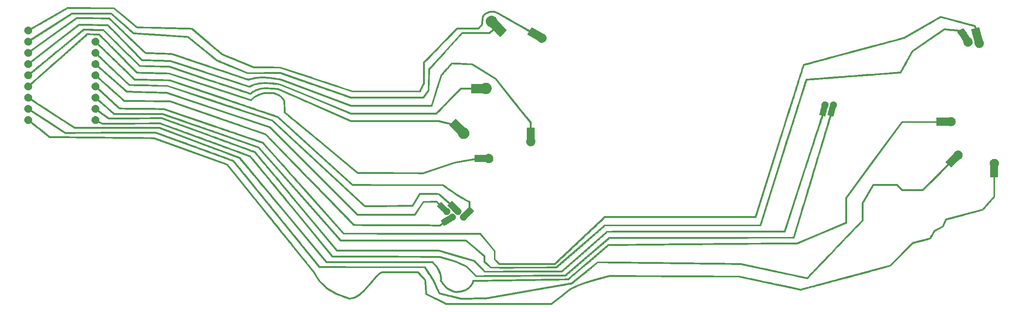
<source format=gbr>
%TF.GenerationSoftware,KiCad,Pcbnew,(5.1.6)-1*%
%TF.CreationDate,2020-06-07T23:27:20-04:00*%
%TF.ProjectId,kiCAD1,6b694341-4431-42e6-9b69-6361645f7063,rev?*%
%TF.SameCoordinates,Original*%
%TF.FileFunction,Copper,L1,Top*%
%TF.FilePolarity,Positive*%
%FSLAX46Y46*%
G04 Gerber Fmt 4.6, Leading zero omitted, Abs format (unit mm)*
G04 Created by KiCad (PCBNEW (5.1.6)-1) date 2020-06-07 23:27:20*
%MOMM*%
%LPD*%
G01*
G04 APERTURE LIST*
%TA.AperFunction,EtchedComponent*%
%ADD10C,0.010000*%
%TD*%
%TA.AperFunction,ComponentPad*%
%ADD11C,0.678570*%
%TD*%
%TA.AperFunction,ComponentPad*%
%ADD12C,0.904760*%
%TD*%
G04 APERTURE END LIST*
D10*
%TO.C,G\u002A\u002A\u002A*%
G36*
X-87555312Y34665912D02*
G01*
X-84926226Y32500130D01*
X-82297141Y30334348D01*
X-79476112Y30258373D01*
X-78672488Y30236735D01*
X-77910657Y30216233D01*
X-77190093Y30196854D01*
X-76510272Y30178582D01*
X-75870668Y30161404D01*
X-75270757Y30145306D01*
X-74710014Y30130274D01*
X-74187912Y30116294D01*
X-73703928Y30103352D01*
X-73257537Y30091434D01*
X-72848213Y30080526D01*
X-72475431Y30070614D01*
X-72138666Y30061684D01*
X-71837393Y30053721D01*
X-71571088Y30046713D01*
X-71339224Y30040645D01*
X-71141278Y30035502D01*
X-70976723Y30031272D01*
X-70845036Y30027940D01*
X-70745690Y30025491D01*
X-70717834Y30024825D01*
X-70562775Y30020835D01*
X-70409001Y30016286D01*
X-70265882Y30011500D01*
X-70142790Y30006796D01*
X-70049098Y30002497D01*
X-70023202Y30001039D01*
X-69825988Y29989003D01*
X-66424325Y27096543D01*
X-66095058Y26816574D01*
X-65774160Y26543739D01*
X-65463138Y26279318D01*
X-65163497Y26024589D01*
X-64876743Y25780834D01*
X-64604382Y25549331D01*
X-64347919Y25331360D01*
X-64108861Y25128200D01*
X-63888713Y24941132D01*
X-63688982Y24771434D01*
X-63511172Y24620387D01*
X-63356791Y24489269D01*
X-63227343Y24379361D01*
X-63124335Y24291942D01*
X-63049272Y24228292D01*
X-63003660Y24189690D01*
X-62989145Y24177507D01*
X-62966351Y24166798D01*
X-62906367Y24140833D01*
X-62811167Y24100431D01*
X-62682724Y24046411D01*
X-62523011Y23979590D01*
X-62334001Y23900787D01*
X-62117668Y23810822D01*
X-61875985Y23710512D01*
X-61610926Y23600676D01*
X-61324462Y23482133D01*
X-61018568Y23355702D01*
X-60695217Y23222200D01*
X-60356383Y23082446D01*
X-60004037Y22937259D01*
X-59640154Y22787458D01*
X-59411386Y22693350D01*
X-55867145Y21235769D01*
X-52883781Y21220969D01*
X-49900417Y21206168D01*
X-44037250Y19269366D01*
X-43522780Y19099415D01*
X-43002874Y18927659D01*
X-42480076Y18754939D01*
X-41956932Y18582097D01*
X-41435984Y18409972D01*
X-40919778Y18239407D01*
X-40410857Y18071241D01*
X-39911767Y17906316D01*
X-39425051Y17745472D01*
X-38953253Y17589550D01*
X-38498919Y17439392D01*
X-38064592Y17295838D01*
X-37652816Y17159728D01*
X-37266136Y17031904D01*
X-36907097Y16913207D01*
X-36578241Y16804477D01*
X-36282115Y16706555D01*
X-36021262Y16620282D01*
X-35811423Y16550866D01*
X-33448761Y15769167D01*
X-25873673Y15769468D01*
X-18298584Y15769768D01*
X-17441334Y17428608D01*
X-17440242Y19800346D01*
X-17439149Y22172084D01*
X-13646117Y26103536D01*
X-9853084Y30034989D01*
X-7448724Y30035245D01*
X-5044363Y30035500D01*
X-4727557Y30358292D01*
X-4604000Y30485390D01*
X-4507039Y30589852D01*
X-4432929Y30678566D01*
X-4377927Y30758422D01*
X-4338292Y30836307D01*
X-4310278Y30919111D01*
X-4290143Y31013722D01*
X-4274143Y31127028D01*
X-4264596Y31210250D01*
X-4238192Y31447135D01*
X-4213058Y31666940D01*
X-4189713Y31865397D01*
X-4168675Y32038237D01*
X-4150462Y32181192D01*
X-4135593Y32289992D01*
X-4125830Y32353250D01*
X-4063026Y32603537D01*
X-3964842Y32831121D01*
X-3832613Y33034373D01*
X-3667676Y33211660D01*
X-3471364Y33361354D01*
X-3245016Y33481823D01*
X-3178939Y33509122D01*
X-3085625Y33547038D01*
X-2972627Y33595207D01*
X-2858472Y33645661D01*
X-2809411Y33668027D01*
X-2617223Y33749808D01*
X-2440402Y33808341D01*
X-2264860Y33846712D01*
X-2076510Y33868003D01*
X-1862667Y33875291D01*
X-1698754Y33874188D01*
X-1566493Y33868192D01*
X-1455408Y33856552D01*
X-1358140Y33839196D01*
X-1058346Y33759555D01*
X-759051Y33649207D01*
X-453814Y33505489D01*
X-179917Y33352138D01*
X-134747Y33325639D01*
X-54819Y33279350D01*
X57840Y33214430D01*
X201202Y33132039D01*
X373238Y33033337D01*
X571922Y32919484D01*
X795226Y32791640D01*
X1041123Y32650964D01*
X1307583Y32498617D01*
X1592581Y32335758D01*
X1894087Y32163547D01*
X2210075Y31983144D01*
X2538517Y31795708D01*
X2877385Y31602401D01*
X3224652Y31404380D01*
X3385338Y31312779D01*
X6696594Y29425333D01*
X6899005Y29772545D01*
X6976523Y29903370D01*
X7036545Y29999514D01*
X7081085Y30063864D01*
X7112156Y30099307D01*
X7131773Y30108731D01*
X7133166Y30108359D01*
X7160277Y30094835D01*
X7220155Y30062498D01*
X7308965Y30013528D01*
X7422870Y29950101D01*
X7558032Y29874398D01*
X7710617Y29788595D01*
X7876788Y29694873D01*
X8052708Y29595408D01*
X8234540Y29492380D01*
X8418449Y29387966D01*
X8600598Y29284347D01*
X8777150Y29183699D01*
X8944270Y29088201D01*
X9098120Y29000032D01*
X9234865Y28921370D01*
X9350667Y28854394D01*
X9441692Y28801282D01*
X9504101Y28764212D01*
X9534059Y28745363D01*
X9535583Y28744185D01*
X9582914Y28718077D01*
X9649748Y28697408D01*
X9672070Y28693247D01*
X9813613Y28654039D01*
X9959357Y28582384D01*
X10098715Y28485500D01*
X10221098Y28370606D01*
X10305833Y28261136D01*
X10394238Y28085660D01*
X10447833Y27893909D01*
X10465471Y27695013D01*
X10446006Y27498101D01*
X10415922Y27384347D01*
X10334401Y27204225D01*
X10220447Y27046567D01*
X10079305Y26914543D01*
X9916223Y26811323D01*
X9736448Y26740076D01*
X9545225Y26703972D01*
X9347802Y26706180D01*
X9303356Y26712233D01*
X9120770Y26758281D01*
X8954944Y26837196D01*
X8798671Y26952825D01*
X8728285Y27019126D01*
X8696375Y27050504D01*
X8663995Y27080230D01*
X8628144Y27110143D01*
X8585824Y27142084D01*
X8534034Y27177893D01*
X8469777Y27219411D01*
X8390052Y27268479D01*
X8291859Y27326936D01*
X8172201Y27396623D01*
X8028077Y27479380D01*
X7856488Y27577048D01*
X7654434Y27691468D01*
X7418917Y27824479D01*
X7379885Y27846504D01*
X7173375Y27963239D01*
X6978110Y28074022D01*
X6797159Y28177084D01*
X6633595Y28270657D01*
X6490487Y28352972D01*
X6370907Y28422262D01*
X6277926Y28476758D01*
X6214613Y28514691D01*
X6184041Y28534293D01*
X6181642Y28536516D01*
X6191563Y28558773D01*
X6219584Y28610798D01*
X6262041Y28686047D01*
X6315266Y28777981D01*
X6350000Y28836996D01*
X6407905Y28935901D01*
X6457220Y29022206D01*
X6494259Y29089297D01*
X6515339Y29130559D01*
X6518800Y29140064D01*
X6500649Y29152161D01*
X6447545Y29184108D01*
X6361341Y29234839D01*
X6243893Y29303290D01*
X6097052Y29388395D01*
X5922673Y29489089D01*
X5722609Y29604309D01*
X5498714Y29732988D01*
X5252841Y29874062D01*
X4986844Y30026466D01*
X4702577Y30189136D01*
X4401894Y30361005D01*
X4086647Y30541010D01*
X3758690Y30728086D01*
X3419878Y30921167D01*
X3265350Y31009167D01*
X2917156Y31207465D01*
X2575961Y31401875D01*
X2243851Y31591203D01*
X1922910Y31774258D01*
X1615224Y31949847D01*
X1322878Y32116779D01*
X1047956Y32273860D01*
X792544Y32419898D01*
X558728Y32553701D01*
X348591Y32674077D01*
X164218Y32779834D01*
X7696Y32869778D01*
X-118891Y32942718D01*
X-213457Y32997462D01*
X-273919Y33032817D01*
X-284825Y33039302D01*
X-502499Y33165279D01*
X-697767Y33267955D01*
X-880378Y33351565D01*
X-1060081Y33420341D01*
X-1246624Y33478519D01*
X-1372849Y33511834D01*
X-1467621Y33532574D01*
X-1561421Y33546125D01*
X-1667126Y33553689D01*
X-1797615Y33556467D01*
X-1852084Y33556529D01*
X-2043305Y33550864D01*
X-2207083Y33532848D01*
X-2357287Y33499365D01*
X-2507788Y33447299D01*
X-2672457Y33373533D01*
X-2677584Y33371038D01*
X-2769704Y33327687D01*
X-2857703Y33288957D01*
X-2928148Y33260651D01*
X-2952750Y33252170D01*
X-3164657Y33167355D01*
X-3353475Y33051621D01*
X-3515098Y32908397D01*
X-3645419Y32741110D01*
X-3712963Y32617735D01*
X-3733692Y32570432D01*
X-3752368Y32520641D01*
X-3769593Y32464644D01*
X-3785968Y32398725D01*
X-3802092Y32319166D01*
X-3818569Y32222251D01*
X-3835997Y32104262D01*
X-3854979Y31961482D01*
X-3876115Y31790194D01*
X-3900005Y31586683D01*
X-3927251Y31347229D01*
X-3947339Y31167917D01*
X-3961744Y31052951D01*
X-3978348Y30942667D01*
X-3995110Y30849501D01*
X-4009988Y30785893D01*
X-4010150Y30785349D01*
X-4042736Y30697594D01*
X-4090217Y30607029D01*
X-4155939Y30509278D01*
X-4243248Y30399963D01*
X-4355491Y30274708D01*
X-4496012Y30129136D01*
X-4563186Y30061959D01*
X-4909943Y29718000D01*
X-7308649Y29718000D01*
X-9707355Y29718001D01*
X-13415594Y25872684D01*
X-17123834Y22027368D01*
X-17123834Y17336381D01*
X-17609611Y16399316D01*
X-18095388Y15462250D01*
X-25816986Y15459001D01*
X-33538584Y15455751D01*
X-49950390Y20885521D01*
X-52941653Y20900516D01*
X-55932917Y20915510D01*
X-63143633Y23878986D01*
X-66548310Y26775244D01*
X-69952988Y29671503D01*
X-70150202Y29683900D01*
X-70197054Y29686069D01*
X-70283314Y29689231D01*
X-70406070Y29693301D01*
X-70562413Y29698196D01*
X-70749429Y29703831D01*
X-70964209Y29710122D01*
X-71203840Y29716987D01*
X-71465411Y29724340D01*
X-71746012Y29732098D01*
X-72042729Y29740177D01*
X-72352653Y29748494D01*
X-72672872Y29756964D01*
X-72813334Y29760640D01*
X-73287454Y29773030D01*
X-73769777Y29785668D01*
X-74257912Y29798491D01*
X-74749470Y29811435D01*
X-75242062Y29824436D01*
X-75733297Y29837429D01*
X-76220785Y29850352D01*
X-76702137Y29863139D01*
X-77174963Y29875727D01*
X-77636873Y29888053D01*
X-78085477Y29900050D01*
X-78518386Y29911657D01*
X-78933210Y29922809D01*
X-79327558Y29933441D01*
X-79699042Y29943490D01*
X-80045271Y29952892D01*
X-80363855Y29961583D01*
X-80652405Y29969499D01*
X-80908531Y29976576D01*
X-81129844Y29982749D01*
X-81313952Y29987955D01*
X-81458467Y29992130D01*
X-81475456Y29992630D01*
X-81652673Y29997774D01*
X-81820588Y30002483D01*
X-81973451Y30006608D01*
X-82105512Y30010000D01*
X-82211021Y30012510D01*
X-82284228Y30013990D01*
X-82314256Y30014334D01*
X-82417851Y30014334D01*
X-87682917Y34352568D01*
X-92882989Y34353034D01*
X-98083062Y34353501D01*
X-102143406Y32044196D01*
X-102527419Y31825764D01*
X-102901706Y31612813D01*
X-103264601Y31406291D01*
X-103614438Y31207150D01*
X-103949551Y31016339D01*
X-104268275Y30834809D01*
X-104568942Y30663508D01*
X-104849888Y30503388D01*
X-105109446Y30355397D01*
X-105345949Y30220487D01*
X-105557733Y30099606D01*
X-105743131Y29993706D01*
X-105900476Y29903736D01*
X-106028104Y29830645D01*
X-106124347Y29775384D01*
X-106187540Y29738903D01*
X-106216017Y29722152D01*
X-106217521Y29721154D01*
X-106221297Y29694567D01*
X-106217024Y29639653D01*
X-106208294Y29583528D01*
X-106198306Y29438068D01*
X-106216180Y29280649D01*
X-106259219Y29128610D01*
X-106289822Y29059062D01*
X-106389130Y28907797D01*
X-106517024Y28783391D01*
X-106667261Y28688949D01*
X-106833594Y28627579D01*
X-107009778Y28602384D01*
X-107182483Y28615134D01*
X-107367770Y28669133D01*
X-107529222Y28757971D01*
X-107665598Y28880685D01*
X-107775657Y29036315D01*
X-107808669Y29100365D01*
X-107841966Y29175835D01*
X-107862004Y29239234D01*
X-107872068Y29306839D01*
X-107875444Y29394929D01*
X-107875652Y29432250D01*
X-107866075Y29595736D01*
X-107834288Y29733530D01*
X-107776459Y29858076D01*
X-107717855Y29944803D01*
X-107591185Y30083346D01*
X-107448087Y30183893D01*
X-107285656Y30247852D01*
X-107100987Y30276631D01*
X-107029250Y30278652D01*
X-106930434Y30276783D01*
X-106857652Y30269330D01*
X-106794669Y30253032D01*
X-106725252Y30224628D01*
X-106698556Y30212226D01*
X-106613736Y30167011D01*
X-106531711Y30114779D01*
X-106476232Y30071868D01*
X-106394103Y29997669D01*
X-102436010Y32250438D01*
X-102054633Y32467477D01*
X-101681695Y32679668D01*
X-101318974Y32886001D01*
X-100968245Y33085469D01*
X-100631283Y33277061D01*
X-100309865Y33459771D01*
X-100005766Y33632589D01*
X-99720761Y33794508D01*
X-99456628Y33944517D01*
X-99215141Y34081609D01*
X-98998076Y34204776D01*
X-98807209Y34313009D01*
X-98644317Y34405298D01*
X-98511173Y34480637D01*
X-98409556Y34538016D01*
X-98341239Y34576426D01*
X-98308584Y34594545D01*
X-98139250Y34685884D01*
X-87555312Y34665912D01*
G37*
X-87555312Y34665912D02*
X-84926226Y32500130D01*
X-82297141Y30334348D01*
X-79476112Y30258373D01*
X-78672488Y30236735D01*
X-77910657Y30216233D01*
X-77190093Y30196854D01*
X-76510272Y30178582D01*
X-75870668Y30161404D01*
X-75270757Y30145306D01*
X-74710014Y30130274D01*
X-74187912Y30116294D01*
X-73703928Y30103352D01*
X-73257537Y30091434D01*
X-72848213Y30080526D01*
X-72475431Y30070614D01*
X-72138666Y30061684D01*
X-71837393Y30053721D01*
X-71571088Y30046713D01*
X-71339224Y30040645D01*
X-71141278Y30035502D01*
X-70976723Y30031272D01*
X-70845036Y30027940D01*
X-70745690Y30025491D01*
X-70717834Y30024825D01*
X-70562775Y30020835D01*
X-70409001Y30016286D01*
X-70265882Y30011500D01*
X-70142790Y30006796D01*
X-70049098Y30002497D01*
X-70023202Y30001039D01*
X-69825988Y29989003D01*
X-66424325Y27096543D01*
X-66095058Y26816574D01*
X-65774160Y26543739D01*
X-65463138Y26279318D01*
X-65163497Y26024589D01*
X-64876743Y25780834D01*
X-64604382Y25549331D01*
X-64347919Y25331360D01*
X-64108861Y25128200D01*
X-63888713Y24941132D01*
X-63688982Y24771434D01*
X-63511172Y24620387D01*
X-63356791Y24489269D01*
X-63227343Y24379361D01*
X-63124335Y24291942D01*
X-63049272Y24228292D01*
X-63003660Y24189690D01*
X-62989145Y24177507D01*
X-62966351Y24166798D01*
X-62906367Y24140833D01*
X-62811167Y24100431D01*
X-62682724Y24046411D01*
X-62523011Y23979590D01*
X-62334001Y23900787D01*
X-62117668Y23810822D01*
X-61875985Y23710512D01*
X-61610926Y23600676D01*
X-61324462Y23482133D01*
X-61018568Y23355702D01*
X-60695217Y23222200D01*
X-60356383Y23082446D01*
X-60004037Y22937259D01*
X-59640154Y22787458D01*
X-59411386Y22693350D01*
X-55867145Y21235769D01*
X-52883781Y21220969D01*
X-49900417Y21206168D01*
X-44037250Y19269366D01*
X-43522780Y19099415D01*
X-43002874Y18927659D01*
X-42480076Y18754939D01*
X-41956932Y18582097D01*
X-41435984Y18409972D01*
X-40919778Y18239407D01*
X-40410857Y18071241D01*
X-39911767Y17906316D01*
X-39425051Y17745472D01*
X-38953253Y17589550D01*
X-38498919Y17439392D01*
X-38064592Y17295838D01*
X-37652816Y17159728D01*
X-37266136Y17031904D01*
X-36907097Y16913207D01*
X-36578241Y16804477D01*
X-36282115Y16706555D01*
X-36021262Y16620282D01*
X-35811423Y16550866D01*
X-33448761Y15769167D01*
X-25873673Y15769468D01*
X-18298584Y15769768D01*
X-17441334Y17428608D01*
X-17440242Y19800346D01*
X-17439149Y22172084D01*
X-13646117Y26103536D01*
X-9853084Y30034989D01*
X-7448724Y30035245D01*
X-5044363Y30035500D01*
X-4727557Y30358292D01*
X-4604000Y30485390D01*
X-4507039Y30589852D01*
X-4432929Y30678566D01*
X-4377927Y30758422D01*
X-4338292Y30836307D01*
X-4310278Y30919111D01*
X-4290143Y31013722D01*
X-4274143Y31127028D01*
X-4264596Y31210250D01*
X-4238192Y31447135D01*
X-4213058Y31666940D01*
X-4189713Y31865397D01*
X-4168675Y32038237D01*
X-4150462Y32181192D01*
X-4135593Y32289992D01*
X-4125830Y32353250D01*
X-4063026Y32603537D01*
X-3964842Y32831121D01*
X-3832613Y33034373D01*
X-3667676Y33211660D01*
X-3471364Y33361354D01*
X-3245016Y33481823D01*
X-3178939Y33509122D01*
X-3085625Y33547038D01*
X-2972627Y33595207D01*
X-2858472Y33645661D01*
X-2809411Y33668027D01*
X-2617223Y33749808D01*
X-2440402Y33808341D01*
X-2264860Y33846712D01*
X-2076510Y33868003D01*
X-1862667Y33875291D01*
X-1698754Y33874188D01*
X-1566493Y33868192D01*
X-1455408Y33856552D01*
X-1358140Y33839196D01*
X-1058346Y33759555D01*
X-759051Y33649207D01*
X-453814Y33505489D01*
X-179917Y33352138D01*
X-134747Y33325639D01*
X-54819Y33279350D01*
X57840Y33214430D01*
X201202Y33132039D01*
X373238Y33033337D01*
X571922Y32919484D01*
X795226Y32791640D01*
X1041123Y32650964D01*
X1307583Y32498617D01*
X1592581Y32335758D01*
X1894087Y32163547D01*
X2210075Y31983144D01*
X2538517Y31795708D01*
X2877385Y31602401D01*
X3224652Y31404380D01*
X3385338Y31312779D01*
X6696594Y29425333D01*
X6899005Y29772545D01*
X6976523Y29903370D01*
X7036545Y29999514D01*
X7081085Y30063864D01*
X7112156Y30099307D01*
X7131773Y30108731D01*
X7133166Y30108359D01*
X7160277Y30094835D01*
X7220155Y30062498D01*
X7308965Y30013528D01*
X7422870Y29950101D01*
X7558032Y29874398D01*
X7710617Y29788595D01*
X7876788Y29694873D01*
X8052708Y29595408D01*
X8234540Y29492380D01*
X8418449Y29387966D01*
X8600598Y29284347D01*
X8777150Y29183699D01*
X8944270Y29088201D01*
X9098120Y29000032D01*
X9234865Y28921370D01*
X9350667Y28854394D01*
X9441692Y28801282D01*
X9504101Y28764212D01*
X9534059Y28745363D01*
X9535583Y28744185D01*
X9582914Y28718077D01*
X9649748Y28697408D01*
X9672070Y28693247D01*
X9813613Y28654039D01*
X9959357Y28582384D01*
X10098715Y28485500D01*
X10221098Y28370606D01*
X10305833Y28261136D01*
X10394238Y28085660D01*
X10447833Y27893909D01*
X10465471Y27695013D01*
X10446006Y27498101D01*
X10415922Y27384347D01*
X10334401Y27204225D01*
X10220447Y27046567D01*
X10079305Y26914543D01*
X9916223Y26811323D01*
X9736448Y26740076D01*
X9545225Y26703972D01*
X9347802Y26706180D01*
X9303356Y26712233D01*
X9120770Y26758281D01*
X8954944Y26837196D01*
X8798671Y26952825D01*
X8728285Y27019126D01*
X8696375Y27050504D01*
X8663995Y27080230D01*
X8628144Y27110143D01*
X8585824Y27142084D01*
X8534034Y27177893D01*
X8469777Y27219411D01*
X8390052Y27268479D01*
X8291859Y27326936D01*
X8172201Y27396623D01*
X8028077Y27479380D01*
X7856488Y27577048D01*
X7654434Y27691468D01*
X7418917Y27824479D01*
X7379885Y27846504D01*
X7173375Y27963239D01*
X6978110Y28074022D01*
X6797159Y28177084D01*
X6633595Y28270657D01*
X6490487Y28352972D01*
X6370907Y28422262D01*
X6277926Y28476758D01*
X6214613Y28514691D01*
X6184041Y28534293D01*
X6181642Y28536516D01*
X6191563Y28558773D01*
X6219584Y28610798D01*
X6262041Y28686047D01*
X6315266Y28777981D01*
X6350000Y28836996D01*
X6407905Y28935901D01*
X6457220Y29022206D01*
X6494259Y29089297D01*
X6515339Y29130559D01*
X6518800Y29140064D01*
X6500649Y29152161D01*
X6447545Y29184108D01*
X6361341Y29234839D01*
X6243893Y29303290D01*
X6097052Y29388395D01*
X5922673Y29489089D01*
X5722609Y29604309D01*
X5498714Y29732988D01*
X5252841Y29874062D01*
X4986844Y30026466D01*
X4702577Y30189136D01*
X4401894Y30361005D01*
X4086647Y30541010D01*
X3758690Y30728086D01*
X3419878Y30921167D01*
X3265350Y31009167D01*
X2917156Y31207465D01*
X2575961Y31401875D01*
X2243851Y31591203D01*
X1922910Y31774258D01*
X1615224Y31949847D01*
X1322878Y32116779D01*
X1047956Y32273860D01*
X792544Y32419898D01*
X558728Y32553701D01*
X348591Y32674077D01*
X164218Y32779834D01*
X7696Y32869778D01*
X-118891Y32942718D01*
X-213457Y32997462D01*
X-273919Y33032817D01*
X-284825Y33039302D01*
X-502499Y33165279D01*
X-697767Y33267955D01*
X-880378Y33351565D01*
X-1060081Y33420341D01*
X-1246624Y33478519D01*
X-1372849Y33511834D01*
X-1467621Y33532574D01*
X-1561421Y33546125D01*
X-1667126Y33553689D01*
X-1797615Y33556467D01*
X-1852084Y33556529D01*
X-2043305Y33550864D01*
X-2207083Y33532848D01*
X-2357287Y33499365D01*
X-2507788Y33447299D01*
X-2672457Y33373533D01*
X-2677584Y33371038D01*
X-2769704Y33327687D01*
X-2857703Y33288957D01*
X-2928148Y33260651D01*
X-2952750Y33252170D01*
X-3164657Y33167355D01*
X-3353475Y33051621D01*
X-3515098Y32908397D01*
X-3645419Y32741110D01*
X-3712963Y32617735D01*
X-3733692Y32570432D01*
X-3752368Y32520641D01*
X-3769593Y32464644D01*
X-3785968Y32398725D01*
X-3802092Y32319166D01*
X-3818569Y32222251D01*
X-3835997Y32104262D01*
X-3854979Y31961482D01*
X-3876115Y31790194D01*
X-3900005Y31586683D01*
X-3927251Y31347229D01*
X-3947339Y31167917D01*
X-3961744Y31052951D01*
X-3978348Y30942667D01*
X-3995110Y30849501D01*
X-4009988Y30785893D01*
X-4010150Y30785349D01*
X-4042736Y30697594D01*
X-4090217Y30607029D01*
X-4155939Y30509278D01*
X-4243248Y30399963D01*
X-4355491Y30274708D01*
X-4496012Y30129136D01*
X-4563186Y30061959D01*
X-4909943Y29718000D01*
X-7308649Y29718000D01*
X-9707355Y29718001D01*
X-13415594Y25872684D01*
X-17123834Y22027368D01*
X-17123834Y17336381D01*
X-17609611Y16399316D01*
X-18095388Y15462250D01*
X-25816986Y15459001D01*
X-33538584Y15455751D01*
X-49950390Y20885521D01*
X-52941653Y20900516D01*
X-55932917Y20915510D01*
X-63143633Y23878986D01*
X-66548310Y26775244D01*
X-69952988Y29671503D01*
X-70150202Y29683900D01*
X-70197054Y29686069D01*
X-70283314Y29689231D01*
X-70406070Y29693301D01*
X-70562413Y29698196D01*
X-70749429Y29703831D01*
X-70964209Y29710122D01*
X-71203840Y29716987D01*
X-71465411Y29724340D01*
X-71746012Y29732098D01*
X-72042729Y29740177D01*
X-72352653Y29748494D01*
X-72672872Y29756964D01*
X-72813334Y29760640D01*
X-73287454Y29773030D01*
X-73769777Y29785668D01*
X-74257912Y29798491D01*
X-74749470Y29811435D01*
X-75242062Y29824436D01*
X-75733297Y29837429D01*
X-76220785Y29850352D01*
X-76702137Y29863139D01*
X-77174963Y29875727D01*
X-77636873Y29888053D01*
X-78085477Y29900050D01*
X-78518386Y29911657D01*
X-78933210Y29922809D01*
X-79327558Y29933441D01*
X-79699042Y29943490D01*
X-80045271Y29952892D01*
X-80363855Y29961583D01*
X-80652405Y29969499D01*
X-80908531Y29976576D01*
X-81129844Y29982749D01*
X-81313952Y29987955D01*
X-81458467Y29992130D01*
X-81475456Y29992630D01*
X-81652673Y29997774D01*
X-81820588Y30002483D01*
X-81973451Y30006608D01*
X-82105512Y30010000D01*
X-82211021Y30012510D01*
X-82284228Y30013990D01*
X-82314256Y30014334D01*
X-82417851Y30014334D01*
X-87682917Y34352568D01*
X-92882989Y34353034D01*
X-98083062Y34353501D01*
X-102143406Y32044196D01*
X-102527419Y31825764D01*
X-102901706Y31612813D01*
X-103264601Y31406291D01*
X-103614438Y31207150D01*
X-103949551Y31016339D01*
X-104268275Y30834809D01*
X-104568942Y30663508D01*
X-104849888Y30503388D01*
X-105109446Y30355397D01*
X-105345949Y30220487D01*
X-105557733Y30099606D01*
X-105743131Y29993706D01*
X-105900476Y29903736D01*
X-106028104Y29830645D01*
X-106124347Y29775384D01*
X-106187540Y29738903D01*
X-106216017Y29722152D01*
X-106217521Y29721154D01*
X-106221297Y29694567D01*
X-106217024Y29639653D01*
X-106208294Y29583528D01*
X-106198306Y29438068D01*
X-106216180Y29280649D01*
X-106259219Y29128610D01*
X-106289822Y29059062D01*
X-106389130Y28907797D01*
X-106517024Y28783391D01*
X-106667261Y28688949D01*
X-106833594Y28627579D01*
X-107009778Y28602384D01*
X-107182483Y28615134D01*
X-107367770Y28669133D01*
X-107529222Y28757971D01*
X-107665598Y28880685D01*
X-107775657Y29036315D01*
X-107808669Y29100365D01*
X-107841966Y29175835D01*
X-107862004Y29239234D01*
X-107872068Y29306839D01*
X-107875444Y29394929D01*
X-107875652Y29432250D01*
X-107866075Y29595736D01*
X-107834288Y29733530D01*
X-107776459Y29858076D01*
X-107717855Y29944803D01*
X-107591185Y30083346D01*
X-107448087Y30183893D01*
X-107285656Y30247852D01*
X-107100987Y30276631D01*
X-107029250Y30278652D01*
X-106930434Y30276783D01*
X-106857652Y30269330D01*
X-106794669Y30253032D01*
X-106725252Y30224628D01*
X-106698556Y30212226D01*
X-106613736Y30167011D01*
X-106531711Y30114779D01*
X-106476232Y30071868D01*
X-106394103Y29997669D01*
X-102436010Y32250438D01*
X-102054633Y32467477D01*
X-101681695Y32679668D01*
X-101318974Y32886001D01*
X-100968245Y33085469D01*
X-100631283Y33277061D01*
X-100309865Y33459771D01*
X-100005766Y33632589D01*
X-99720761Y33794508D01*
X-99456628Y33944517D01*
X-99215141Y34081609D01*
X-98998076Y34204776D01*
X-98807209Y34313009D01*
X-98644317Y34405298D01*
X-98511173Y34480637D01*
X-98409556Y34538016D01*
X-98341239Y34576426D01*
X-98308584Y34594545D01*
X-98139250Y34685884D01*
X-87555312Y34665912D01*
G36*
X-85686997Y31268461D02*
G01*
X-85410618Y31020649D01*
X-85142212Y30780009D01*
X-84883531Y30548110D01*
X-84636325Y30326522D01*
X-84402346Y30116812D01*
X-84183346Y29920551D01*
X-83981075Y29739307D01*
X-83797285Y29574649D01*
X-83633726Y29428146D01*
X-83492151Y29301367D01*
X-83374310Y29195881D01*
X-83281954Y29113257D01*
X-83216835Y29055064D01*
X-83180704Y29022871D01*
X-83174417Y29017327D01*
X-83110917Y28962233D01*
X-81766834Y28874152D01*
X-80922236Y28818783D01*
X-80118975Y28766082D01*
X-79356141Y28715987D01*
X-78632824Y28668436D01*
X-77948117Y28623367D01*
X-77301110Y28580717D01*
X-76690893Y28540426D01*
X-76116559Y28502430D01*
X-75577197Y28466669D01*
X-75071898Y28433080D01*
X-74599755Y28401601D01*
X-74159856Y28372170D01*
X-73751295Y28344726D01*
X-73373160Y28319206D01*
X-73024544Y28295548D01*
X-72704537Y28273691D01*
X-72412231Y28253572D01*
X-72146715Y28235130D01*
X-71907082Y28218303D01*
X-71692422Y28203028D01*
X-71501825Y28189245D01*
X-71334384Y28176890D01*
X-71189188Y28165902D01*
X-71065329Y28156218D01*
X-70961898Y28147778D01*
X-70877985Y28140519D01*
X-70812682Y28134379D01*
X-70765080Y28129297D01*
X-70734268Y28125209D01*
X-70719340Y28122055D01*
X-70717834Y28121292D01*
X-70685522Y28094495D01*
X-70623067Y28043228D01*
X-70532377Y27969043D01*
X-70415363Y27873492D01*
X-70273933Y27758128D01*
X-70109995Y27624500D01*
X-69925460Y27474162D01*
X-69722236Y27308665D01*
X-69502233Y27129562D01*
X-69267359Y26938403D01*
X-69019524Y26736741D01*
X-68760637Y26526127D01*
X-68492607Y26308114D01*
X-68217343Y26084253D01*
X-67936753Y25856095D01*
X-67652749Y25625194D01*
X-67367237Y25393100D01*
X-67082128Y25161366D01*
X-66799331Y24931543D01*
X-66520754Y24705183D01*
X-66248307Y24483837D01*
X-65983899Y24269059D01*
X-65729439Y24062399D01*
X-65486836Y23865410D01*
X-65257999Y23679642D01*
X-65044838Y23506649D01*
X-64849262Y23347981D01*
X-64673178Y23205191D01*
X-64518498Y23079831D01*
X-64387129Y22973452D01*
X-64280982Y22887606D01*
X-64201964Y22823845D01*
X-64151986Y22783720D01*
X-64132994Y22768809D01*
X-64108258Y22757362D01*
X-64046382Y22730692D01*
X-63949394Y22689640D01*
X-63819319Y22635046D01*
X-63658187Y22567749D01*
X-63468024Y22488590D01*
X-63250857Y22398409D01*
X-63008714Y22298045D01*
X-62743623Y22188340D01*
X-62457610Y22070133D01*
X-62152704Y21944264D01*
X-61830930Y21811573D01*
X-61494318Y21672901D01*
X-61144893Y21529087D01*
X-60784684Y21380971D01*
X-60674250Y21335589D01*
X-57266417Y19935342D01*
X-49836917Y19963836D01*
X-41833923Y17167974D01*
X-33830928Y14372113D01*
X-25673720Y14377432D01*
X-17516512Y14382750D01*
X-17077225Y14975417D01*
X-16968233Y15122567D01*
X-16861966Y15266228D01*
X-16762409Y15400999D01*
X-16673546Y15521479D01*
X-16599362Y15622268D01*
X-16543842Y15697965D01*
X-16519705Y15731078D01*
X-16401472Y15894072D01*
X-16339737Y18144078D01*
X-16331316Y18452152D01*
X-16323226Y18750373D01*
X-16315545Y19035763D01*
X-16308349Y19305342D01*
X-16301718Y19556133D01*
X-16295727Y19785156D01*
X-16290455Y19989433D01*
X-16285979Y20165985D01*
X-16282377Y20311834D01*
X-16279725Y20424000D01*
X-16278102Y20499504D01*
X-16277584Y20533628D01*
X-16277167Y20673172D01*
X-12492999Y24841045D01*
X-8708831Y29008917D01*
X-5584942Y29019500D01*
X-2461053Y29030084D01*
X-2093068Y29377329D01*
X-1990047Y29475250D01*
X-1898154Y29563947D01*
X-1821637Y29639207D01*
X-1764747Y29696817D01*
X-1731732Y29732564D01*
X-1725084Y29742164D01*
X-1738909Y29762737D01*
X-1777142Y29808365D01*
X-1834913Y29873523D01*
X-1907358Y29952687D01*
X-1962357Y30011528D01*
X-2055105Y30108694D01*
X-2125391Y30178709D01*
X-2178727Y30226195D01*
X-2220624Y30255773D01*
X-2256595Y30272066D01*
X-2279857Y30277805D01*
X-2335447Y30293642D01*
X-2414742Y30323423D01*
X-2503795Y30361747D01*
X-2537866Y30377703D01*
X-2723895Y30489876D01*
X-2886647Y30633895D01*
X-3022631Y30804181D01*
X-3128354Y30995155D01*
X-3200325Y31201239D01*
X-3235053Y31416854D01*
X-3237765Y31496000D01*
X-3217288Y31716143D01*
X-3158176Y31927317D01*
X-3063914Y32124830D01*
X-2937985Y32303989D01*
X-2783873Y32460102D01*
X-2605059Y32588476D01*
X-2405029Y32684418D01*
X-2338917Y32706946D01*
X-2197311Y32737932D01*
X-2035630Y32752851D01*
X-1870296Y32751503D01*
X-1717729Y32733690D01*
X-1640417Y32715397D01*
X-1438627Y32636074D01*
X-1252890Y32525510D01*
X-1088607Y32388772D01*
X-951178Y32230930D01*
X-846003Y32057052D01*
X-791311Y31918431D01*
X-783174Y31893256D01*
X-773496Y31868696D01*
X-760239Y31842453D01*
X-741364Y31812229D01*
X-714835Y31775726D01*
X-678615Y31730645D01*
X-630664Y31674688D01*
X-568947Y31605557D01*
X-491424Y31520954D01*
X-396059Y31418580D01*
X-280815Y31296137D01*
X-143652Y31151327D01*
X17465Y30981851D01*
X204575Y30785412D01*
X328083Y30655834D01*
X503079Y30472108D01*
X669455Y30297141D01*
X824915Y30133367D01*
X967160Y29983220D01*
X1093892Y29849135D01*
X1202815Y29733546D01*
X1291630Y29638886D01*
X1358040Y29567591D01*
X1399747Y29522094D01*
X1414436Y29504893D01*
X1401592Y29486760D01*
X1362733Y29441793D01*
X1301271Y29373589D01*
X1220622Y29285745D01*
X1124198Y29181857D01*
X1015414Y29065521D01*
X897684Y28940335D01*
X774422Y28809895D01*
X649042Y28677798D01*
X524957Y28547639D01*
X405583Y28423017D01*
X294331Y28307526D01*
X194618Y28204764D01*
X109856Y28118328D01*
X43459Y28051814D01*
X-1158Y28008818D01*
X-20581Y27992938D01*
X-20770Y27992917D01*
X-38584Y28007715D01*
X-82028Y28049768D01*
X-147655Y28115565D01*
X-232016Y28201594D01*
X-331664Y28304343D01*
X-443152Y28420301D01*
X-540325Y28522084D01*
X-670975Y28659178D01*
X-803063Y28797464D01*
X-931016Y28931132D01*
X-1049263Y29054370D01*
X-1152231Y29161368D01*
X-1234348Y29246314D01*
X-1265213Y29278053D01*
X-1486444Y29504855D01*
X-1911298Y29103428D01*
X-2336153Y28702000D01*
X-8549480Y28702000D01*
X-12194242Y24685625D01*
X-12515015Y24332150D01*
X-12828686Y23986507D01*
X-13134038Y23650036D01*
X-13429859Y23324075D01*
X-13714931Y23009963D01*
X-13988040Y22709038D01*
X-14247971Y22422641D01*
X-14493508Y22152108D01*
X-14723436Y21898780D01*
X-14936541Y21663996D01*
X-15131607Y21449093D01*
X-15307418Y21255410D01*
X-15462761Y21084288D01*
X-15596418Y20937063D01*
X-15707176Y20815076D01*
X-15793819Y20719664D01*
X-15855133Y20652167D01*
X-15889900Y20613924D01*
X-15897354Y20605750D01*
X-15955704Y20542250D01*
X-16083740Y15774474D01*
X-17347828Y14065250D01*
X-33919584Y14058046D01*
X-34268834Y14181437D01*
X-34309097Y14195637D01*
X-34361206Y14213968D01*
X-34426101Y14236760D01*
X-34504726Y14264342D01*
X-34598022Y14297043D01*
X-34706931Y14335192D01*
X-34832395Y14379120D01*
X-34975356Y14429154D01*
X-35136756Y14485625D01*
X-35317538Y14548861D01*
X-35518643Y14619192D01*
X-35741014Y14696947D01*
X-35985592Y14782455D01*
X-36253319Y14876045D01*
X-36545138Y14978048D01*
X-36861991Y15088791D01*
X-37204819Y15208605D01*
X-37574564Y15337819D01*
X-37972170Y15476761D01*
X-38398577Y15625761D01*
X-38854727Y15785148D01*
X-39341564Y15955252D01*
X-39860028Y16136402D01*
X-40411062Y16328927D01*
X-40995607Y16533157D01*
X-41614607Y16749419D01*
X-42269003Y16978045D01*
X-42959736Y17219363D01*
X-43687750Y17473702D01*
X-44453986Y17741392D01*
X-45136541Y17979845D01*
X-49897664Y19643158D01*
X-53613791Y19628953D01*
X-57329917Y19614748D01*
X-60684834Y20992232D01*
X-61046285Y21140632D01*
X-61398312Y21285147D01*
X-61738812Y21424917D01*
X-62065684Y21559079D01*
X-62376826Y21686770D01*
X-62670135Y21807128D01*
X-62943510Y21919291D01*
X-63194849Y22022396D01*
X-63422051Y22115582D01*
X-63623012Y22197987D01*
X-63795632Y22268747D01*
X-63937808Y22327001D01*
X-64047439Y22371887D01*
X-64122423Y22402542D01*
X-64160657Y22418104D01*
X-64163050Y22419066D01*
X-64182947Y22429087D01*
X-64212397Y22447382D01*
X-64252657Y22474953D01*
X-64304986Y22512808D01*
X-64370639Y22561950D01*
X-64450875Y22623385D01*
X-64546950Y22698118D01*
X-64660123Y22787152D01*
X-64791650Y22891494D01*
X-64942788Y23012148D01*
X-65114795Y23150120D01*
X-65308928Y23306413D01*
X-65526445Y23482033D01*
X-65768602Y23677985D01*
X-66036657Y23895273D01*
X-66331868Y24134903D01*
X-66655491Y24397880D01*
X-67008784Y24685208D01*
X-67393005Y24997892D01*
X-67578077Y25148564D01*
X-70869804Y27828711D01*
X-71000194Y27841120D01*
X-71032040Y27843530D01*
X-71104403Y27848587D01*
X-71215555Y27856178D01*
X-71363771Y27866189D01*
X-71547323Y27878504D01*
X-71764486Y27893011D01*
X-72013531Y27909594D01*
X-72292734Y27928139D01*
X-72600367Y27948533D01*
X-72934704Y27970660D01*
X-73294018Y27994407D01*
X-73676582Y28019660D01*
X-74080670Y28046303D01*
X-74504556Y28074224D01*
X-74946512Y28103308D01*
X-75404812Y28133440D01*
X-75877729Y28164507D01*
X-76363537Y28196393D01*
X-76860509Y28228986D01*
X-77131334Y28246736D01*
X-77632775Y28279614D01*
X-78123572Y28311836D01*
X-78602022Y28343288D01*
X-79066422Y28373857D01*
X-79515071Y28403430D01*
X-79946265Y28431892D01*
X-80358302Y28459132D01*
X-80749479Y28485036D01*
X-81118095Y28509490D01*
X-81462445Y28532381D01*
X-81780829Y28553597D01*
X-82071543Y28573023D01*
X-82332885Y28590547D01*
X-82563152Y28606056D01*
X-82760642Y28619435D01*
X-82923652Y28630572D01*
X-83050480Y28639354D01*
X-83139424Y28645667D01*
X-83188780Y28649398D01*
X-83198493Y28650317D01*
X-83214037Y28657495D01*
X-83242385Y28676757D01*
X-83284755Y28709171D01*
X-83342362Y28755805D01*
X-83416422Y28817725D01*
X-83508152Y28895999D01*
X-83618768Y28991694D01*
X-83749486Y29105878D01*
X-83901522Y29239618D01*
X-84076092Y29393982D01*
X-84274412Y29570036D01*
X-84497699Y29768848D01*
X-84747168Y29991486D01*
X-85024036Y30239017D01*
X-85329519Y30512509D01*
X-85664833Y30813028D01*
X-85766110Y30903846D01*
X-88267318Y33147000D01*
X-97054252Y33147000D01*
X-101652288Y30183392D01*
X-106250323Y27219784D01*
X-106221745Y27109613D01*
X-106196597Y26929884D01*
X-106212152Y26747257D01*
X-106267706Y26567650D01*
X-106292374Y26514633D01*
X-106390061Y26365900D01*
X-106516946Y26243118D01*
X-106666512Y26149502D01*
X-106832246Y26088270D01*
X-107007634Y26062637D01*
X-107182483Y26075134D01*
X-107367770Y26129133D01*
X-107529222Y26217971D01*
X-107665598Y26340685D01*
X-107775657Y26496315D01*
X-107808669Y26560365D01*
X-107841966Y26635835D01*
X-107862004Y26699234D01*
X-107872068Y26766839D01*
X-107875444Y26854929D01*
X-107875652Y26892250D01*
X-107859069Y27085546D01*
X-107807809Y27255569D01*
X-107720463Y27405224D01*
X-107595622Y27537415D01*
X-107541803Y27580855D01*
X-107419366Y27659334D01*
X-107292946Y27708950D01*
X-107150006Y27733542D01*
X-107029250Y27737909D01*
X-106868603Y27726253D01*
X-106730607Y27689826D01*
X-106600482Y27623632D01*
X-106515847Y27564362D01*
X-106423413Y27493805D01*
X-101791367Y30479153D01*
X-97159320Y33464500D01*
X-88136078Y33464500D01*
X-85686997Y31268461D01*
G37*
X-85686997Y31268461D02*
X-85410618Y31020649D01*
X-85142212Y30780009D01*
X-84883531Y30548110D01*
X-84636325Y30326522D01*
X-84402346Y30116812D01*
X-84183346Y29920551D01*
X-83981075Y29739307D01*
X-83797285Y29574649D01*
X-83633726Y29428146D01*
X-83492151Y29301367D01*
X-83374310Y29195881D01*
X-83281954Y29113257D01*
X-83216835Y29055064D01*
X-83180704Y29022871D01*
X-83174417Y29017327D01*
X-83110917Y28962233D01*
X-81766834Y28874152D01*
X-80922236Y28818783D01*
X-80118975Y28766082D01*
X-79356141Y28715987D01*
X-78632824Y28668436D01*
X-77948117Y28623367D01*
X-77301110Y28580717D01*
X-76690893Y28540426D01*
X-76116559Y28502430D01*
X-75577197Y28466669D01*
X-75071898Y28433080D01*
X-74599755Y28401601D01*
X-74159856Y28372170D01*
X-73751295Y28344726D01*
X-73373160Y28319206D01*
X-73024544Y28295548D01*
X-72704537Y28273691D01*
X-72412231Y28253572D01*
X-72146715Y28235130D01*
X-71907082Y28218303D01*
X-71692422Y28203028D01*
X-71501825Y28189245D01*
X-71334384Y28176890D01*
X-71189188Y28165902D01*
X-71065329Y28156218D01*
X-70961898Y28147778D01*
X-70877985Y28140519D01*
X-70812682Y28134379D01*
X-70765080Y28129297D01*
X-70734268Y28125209D01*
X-70719340Y28122055D01*
X-70717834Y28121292D01*
X-70685522Y28094495D01*
X-70623067Y28043228D01*
X-70532377Y27969043D01*
X-70415363Y27873492D01*
X-70273933Y27758128D01*
X-70109995Y27624500D01*
X-69925460Y27474162D01*
X-69722236Y27308665D01*
X-69502233Y27129562D01*
X-69267359Y26938403D01*
X-69019524Y26736741D01*
X-68760637Y26526127D01*
X-68492607Y26308114D01*
X-68217343Y26084253D01*
X-67936753Y25856095D01*
X-67652749Y25625194D01*
X-67367237Y25393100D01*
X-67082128Y25161366D01*
X-66799331Y24931543D01*
X-66520754Y24705183D01*
X-66248307Y24483837D01*
X-65983899Y24269059D01*
X-65729439Y24062399D01*
X-65486836Y23865410D01*
X-65257999Y23679642D01*
X-65044838Y23506649D01*
X-64849262Y23347981D01*
X-64673178Y23205191D01*
X-64518498Y23079831D01*
X-64387129Y22973452D01*
X-64280982Y22887606D01*
X-64201964Y22823845D01*
X-64151986Y22783720D01*
X-64132994Y22768809D01*
X-64108258Y22757362D01*
X-64046382Y22730692D01*
X-63949394Y22689640D01*
X-63819319Y22635046D01*
X-63658187Y22567749D01*
X-63468024Y22488590D01*
X-63250857Y22398409D01*
X-63008714Y22298045D01*
X-62743623Y22188340D01*
X-62457610Y22070133D01*
X-62152704Y21944264D01*
X-61830930Y21811573D01*
X-61494318Y21672901D01*
X-61144893Y21529087D01*
X-60784684Y21380971D01*
X-60674250Y21335589D01*
X-57266417Y19935342D01*
X-49836917Y19963836D01*
X-41833923Y17167974D01*
X-33830928Y14372113D01*
X-25673720Y14377432D01*
X-17516512Y14382750D01*
X-17077225Y14975417D01*
X-16968233Y15122567D01*
X-16861966Y15266228D01*
X-16762409Y15400999D01*
X-16673546Y15521479D01*
X-16599362Y15622268D01*
X-16543842Y15697965D01*
X-16519705Y15731078D01*
X-16401472Y15894072D01*
X-16339737Y18144078D01*
X-16331316Y18452152D01*
X-16323226Y18750373D01*
X-16315545Y19035763D01*
X-16308349Y19305342D01*
X-16301718Y19556133D01*
X-16295727Y19785156D01*
X-16290455Y19989433D01*
X-16285979Y20165985D01*
X-16282377Y20311834D01*
X-16279725Y20424000D01*
X-16278102Y20499504D01*
X-16277584Y20533628D01*
X-16277167Y20673172D01*
X-12492999Y24841045D01*
X-8708831Y29008917D01*
X-5584942Y29019500D01*
X-2461053Y29030084D01*
X-2093068Y29377329D01*
X-1990047Y29475250D01*
X-1898154Y29563947D01*
X-1821637Y29639207D01*
X-1764747Y29696817D01*
X-1731732Y29732564D01*
X-1725084Y29742164D01*
X-1738909Y29762737D01*
X-1777142Y29808365D01*
X-1834913Y29873523D01*
X-1907358Y29952687D01*
X-1962357Y30011528D01*
X-2055105Y30108694D01*
X-2125391Y30178709D01*
X-2178727Y30226195D01*
X-2220624Y30255773D01*
X-2256595Y30272066D01*
X-2279857Y30277805D01*
X-2335447Y30293642D01*
X-2414742Y30323423D01*
X-2503795Y30361747D01*
X-2537866Y30377703D01*
X-2723895Y30489876D01*
X-2886647Y30633895D01*
X-3022631Y30804181D01*
X-3128354Y30995155D01*
X-3200325Y31201239D01*
X-3235053Y31416854D01*
X-3237765Y31496000D01*
X-3217288Y31716143D01*
X-3158176Y31927317D01*
X-3063914Y32124830D01*
X-2937985Y32303989D01*
X-2783873Y32460102D01*
X-2605059Y32588476D01*
X-2405029Y32684418D01*
X-2338917Y32706946D01*
X-2197311Y32737932D01*
X-2035630Y32752851D01*
X-1870296Y32751503D01*
X-1717729Y32733690D01*
X-1640417Y32715397D01*
X-1438627Y32636074D01*
X-1252890Y32525510D01*
X-1088607Y32388772D01*
X-951178Y32230930D01*
X-846003Y32057052D01*
X-791311Y31918431D01*
X-783174Y31893256D01*
X-773496Y31868696D01*
X-760239Y31842453D01*
X-741364Y31812229D01*
X-714835Y31775726D01*
X-678615Y31730645D01*
X-630664Y31674688D01*
X-568947Y31605557D01*
X-491424Y31520954D01*
X-396059Y31418580D01*
X-280815Y31296137D01*
X-143652Y31151327D01*
X17465Y30981851D01*
X204575Y30785412D01*
X328083Y30655834D01*
X503079Y30472108D01*
X669455Y30297141D01*
X824915Y30133367D01*
X967160Y29983220D01*
X1093892Y29849135D01*
X1202815Y29733546D01*
X1291630Y29638886D01*
X1358040Y29567591D01*
X1399747Y29522094D01*
X1414436Y29504893D01*
X1401592Y29486760D01*
X1362733Y29441793D01*
X1301271Y29373589D01*
X1220622Y29285745D01*
X1124198Y29181857D01*
X1015414Y29065521D01*
X897684Y28940335D01*
X774422Y28809895D01*
X649042Y28677798D01*
X524957Y28547639D01*
X405583Y28423017D01*
X294331Y28307526D01*
X194618Y28204764D01*
X109856Y28118328D01*
X43459Y28051814D01*
X-1158Y28008818D01*
X-20581Y27992938D01*
X-20770Y27992917D01*
X-38584Y28007715D01*
X-82028Y28049768D01*
X-147655Y28115565D01*
X-232016Y28201594D01*
X-331664Y28304343D01*
X-443152Y28420301D01*
X-540325Y28522084D01*
X-670975Y28659178D01*
X-803063Y28797464D01*
X-931016Y28931132D01*
X-1049263Y29054370D01*
X-1152231Y29161368D01*
X-1234348Y29246314D01*
X-1265213Y29278053D01*
X-1486444Y29504855D01*
X-1911298Y29103428D01*
X-2336153Y28702000D01*
X-8549480Y28702000D01*
X-12194242Y24685625D01*
X-12515015Y24332150D01*
X-12828686Y23986507D01*
X-13134038Y23650036D01*
X-13429859Y23324075D01*
X-13714931Y23009963D01*
X-13988040Y22709038D01*
X-14247971Y22422641D01*
X-14493508Y22152108D01*
X-14723436Y21898780D01*
X-14936541Y21663996D01*
X-15131607Y21449093D01*
X-15307418Y21255410D01*
X-15462761Y21084288D01*
X-15596418Y20937063D01*
X-15707176Y20815076D01*
X-15793819Y20719664D01*
X-15855133Y20652167D01*
X-15889900Y20613924D01*
X-15897354Y20605750D01*
X-15955704Y20542250D01*
X-16083740Y15774474D01*
X-17347828Y14065250D01*
X-33919584Y14058046D01*
X-34268834Y14181437D01*
X-34309097Y14195637D01*
X-34361206Y14213968D01*
X-34426101Y14236760D01*
X-34504726Y14264342D01*
X-34598022Y14297043D01*
X-34706931Y14335192D01*
X-34832395Y14379120D01*
X-34975356Y14429154D01*
X-35136756Y14485625D01*
X-35317538Y14548861D01*
X-35518643Y14619192D01*
X-35741014Y14696947D01*
X-35985592Y14782455D01*
X-36253319Y14876045D01*
X-36545138Y14978048D01*
X-36861991Y15088791D01*
X-37204819Y15208605D01*
X-37574564Y15337819D01*
X-37972170Y15476761D01*
X-38398577Y15625761D01*
X-38854727Y15785148D01*
X-39341564Y15955252D01*
X-39860028Y16136402D01*
X-40411062Y16328927D01*
X-40995607Y16533157D01*
X-41614607Y16749419D01*
X-42269003Y16978045D01*
X-42959736Y17219363D01*
X-43687750Y17473702D01*
X-44453986Y17741392D01*
X-45136541Y17979845D01*
X-49897664Y19643158D01*
X-53613791Y19628953D01*
X-57329917Y19614748D01*
X-60684834Y20992232D01*
X-61046285Y21140632D01*
X-61398312Y21285147D01*
X-61738812Y21424917D01*
X-62065684Y21559079D01*
X-62376826Y21686770D01*
X-62670135Y21807128D01*
X-62943510Y21919291D01*
X-63194849Y22022396D01*
X-63422051Y22115582D01*
X-63623012Y22197987D01*
X-63795632Y22268747D01*
X-63937808Y22327001D01*
X-64047439Y22371887D01*
X-64122423Y22402542D01*
X-64160657Y22418104D01*
X-64163050Y22419066D01*
X-64182947Y22429087D01*
X-64212397Y22447382D01*
X-64252657Y22474953D01*
X-64304986Y22512808D01*
X-64370639Y22561950D01*
X-64450875Y22623385D01*
X-64546950Y22698118D01*
X-64660123Y22787152D01*
X-64791650Y22891494D01*
X-64942788Y23012148D01*
X-65114795Y23150120D01*
X-65308928Y23306413D01*
X-65526445Y23482033D01*
X-65768602Y23677985D01*
X-66036657Y23895273D01*
X-66331868Y24134903D01*
X-66655491Y24397880D01*
X-67008784Y24685208D01*
X-67393005Y24997892D01*
X-67578077Y25148564D01*
X-70869804Y27828711D01*
X-71000194Y27841120D01*
X-71032040Y27843530D01*
X-71104403Y27848587D01*
X-71215555Y27856178D01*
X-71363771Y27866189D01*
X-71547323Y27878504D01*
X-71764486Y27893011D01*
X-72013531Y27909594D01*
X-72292734Y27928139D01*
X-72600367Y27948533D01*
X-72934704Y27970660D01*
X-73294018Y27994407D01*
X-73676582Y28019660D01*
X-74080670Y28046303D01*
X-74504556Y28074224D01*
X-74946512Y28103308D01*
X-75404812Y28133440D01*
X-75877729Y28164507D01*
X-76363537Y28196393D01*
X-76860509Y28228986D01*
X-77131334Y28246736D01*
X-77632775Y28279614D01*
X-78123572Y28311836D01*
X-78602022Y28343288D01*
X-79066422Y28373857D01*
X-79515071Y28403430D01*
X-79946265Y28431892D01*
X-80358302Y28459132D01*
X-80749479Y28485036D01*
X-81118095Y28509490D01*
X-81462445Y28532381D01*
X-81780829Y28553597D01*
X-82071543Y28573023D01*
X-82332885Y28590547D01*
X-82563152Y28606056D01*
X-82760642Y28619435D01*
X-82923652Y28630572D01*
X-83050480Y28639354D01*
X-83139424Y28645667D01*
X-83188780Y28649398D01*
X-83198493Y28650317D01*
X-83214037Y28657495D01*
X-83242385Y28676757D01*
X-83284755Y28709171D01*
X-83342362Y28755805D01*
X-83416422Y28817725D01*
X-83508152Y28895999D01*
X-83618768Y28991694D01*
X-83749486Y29105878D01*
X-83901522Y29239618D01*
X-84076092Y29393982D01*
X-84274412Y29570036D01*
X-84497699Y29768848D01*
X-84747168Y29991486D01*
X-85024036Y30239017D01*
X-85329519Y30512509D01*
X-85664833Y30813028D01*
X-85766110Y30903846D01*
X-88267318Y33147000D01*
X-97054252Y33147000D01*
X-101652288Y30183392D01*
X-106250323Y27219784D01*
X-106221745Y27109613D01*
X-106196597Y26929884D01*
X-106212152Y26747257D01*
X-106267706Y26567650D01*
X-106292374Y26514633D01*
X-106390061Y26365900D01*
X-106516946Y26243118D01*
X-106666512Y26149502D01*
X-106832246Y26088270D01*
X-107007634Y26062637D01*
X-107182483Y26075134D01*
X-107367770Y26129133D01*
X-107529222Y26217971D01*
X-107665598Y26340685D01*
X-107775657Y26496315D01*
X-107808669Y26560365D01*
X-107841966Y26635835D01*
X-107862004Y26699234D01*
X-107872068Y26766839D01*
X-107875444Y26854929D01*
X-107875652Y26892250D01*
X-107859069Y27085546D01*
X-107807809Y27255569D01*
X-107720463Y27405224D01*
X-107595622Y27537415D01*
X-107541803Y27580855D01*
X-107419366Y27659334D01*
X-107292946Y27708950D01*
X-107150006Y27733542D01*
X-107029250Y27737909D01*
X-106868603Y27726253D01*
X-106730607Y27689826D01*
X-106600482Y27623632D01*
X-106515847Y27564362D01*
X-106423413Y27493805D01*
X-101791367Y30479153D01*
X-97159320Y33464500D01*
X-88136078Y33464500D01*
X-85686997Y31268461D01*
G36*
X-92657084Y30868179D02*
G01*
X-92301449Y30862172D01*
X-91951978Y30856181D01*
X-91611593Y30850259D01*
X-91283217Y30844461D01*
X-90969772Y30838842D01*
X-90674180Y30833455D01*
X-90399365Y30828356D01*
X-90148247Y30823598D01*
X-89923751Y30819237D01*
X-89728797Y30815326D01*
X-89566308Y30811920D01*
X-89439208Y30809074D01*
X-89350417Y30806841D01*
X-89327607Y30806173D01*
X-88897963Y30792771D01*
X-85009607Y26826437D01*
X-81121250Y22860104D01*
X-80962500Y22858802D01*
X-80922772Y22858096D01*
X-80843266Y22856331D01*
X-80726526Y22853573D01*
X-80575094Y22849886D01*
X-80391511Y22845334D01*
X-80178320Y22839983D01*
X-79938063Y22833896D01*
X-79673281Y22827139D01*
X-79386516Y22819776D01*
X-79080311Y22811871D01*
X-78757207Y22803490D01*
X-78419748Y22794696D01*
X-78070473Y22785555D01*
X-77787500Y22778121D01*
X-74771250Y22698742D01*
X-67712167Y20385413D01*
X-67159981Y20204456D01*
X-66607956Y20023548D01*
X-66058083Y19843344D01*
X-65512354Y19664495D01*
X-64972762Y19487655D01*
X-64441297Y19313477D01*
X-63919952Y19142613D01*
X-63410719Y18975717D01*
X-62915589Y18813440D01*
X-62436554Y18656437D01*
X-61975607Y18505359D01*
X-61534739Y18360860D01*
X-61115942Y18223592D01*
X-60721208Y18094209D01*
X-60352529Y17973363D01*
X-60011897Y17861708D01*
X-59701303Y17759895D01*
X-59422739Y17668577D01*
X-59178198Y17588409D01*
X-58969671Y17520041D01*
X-58799149Y17464128D01*
X-58781957Y17458491D01*
X-56910830Y16844896D01*
X-56591207Y17004257D01*
X-56354756Y17117210D01*
X-56135525Y17210463D01*
X-55917279Y17290256D01*
X-55683783Y17362827D01*
X-55589071Y17389428D01*
X-55266206Y17469568D01*
X-54931337Y17535854D01*
X-54581884Y17588316D01*
X-54215270Y17626985D01*
X-53828917Y17651891D01*
X-53420248Y17663065D01*
X-52986683Y17660537D01*
X-52525647Y17644338D01*
X-52034559Y17614499D01*
X-51510843Y17571049D01*
X-50951921Y17514020D01*
X-50413952Y17450773D01*
X-49992566Y17398462D01*
X-33838842Y10773834D01*
X-14481703Y10773834D01*
X-11733477Y13598782D01*
X-8985250Y16423730D01*
X-6519334Y16425334D01*
X-6519334Y17272000D01*
X-4040009Y17272000D01*
X-3971169Y17324508D01*
X-3915224Y17360914D01*
X-3838023Y17403478D01*
X-3766206Y17438361D01*
X-3551264Y17512956D01*
X-3331353Y17547354D01*
X-3111462Y17542472D01*
X-2896576Y17499230D01*
X-2691683Y17418545D01*
X-2501768Y17301334D01*
X-2362003Y17179909D01*
X-2216418Y17005657D01*
X-2107622Y16816031D01*
X-2035047Y16615573D01*
X-1998125Y16408824D01*
X-1996288Y16200324D01*
X-2028968Y15994613D01*
X-2095597Y15796233D01*
X-2195608Y15609724D01*
X-2328432Y15439628D01*
X-2493501Y15290484D01*
X-2608065Y15212773D01*
X-2782884Y15123674D01*
X-2961833Y15068188D01*
X-3157055Y15043058D01*
X-3249084Y15040773D01*
X-3426247Y15049561D01*
X-3581336Y15078199D01*
X-3731630Y15130934D01*
X-3851641Y15188876D01*
X-3988532Y15261167D01*
X-6519334Y15261167D01*
X-6519334Y16107834D01*
X-8837485Y16107834D01*
X-11597834Y13271500D01*
X-14358182Y10435167D01*
X-24117716Y10436431D01*
X-33877250Y10437694D01*
X-41973500Y13760106D01*
X-50069750Y17082519D01*
X-50292000Y17112336D01*
X-50608224Y17152406D01*
X-50951747Y17191746D01*
X-51308788Y17228985D01*
X-51665564Y17262753D01*
X-52008295Y17291679D01*
X-52323197Y17314392D01*
X-52324000Y17314444D01*
X-52485840Y17322826D01*
X-52675127Y17329203D01*
X-52883580Y17333579D01*
X-53102920Y17335953D01*
X-53324867Y17336328D01*
X-53541140Y17334706D01*
X-53743459Y17331088D01*
X-53923544Y17325476D01*
X-54073116Y17317872D01*
X-54125053Y17314067D01*
X-54630346Y17257846D01*
X-55105485Y17175111D01*
X-55549721Y17066072D01*
X-55962302Y16930938D01*
X-56342475Y16769918D01*
X-56636907Y16614414D01*
X-56854064Y16487926D01*
X-74834750Y22380004D01*
X-77512334Y22449256D01*
X-77857243Y22458203D01*
X-78198028Y22467094D01*
X-78531446Y22475843D01*
X-78854252Y22484361D01*
X-79163202Y22492561D01*
X-79455051Y22500358D01*
X-79726554Y22507662D01*
X-79974468Y22514387D01*
X-80195548Y22520446D01*
X-80386549Y22525751D01*
X-80544227Y22530216D01*
X-80665338Y22533753D01*
X-80731838Y22535796D01*
X-81273759Y22553084D01*
X-85142528Y26500667D01*
X-85479213Y26844216D01*
X-85808182Y27179902D01*
X-86128203Y27506468D01*
X-86438042Y27822653D01*
X-86736465Y28127199D01*
X-87022238Y28418846D01*
X-87294129Y28696336D01*
X-87550904Y28958409D01*
X-87791329Y29203806D01*
X-88014171Y29431268D01*
X-88218196Y29639536D01*
X-88402170Y29827352D01*
X-88564861Y29993455D01*
X-88705034Y30136587D01*
X-88821456Y30255488D01*
X-88912894Y30348901D01*
X-88978113Y30415564D01*
X-89015882Y30454220D01*
X-89025477Y30464104D01*
X-89048752Y30467516D01*
X-89110396Y30471472D01*
X-89206448Y30475840D01*
X-89332950Y30480492D01*
X-89485942Y30485297D01*
X-89661464Y30490128D01*
X-89855556Y30494853D01*
X-90064260Y30499344D01*
X-90160454Y30501227D01*
X-90636573Y30510215D01*
X-91099851Y30518865D01*
X-91548324Y30527144D01*
X-91980027Y30535019D01*
X-92392995Y30542456D01*
X-92785264Y30549423D01*
X-93154869Y30555884D01*
X-93499845Y30561809D01*
X-93818227Y30567162D01*
X-94108051Y30571910D01*
X-94367352Y30576020D01*
X-94594166Y30579460D01*
X-94786527Y30582194D01*
X-94942471Y30584190D01*
X-95060033Y30585414D01*
X-95137248Y30585834D01*
X-95457189Y30585834D01*
X-100862220Y26402376D01*
X-101285533Y26074733D01*
X-101700203Y25753776D01*
X-102104982Y25440472D01*
X-102498619Y25135789D01*
X-102879866Y24840694D01*
X-103247472Y24556153D01*
X-103600188Y24283135D01*
X-103936764Y24022606D01*
X-104255952Y23775535D01*
X-104556500Y23542887D01*
X-104837161Y23325630D01*
X-105096683Y23124733D01*
X-105333819Y22941161D01*
X-105547317Y22775882D01*
X-105735929Y22629864D01*
X-105898405Y22504073D01*
X-106033495Y22399478D01*
X-106139950Y22317044D01*
X-106216521Y22257740D01*
X-106261957Y22222533D01*
X-106275192Y22212254D01*
X-106272893Y22190549D01*
X-106257853Y22143513D01*
X-106248234Y22118368D01*
X-106207772Y21964849D01*
X-106199807Y21796768D01*
X-106223590Y21625771D01*
X-106278372Y21463502D01*
X-106292216Y21434633D01*
X-106390268Y21285655D01*
X-106517447Y21162753D01*
X-106667254Y21069135D01*
X-106833190Y21008009D01*
X-107008757Y20982583D01*
X-107182483Y20995134D01*
X-107367770Y21049133D01*
X-107529222Y21137971D01*
X-107665598Y21260685D01*
X-107775657Y21416315D01*
X-107808669Y21480365D01*
X-107841966Y21555835D01*
X-107862004Y21619234D01*
X-107872068Y21686839D01*
X-107875444Y21774929D01*
X-107875652Y21812250D01*
X-107859069Y22005546D01*
X-107807809Y22175569D01*
X-107720463Y22325224D01*
X-107595622Y22457415D01*
X-107541803Y22500855D01*
X-107419194Y22579366D01*
X-107292271Y22629094D01*
X-107148561Y22653874D01*
X-107029250Y22658425D01*
X-106927429Y22656109D01*
X-106852152Y22647865D01*
X-106787739Y22630813D01*
X-106718512Y22602075D01*
X-106715979Y22600901D01*
X-106640489Y22563584D01*
X-106572296Y22526090D01*
X-106536062Y22503247D01*
X-106478917Y22462626D01*
X-101017917Y26689704D01*
X-95556917Y30916781D01*
X-92657084Y30868179D01*
G37*
X-92657084Y30868179D02*
X-92301449Y30862172D01*
X-91951978Y30856181D01*
X-91611593Y30850259D01*
X-91283217Y30844461D01*
X-90969772Y30838842D01*
X-90674180Y30833455D01*
X-90399365Y30828356D01*
X-90148247Y30823598D01*
X-89923751Y30819237D01*
X-89728797Y30815326D01*
X-89566308Y30811920D01*
X-89439208Y30809074D01*
X-89350417Y30806841D01*
X-89327607Y30806173D01*
X-88897963Y30792771D01*
X-85009607Y26826437D01*
X-81121250Y22860104D01*
X-80962500Y22858802D01*
X-80922772Y22858096D01*
X-80843266Y22856331D01*
X-80726526Y22853573D01*
X-80575094Y22849886D01*
X-80391511Y22845334D01*
X-80178320Y22839983D01*
X-79938063Y22833896D01*
X-79673281Y22827139D01*
X-79386516Y22819776D01*
X-79080311Y22811871D01*
X-78757207Y22803490D01*
X-78419748Y22794696D01*
X-78070473Y22785555D01*
X-77787500Y22778121D01*
X-74771250Y22698742D01*
X-67712167Y20385413D01*
X-67159981Y20204456D01*
X-66607956Y20023548D01*
X-66058083Y19843344D01*
X-65512354Y19664495D01*
X-64972762Y19487655D01*
X-64441297Y19313477D01*
X-63919952Y19142613D01*
X-63410719Y18975717D01*
X-62915589Y18813440D01*
X-62436554Y18656437D01*
X-61975607Y18505359D01*
X-61534739Y18360860D01*
X-61115942Y18223592D01*
X-60721208Y18094209D01*
X-60352529Y17973363D01*
X-60011897Y17861708D01*
X-59701303Y17759895D01*
X-59422739Y17668577D01*
X-59178198Y17588409D01*
X-58969671Y17520041D01*
X-58799149Y17464128D01*
X-58781957Y17458491D01*
X-56910830Y16844896D01*
X-56591207Y17004257D01*
X-56354756Y17117210D01*
X-56135525Y17210463D01*
X-55917279Y17290256D01*
X-55683783Y17362827D01*
X-55589071Y17389428D01*
X-55266206Y17469568D01*
X-54931337Y17535854D01*
X-54581884Y17588316D01*
X-54215270Y17626985D01*
X-53828917Y17651891D01*
X-53420248Y17663065D01*
X-52986683Y17660537D01*
X-52525647Y17644338D01*
X-52034559Y17614499D01*
X-51510843Y17571049D01*
X-50951921Y17514020D01*
X-50413952Y17450773D01*
X-49992566Y17398462D01*
X-33838842Y10773834D01*
X-14481703Y10773834D01*
X-11733477Y13598782D01*
X-8985250Y16423730D01*
X-6519334Y16425334D01*
X-6519334Y17272000D01*
X-4040009Y17272000D01*
X-3971169Y17324508D01*
X-3915224Y17360914D01*
X-3838023Y17403478D01*
X-3766206Y17438361D01*
X-3551264Y17512956D01*
X-3331353Y17547354D01*
X-3111462Y17542472D01*
X-2896576Y17499230D01*
X-2691683Y17418545D01*
X-2501768Y17301334D01*
X-2362003Y17179909D01*
X-2216418Y17005657D01*
X-2107622Y16816031D01*
X-2035047Y16615573D01*
X-1998125Y16408824D01*
X-1996288Y16200324D01*
X-2028968Y15994613D01*
X-2095597Y15796233D01*
X-2195608Y15609724D01*
X-2328432Y15439628D01*
X-2493501Y15290484D01*
X-2608065Y15212773D01*
X-2782884Y15123674D01*
X-2961833Y15068188D01*
X-3157055Y15043058D01*
X-3249084Y15040773D01*
X-3426247Y15049561D01*
X-3581336Y15078199D01*
X-3731630Y15130934D01*
X-3851641Y15188876D01*
X-3988532Y15261167D01*
X-6519334Y15261167D01*
X-6519334Y16107834D01*
X-8837485Y16107834D01*
X-11597834Y13271500D01*
X-14358182Y10435167D01*
X-24117716Y10436431D01*
X-33877250Y10437694D01*
X-41973500Y13760106D01*
X-50069750Y17082519D01*
X-50292000Y17112336D01*
X-50608224Y17152406D01*
X-50951747Y17191746D01*
X-51308788Y17228985D01*
X-51665564Y17262753D01*
X-52008295Y17291679D01*
X-52323197Y17314392D01*
X-52324000Y17314444D01*
X-52485840Y17322826D01*
X-52675127Y17329203D01*
X-52883580Y17333579D01*
X-53102920Y17335953D01*
X-53324867Y17336328D01*
X-53541140Y17334706D01*
X-53743459Y17331088D01*
X-53923544Y17325476D01*
X-54073116Y17317872D01*
X-54125053Y17314067D01*
X-54630346Y17257846D01*
X-55105485Y17175111D01*
X-55549721Y17066072D01*
X-55962302Y16930938D01*
X-56342475Y16769918D01*
X-56636907Y16614414D01*
X-56854064Y16487926D01*
X-74834750Y22380004D01*
X-77512334Y22449256D01*
X-77857243Y22458203D01*
X-78198028Y22467094D01*
X-78531446Y22475843D01*
X-78854252Y22484361D01*
X-79163202Y22492561D01*
X-79455051Y22500358D01*
X-79726554Y22507662D01*
X-79974468Y22514387D01*
X-80195548Y22520446D01*
X-80386549Y22525751D01*
X-80544227Y22530216D01*
X-80665338Y22533753D01*
X-80731838Y22535796D01*
X-81273759Y22553084D01*
X-85142528Y26500667D01*
X-85479213Y26844216D01*
X-85808182Y27179902D01*
X-86128203Y27506468D01*
X-86438042Y27822653D01*
X-86736465Y28127199D01*
X-87022238Y28418846D01*
X-87294129Y28696336D01*
X-87550904Y28958409D01*
X-87791329Y29203806D01*
X-88014171Y29431268D01*
X-88218196Y29639536D01*
X-88402170Y29827352D01*
X-88564861Y29993455D01*
X-88705034Y30136587D01*
X-88821456Y30255488D01*
X-88912894Y30348901D01*
X-88978113Y30415564D01*
X-89015882Y30454220D01*
X-89025477Y30464104D01*
X-89048752Y30467516D01*
X-89110396Y30471472D01*
X-89206448Y30475840D01*
X-89332950Y30480492D01*
X-89485942Y30485297D01*
X-89661464Y30490128D01*
X-89855556Y30494853D01*
X-90064260Y30499344D01*
X-90160454Y30501227D01*
X-90636573Y30510215D01*
X-91099851Y30518865D01*
X-91548324Y30527144D01*
X-91980027Y30535019D01*
X-92392995Y30542456D01*
X-92785264Y30549423D01*
X-93154869Y30555884D01*
X-93499845Y30561809D01*
X-93818227Y30567162D01*
X-94108051Y30571910D01*
X-94367352Y30576020D01*
X-94594166Y30579460D01*
X-94786527Y30582194D01*
X-94942471Y30584190D01*
X-95060033Y30585414D01*
X-95137248Y30585834D01*
X-95457189Y30585834D01*
X-100862220Y26402376D01*
X-101285533Y26074733D01*
X-101700203Y25753776D01*
X-102104982Y25440472D01*
X-102498619Y25135789D01*
X-102879866Y24840694D01*
X-103247472Y24556153D01*
X-103600188Y24283135D01*
X-103936764Y24022606D01*
X-104255952Y23775535D01*
X-104556500Y23542887D01*
X-104837161Y23325630D01*
X-105096683Y23124733D01*
X-105333819Y22941161D01*
X-105547317Y22775882D01*
X-105735929Y22629864D01*
X-105898405Y22504073D01*
X-106033495Y22399478D01*
X-106139950Y22317044D01*
X-106216521Y22257740D01*
X-106261957Y22222533D01*
X-106275192Y22212254D01*
X-106272893Y22190549D01*
X-106257853Y22143513D01*
X-106248234Y22118368D01*
X-106207772Y21964849D01*
X-106199807Y21796768D01*
X-106223590Y21625771D01*
X-106278372Y21463502D01*
X-106292216Y21434633D01*
X-106390268Y21285655D01*
X-106517447Y21162753D01*
X-106667254Y21069135D01*
X-106833190Y21008009D01*
X-107008757Y20982583D01*
X-107182483Y20995134D01*
X-107367770Y21049133D01*
X-107529222Y21137971D01*
X-107665598Y21260685D01*
X-107775657Y21416315D01*
X-107808669Y21480365D01*
X-107841966Y21555835D01*
X-107862004Y21619234D01*
X-107872068Y21686839D01*
X-107875444Y21774929D01*
X-107875652Y21812250D01*
X-107859069Y22005546D01*
X-107807809Y22175569D01*
X-107720463Y22325224D01*
X-107595622Y22457415D01*
X-107541803Y22500855D01*
X-107419194Y22579366D01*
X-107292271Y22629094D01*
X-107148561Y22653874D01*
X-107029250Y22658425D01*
X-106927429Y22656109D01*
X-106852152Y22647865D01*
X-106787739Y22630813D01*
X-106718512Y22602075D01*
X-106715979Y22600901D01*
X-106640489Y22563584D01*
X-106572296Y22526090D01*
X-106536062Y22503247D01*
X-106478917Y22462626D01*
X-101017917Y26689704D01*
X-95556917Y30916781D01*
X-92657084Y30868179D01*
G36*
X-89931225Y29679711D02*
G01*
X-89664321Y29416182D01*
X-89625613Y29378027D01*
X-89558096Y29311552D01*
X-89463151Y29218113D01*
X-89342157Y29099068D01*
X-89196495Y28955773D01*
X-89027543Y28789586D01*
X-88836684Y28601865D01*
X-88625295Y28393965D01*
X-88394758Y28167245D01*
X-88146453Y27923061D01*
X-87881759Y27662770D01*
X-87602056Y27387730D01*
X-87308724Y27099297D01*
X-87003144Y26798829D01*
X-86686695Y26487683D01*
X-86360758Y26167216D01*
X-86026711Y25838784D01*
X-85685936Y25503746D01*
X-85523913Y25344453D01*
X-81650408Y21536252D01*
X-75067584Y21401712D01*
X-65881250Y18331462D01*
X-65275931Y18129165D01*
X-64680723Y17930271D01*
X-64096884Y17735201D01*
X-63525675Y17544374D01*
X-62968355Y17358210D01*
X-62426184Y17177130D01*
X-61900420Y17001554D01*
X-61392324Y16831903D01*
X-60903155Y16668595D01*
X-60434172Y16512052D01*
X-59986634Y16362694D01*
X-59561802Y16220940D01*
X-59160934Y16087211D01*
X-58785290Y15961927D01*
X-58436130Y15845508D01*
X-58114712Y15738375D01*
X-57822297Y15640947D01*
X-57560144Y15553645D01*
X-57329512Y15476889D01*
X-57131661Y15411098D01*
X-56967849Y15356694D01*
X-56839338Y15314096D01*
X-56747385Y15283724D01*
X-56693251Y15265999D01*
X-56677912Y15261190D01*
X-56654694Y15273569D01*
X-56607383Y15306619D01*
X-56544629Y15354174D01*
X-56518198Y15375033D01*
X-56160405Y15636522D01*
X-55787150Y15861722D01*
X-55395937Y16051646D01*
X-54984270Y16207306D01*
X-54549652Y16329718D01*
X-54089588Y16419894D01*
X-53869167Y16450775D01*
X-53741809Y16462382D01*
X-53578526Y16470718D01*
X-53385597Y16475850D01*
X-53169298Y16477846D01*
X-52935908Y16476775D01*
X-52691703Y16472703D01*
X-52442960Y16465698D01*
X-52195958Y16455829D01*
X-51956974Y16443163D01*
X-51732285Y16427767D01*
X-51731334Y16427694D01*
X-51551148Y16414164D01*
X-51362441Y16400850D01*
X-51175836Y16388439D01*
X-51001955Y16377623D01*
X-50851417Y16369089D01*
X-50757667Y16364490D01*
X-50387250Y16348202D01*
X-33791862Y9059334D01*
X-13904801Y9059334D01*
X-12524526Y8710391D01*
X-11144250Y8361448D01*
X-10625548Y8879688D01*
X-10106845Y9397928D01*
X-9095993Y8386911D01*
X-8896812Y8187790D01*
X-8725179Y8016517D01*
X-8578778Y7870936D01*
X-8455292Y7748893D01*
X-8352403Y7648232D01*
X-8267795Y7566799D01*
X-8199151Y7502439D01*
X-8144153Y7452996D01*
X-8100485Y7416315D01*
X-8065829Y7390242D01*
X-8037869Y7372622D01*
X-8014288Y7361299D01*
X-7992768Y7354118D01*
X-7982845Y7351594D01*
X-7787888Y7283627D01*
X-7602292Y7174889D01*
X-7428584Y7027334D01*
X-7296114Y6879126D01*
X-7197465Y6727953D01*
X-7125268Y6561087D01*
X-7090314Y6443218D01*
X-7053345Y6217066D01*
X-7057719Y5994275D01*
X-7102444Y5778366D01*
X-7186530Y5572858D01*
X-7308985Y5381268D01*
X-7427088Y5247149D01*
X-7604731Y5098281D01*
X-7800582Y4986759D01*
X-8011177Y4913760D01*
X-8233052Y4880462D01*
X-8462745Y4888041D01*
X-8478009Y4889996D01*
X-8700592Y4940241D01*
X-8905306Y5028836D01*
X-9091697Y5155547D01*
X-9214858Y5270841D01*
X-9355423Y5445862D01*
X-9458769Y5636052D01*
X-9525867Y5835355D01*
X-9568028Y6000750D01*
X-10552093Y6985246D01*
X-11536157Y7969741D01*
X-11407955Y8097943D01*
X-12694270Y8420840D01*
X-13980584Y8743737D01*
X-23926555Y8742785D01*
X-33872526Y8741834D01*
X-41928805Y12279414D01*
X-42487766Y12524864D01*
X-43037862Y12766433D01*
X-43577773Y13003539D01*
X-44106175Y13235603D01*
X-44621746Y13462042D01*
X-45123164Y13682276D01*
X-45609108Y13895724D01*
X-46078254Y14101805D01*
X-46529282Y14299938D01*
X-46960867Y14489543D01*
X-47371689Y14670037D01*
X-47760425Y14840841D01*
X-48125754Y15001373D01*
X-48466352Y15151052D01*
X-48780898Y15289297D01*
X-49068069Y15415528D01*
X-49326544Y15529164D01*
X-49554999Y15629623D01*
X-49752114Y15716324D01*
X-49916566Y15788687D01*
X-50047033Y15846131D01*
X-50142192Y15888074D01*
X-50200721Y15913936D01*
X-50217917Y15921588D01*
X-50450750Y16026181D01*
X-50821167Y16045615D01*
X-50946359Y16052741D01*
X-51103123Y16062535D01*
X-51280834Y16074281D01*
X-51468868Y16087266D01*
X-51656597Y16100773D01*
X-51794834Y16111125D01*
X-52024850Y16126656D01*
X-52266418Y16139268D01*
X-52513332Y16148897D01*
X-52759388Y16155478D01*
X-52998381Y16158948D01*
X-53224107Y16159242D01*
X-53430359Y16156297D01*
X-53610934Y16150049D01*
X-53759626Y16140433D01*
X-53837417Y16132193D01*
X-54284043Y16058482D01*
X-54701464Y15957013D01*
X-55093923Y15825981D01*
X-55465663Y15663580D01*
X-55820925Y15468002D01*
X-56163952Y15237443D01*
X-56430831Y15027918D01*
X-56499615Y14972507D01*
X-56557854Y14929365D01*
X-56597005Y14904645D01*
X-56606878Y14901114D01*
X-56628367Y14907740D01*
X-56688750Y14927367D01*
X-56786770Y14959577D01*
X-56921170Y15003951D01*
X-57090694Y15060071D01*
X-57294085Y15127518D01*
X-57530087Y15205873D01*
X-57797443Y15294719D01*
X-58094897Y15393635D01*
X-58421192Y15502204D01*
X-58775072Y15620008D01*
X-59155281Y15746627D01*
X-59560561Y15881642D01*
X-59989656Y16024637D01*
X-60441309Y16175190D01*
X-60914265Y16332885D01*
X-61407267Y16497303D01*
X-61919057Y16668024D01*
X-62448381Y16844631D01*
X-62993980Y17026704D01*
X-63554599Y17213826D01*
X-64128981Y17405577D01*
X-64715869Y17601539D01*
X-65314008Y17801294D01*
X-65881250Y17990763D01*
X-75131084Y21080633D01*
X-76009500Y21101284D01*
X-76150837Y21104520D01*
X-76330448Y21108493D01*
X-76544280Y21113117D01*
X-76788282Y21118309D01*
X-77058403Y21123985D01*
X-77350591Y21130062D01*
X-77660793Y21136454D01*
X-77984958Y21143079D01*
X-78319035Y21149853D01*
X-78658971Y21156691D01*
X-79000715Y21163510D01*
X-79337971Y21170182D01*
X-81788025Y21218430D01*
X-90059167Y29353516D01*
X-90363292Y29366457D01*
X-90434379Y29368986D01*
X-90543672Y29372204D01*
X-90687048Y29376015D01*
X-90860386Y29380322D01*
X-91059567Y29385032D01*
X-91280468Y29390047D01*
X-91518968Y29395273D01*
X-91770947Y29400614D01*
X-92032283Y29405974D01*
X-92276084Y29410813D01*
X-92540491Y29415988D01*
X-92797910Y29421045D01*
X-93044397Y29425908D01*
X-93276006Y29430496D01*
X-93488791Y29434732D01*
X-93678807Y29438536D01*
X-93842108Y29441830D01*
X-93974749Y29444535D01*
X-94072785Y29446572D01*
X-94130544Y29447823D01*
X-94376337Y29453417D01*
X-100336232Y24568650D01*
X-106296126Y19683883D01*
X-106255111Y19591163D01*
X-106211252Y19443962D01*
X-106199009Y19280514D01*
X-106217785Y19112040D01*
X-106266982Y18949757D01*
X-106292216Y18894633D01*
X-106390268Y18745655D01*
X-106517447Y18622753D01*
X-106667254Y18529135D01*
X-106833190Y18468009D01*
X-107008757Y18442583D01*
X-107182483Y18455134D01*
X-107367770Y18509133D01*
X-107529222Y18597971D01*
X-107665598Y18720685D01*
X-107775657Y18876315D01*
X-107808669Y18940365D01*
X-107841966Y19015835D01*
X-107862004Y19079234D01*
X-107872068Y19146839D01*
X-107875444Y19234929D01*
X-107875652Y19272250D01*
X-107859069Y19465546D01*
X-107807809Y19635569D01*
X-107720463Y19785224D01*
X-107595622Y19917415D01*
X-107541803Y19960855D01*
X-107420903Y20038484D01*
X-107295783Y20088091D01*
X-107154039Y20113479D01*
X-107026242Y20118917D01*
X-106931367Y20117797D01*
X-106862596Y20111837D01*
X-106803709Y20097137D01*
X-106738487Y20069795D01*
X-106660670Y20031005D01*
X-106488607Y19943092D01*
X-106303845Y20095787D01*
X-106273704Y20120586D01*
X-106212032Y20171223D01*
X-106120044Y20246706D01*
X-105998952Y20346039D01*
X-105849969Y20468229D01*
X-105674307Y20612281D01*
X-105473180Y20777200D01*
X-105247801Y20961992D01*
X-104999382Y21165664D01*
X-104729137Y21387221D01*
X-104438278Y21625668D01*
X-104128017Y21880011D01*
X-103799569Y22149256D01*
X-103454145Y22432409D01*
X-103092959Y22728475D01*
X-102717224Y23036460D01*
X-102328152Y23355370D01*
X-101926956Y23684210D01*
X-101514849Y24021986D01*
X-101093044Y24367704D01*
X-100662754Y24720370D01*
X-100305241Y25013382D01*
X-94491399Y29778283D01*
X-89931225Y29679711D01*
G37*
X-89931225Y29679711D02*
X-89664321Y29416182D01*
X-89625613Y29378027D01*
X-89558096Y29311552D01*
X-89463151Y29218113D01*
X-89342157Y29099068D01*
X-89196495Y28955773D01*
X-89027543Y28789586D01*
X-88836684Y28601865D01*
X-88625295Y28393965D01*
X-88394758Y28167245D01*
X-88146453Y27923061D01*
X-87881759Y27662770D01*
X-87602056Y27387730D01*
X-87308724Y27099297D01*
X-87003144Y26798829D01*
X-86686695Y26487683D01*
X-86360758Y26167216D01*
X-86026711Y25838784D01*
X-85685936Y25503746D01*
X-85523913Y25344453D01*
X-81650408Y21536252D01*
X-75067584Y21401712D01*
X-65881250Y18331462D01*
X-65275931Y18129165D01*
X-64680723Y17930271D01*
X-64096884Y17735201D01*
X-63525675Y17544374D01*
X-62968355Y17358210D01*
X-62426184Y17177130D01*
X-61900420Y17001554D01*
X-61392324Y16831903D01*
X-60903155Y16668595D01*
X-60434172Y16512052D01*
X-59986634Y16362694D01*
X-59561802Y16220940D01*
X-59160934Y16087211D01*
X-58785290Y15961927D01*
X-58436130Y15845508D01*
X-58114712Y15738375D01*
X-57822297Y15640947D01*
X-57560144Y15553645D01*
X-57329512Y15476889D01*
X-57131661Y15411098D01*
X-56967849Y15356694D01*
X-56839338Y15314096D01*
X-56747385Y15283724D01*
X-56693251Y15265999D01*
X-56677912Y15261190D01*
X-56654694Y15273569D01*
X-56607383Y15306619D01*
X-56544629Y15354174D01*
X-56518198Y15375033D01*
X-56160405Y15636522D01*
X-55787150Y15861722D01*
X-55395937Y16051646D01*
X-54984270Y16207306D01*
X-54549652Y16329718D01*
X-54089588Y16419894D01*
X-53869167Y16450775D01*
X-53741809Y16462382D01*
X-53578526Y16470718D01*
X-53385597Y16475850D01*
X-53169298Y16477846D01*
X-52935908Y16476775D01*
X-52691703Y16472703D01*
X-52442960Y16465698D01*
X-52195958Y16455829D01*
X-51956974Y16443163D01*
X-51732285Y16427767D01*
X-51731334Y16427694D01*
X-51551148Y16414164D01*
X-51362441Y16400850D01*
X-51175836Y16388439D01*
X-51001955Y16377623D01*
X-50851417Y16369089D01*
X-50757667Y16364490D01*
X-50387250Y16348202D01*
X-33791862Y9059334D01*
X-13904801Y9059334D01*
X-12524526Y8710391D01*
X-11144250Y8361448D01*
X-10625548Y8879688D01*
X-10106845Y9397928D01*
X-9095993Y8386911D01*
X-8896812Y8187790D01*
X-8725179Y8016517D01*
X-8578778Y7870936D01*
X-8455292Y7748893D01*
X-8352403Y7648232D01*
X-8267795Y7566799D01*
X-8199151Y7502439D01*
X-8144153Y7452996D01*
X-8100485Y7416315D01*
X-8065829Y7390242D01*
X-8037869Y7372622D01*
X-8014288Y7361299D01*
X-7992768Y7354118D01*
X-7982845Y7351594D01*
X-7787888Y7283627D01*
X-7602292Y7174889D01*
X-7428584Y7027334D01*
X-7296114Y6879126D01*
X-7197465Y6727953D01*
X-7125268Y6561087D01*
X-7090314Y6443218D01*
X-7053345Y6217066D01*
X-7057719Y5994275D01*
X-7102444Y5778366D01*
X-7186530Y5572858D01*
X-7308985Y5381268D01*
X-7427088Y5247149D01*
X-7604731Y5098281D01*
X-7800582Y4986759D01*
X-8011177Y4913760D01*
X-8233052Y4880462D01*
X-8462745Y4888041D01*
X-8478009Y4889996D01*
X-8700592Y4940241D01*
X-8905306Y5028836D01*
X-9091697Y5155547D01*
X-9214858Y5270841D01*
X-9355423Y5445862D01*
X-9458769Y5636052D01*
X-9525867Y5835355D01*
X-9568028Y6000750D01*
X-10552093Y6985246D01*
X-11536157Y7969741D01*
X-11407955Y8097943D01*
X-12694270Y8420840D01*
X-13980584Y8743737D01*
X-23926555Y8742785D01*
X-33872526Y8741834D01*
X-41928805Y12279414D01*
X-42487766Y12524864D01*
X-43037862Y12766433D01*
X-43577773Y13003539D01*
X-44106175Y13235603D01*
X-44621746Y13462042D01*
X-45123164Y13682276D01*
X-45609108Y13895724D01*
X-46078254Y14101805D01*
X-46529282Y14299938D01*
X-46960867Y14489543D01*
X-47371689Y14670037D01*
X-47760425Y14840841D01*
X-48125754Y15001373D01*
X-48466352Y15151052D01*
X-48780898Y15289297D01*
X-49068069Y15415528D01*
X-49326544Y15529164D01*
X-49554999Y15629623D01*
X-49752114Y15716324D01*
X-49916566Y15788687D01*
X-50047033Y15846131D01*
X-50142192Y15888074D01*
X-50200721Y15913936D01*
X-50217917Y15921588D01*
X-50450750Y16026181D01*
X-50821167Y16045615D01*
X-50946359Y16052741D01*
X-51103123Y16062535D01*
X-51280834Y16074281D01*
X-51468868Y16087266D01*
X-51656597Y16100773D01*
X-51794834Y16111125D01*
X-52024850Y16126656D01*
X-52266418Y16139268D01*
X-52513332Y16148897D01*
X-52759388Y16155478D01*
X-52998381Y16158948D01*
X-53224107Y16159242D01*
X-53430359Y16156297D01*
X-53610934Y16150049D01*
X-53759626Y16140433D01*
X-53837417Y16132193D01*
X-54284043Y16058482D01*
X-54701464Y15957013D01*
X-55093923Y15825981D01*
X-55465663Y15663580D01*
X-55820925Y15468002D01*
X-56163952Y15237443D01*
X-56430831Y15027918D01*
X-56499615Y14972507D01*
X-56557854Y14929365D01*
X-56597005Y14904645D01*
X-56606878Y14901114D01*
X-56628367Y14907740D01*
X-56688750Y14927367D01*
X-56786770Y14959577D01*
X-56921170Y15003951D01*
X-57090694Y15060071D01*
X-57294085Y15127518D01*
X-57530087Y15205873D01*
X-57797443Y15294719D01*
X-58094897Y15393635D01*
X-58421192Y15502204D01*
X-58775072Y15620008D01*
X-59155281Y15746627D01*
X-59560561Y15881642D01*
X-59989656Y16024637D01*
X-60441309Y16175190D01*
X-60914265Y16332885D01*
X-61407267Y16497303D01*
X-61919057Y16668024D01*
X-62448381Y16844631D01*
X-62993980Y17026704D01*
X-63554599Y17213826D01*
X-64128981Y17405577D01*
X-64715869Y17601539D01*
X-65314008Y17801294D01*
X-65881250Y17990763D01*
X-75131084Y21080633D01*
X-76009500Y21101284D01*
X-76150837Y21104520D01*
X-76330448Y21108493D01*
X-76544280Y21113117D01*
X-76788282Y21118309D01*
X-77058403Y21123985D01*
X-77350591Y21130062D01*
X-77660793Y21136454D01*
X-77984958Y21143079D01*
X-78319035Y21149853D01*
X-78658971Y21156691D01*
X-79000715Y21163510D01*
X-79337971Y21170182D01*
X-81788025Y21218430D01*
X-90059167Y29353516D01*
X-90363292Y29366457D01*
X-90434379Y29368986D01*
X-90543672Y29372204D01*
X-90687048Y29376015D01*
X-90860386Y29380322D01*
X-91059567Y29385032D01*
X-91280468Y29390047D01*
X-91518968Y29395273D01*
X-91770947Y29400614D01*
X-92032283Y29405974D01*
X-92276084Y29410813D01*
X-92540491Y29415988D01*
X-92797910Y29421045D01*
X-93044397Y29425908D01*
X-93276006Y29430496D01*
X-93488791Y29434732D01*
X-93678807Y29438536D01*
X-93842108Y29441830D01*
X-93974749Y29444535D01*
X-94072785Y29446572D01*
X-94130544Y29447823D01*
X-94376337Y29453417D01*
X-100336232Y24568650D01*
X-106296126Y19683883D01*
X-106255111Y19591163D01*
X-106211252Y19443962D01*
X-106199009Y19280514D01*
X-106217785Y19112040D01*
X-106266982Y18949757D01*
X-106292216Y18894633D01*
X-106390268Y18745655D01*
X-106517447Y18622753D01*
X-106667254Y18529135D01*
X-106833190Y18468009D01*
X-107008757Y18442583D01*
X-107182483Y18455134D01*
X-107367770Y18509133D01*
X-107529222Y18597971D01*
X-107665598Y18720685D01*
X-107775657Y18876315D01*
X-107808669Y18940365D01*
X-107841966Y19015835D01*
X-107862004Y19079234D01*
X-107872068Y19146839D01*
X-107875444Y19234929D01*
X-107875652Y19272250D01*
X-107859069Y19465546D01*
X-107807809Y19635569D01*
X-107720463Y19785224D01*
X-107595622Y19917415D01*
X-107541803Y19960855D01*
X-107420903Y20038484D01*
X-107295783Y20088091D01*
X-107154039Y20113479D01*
X-107026242Y20118917D01*
X-106931367Y20117797D01*
X-106862596Y20111837D01*
X-106803709Y20097137D01*
X-106738487Y20069795D01*
X-106660670Y20031005D01*
X-106488607Y19943092D01*
X-106303845Y20095787D01*
X-106273704Y20120586D01*
X-106212032Y20171223D01*
X-106120044Y20246706D01*
X-105998952Y20346039D01*
X-105849969Y20468229D01*
X-105674307Y20612281D01*
X-105473180Y20777200D01*
X-105247801Y20961992D01*
X-104999382Y21165664D01*
X-104729137Y21387221D01*
X-104438278Y21625668D01*
X-104128017Y21880011D01*
X-103799569Y22149256D01*
X-103454145Y22432409D01*
X-103092959Y22728475D01*
X-102717224Y23036460D01*
X-102328152Y23355370D01*
X-101926956Y23684210D01*
X-101514849Y24021986D01*
X-101093044Y24367704D01*
X-100662754Y24720370D01*
X-100305241Y25013382D01*
X-94491399Y29778283D01*
X-89931225Y29679711D01*
G36*
X-94837250Y32417614D02*
G01*
X-94646816Y32415629D01*
X-94418679Y32413141D01*
X-94157467Y32410207D01*
X-93867809Y32406880D01*
X-93554331Y32403217D01*
X-93221662Y32399273D01*
X-92874428Y32395103D01*
X-92517258Y32390762D01*
X-92154779Y32386305D01*
X-91791618Y32381787D01*
X-91432404Y32377264D01*
X-91111917Y32373179D01*
X-88614250Y32341133D01*
X-88423750Y32154397D01*
X-88391343Y32123031D01*
X-88329695Y32063781D01*
X-88240202Y31977980D01*
X-88124258Y31866960D01*
X-87983259Y31732055D01*
X-87818599Y31574595D01*
X-87631674Y31395915D01*
X-87423878Y31197346D01*
X-87196607Y30980221D01*
X-86951255Y30745872D01*
X-86689217Y30495633D01*
X-86411889Y30230835D01*
X-86120666Y29952811D01*
X-85816941Y29662894D01*
X-85502111Y29362416D01*
X-85177570Y29052709D01*
X-84844713Y28735107D01*
X-84504936Y28410942D01*
X-84455000Y28363304D01*
X-84115076Y28039013D01*
X-83782254Y27721476D01*
X-83457904Y27412000D01*
X-83143397Y27111894D01*
X-82840103Y26822466D01*
X-82549392Y26545023D01*
X-82272635Y26280875D01*
X-82011200Y26031328D01*
X-81766459Y25797692D01*
X-81539781Y25581273D01*
X-81332537Y25383381D01*
X-81146097Y25205322D01*
X-80981830Y25048406D01*
X-80841108Y24913940D01*
X-80725300Y24803232D01*
X-80635776Y24717591D01*
X-80573906Y24658324D01*
X-80541061Y24626739D01*
X-80538408Y24624165D01*
X-80400066Y24489382D01*
X-79173158Y24448093D01*
X-78941346Y24440345D01*
X-78674273Y24431510D01*
X-78378990Y24421816D01*
X-78062549Y24411492D01*
X-77732001Y24400767D01*
X-77394399Y24389869D01*
X-77056794Y24379026D01*
X-76726238Y24368467D01*
X-76409781Y24358420D01*
X-76242334Y24353134D01*
X-75913353Y24342612D01*
X-75624402Y24333007D01*
X-75373190Y24324213D01*
X-75157428Y24316122D01*
X-74974824Y24308628D01*
X-74823088Y24301622D01*
X-74699930Y24294999D01*
X-74603057Y24288651D01*
X-74530181Y24282470D01*
X-74479009Y24276350D01*
X-74447253Y24270183D01*
X-74443167Y24268979D01*
X-74415773Y24259882D01*
X-74349792Y24237793D01*
X-74246761Y24203229D01*
X-74108212Y24156706D01*
X-73935681Y24098740D01*
X-73730702Y24029847D01*
X-73494810Y23950544D01*
X-73229539Y23861346D01*
X-72936424Y23762770D01*
X-72617000Y23655332D01*
X-72272800Y23539548D01*
X-71905360Y23415934D01*
X-71516214Y23285007D01*
X-71106896Y23147283D01*
X-70678941Y23003277D01*
X-70233884Y22853507D01*
X-69773259Y22698488D01*
X-69298600Y22538737D01*
X-68811443Y22374769D01*
X-68313322Y22207101D01*
X-67955584Y22086680D01*
X-67426384Y21908540D01*
X-66895268Y21729758D01*
X-66364449Y21551078D01*
X-65836139Y21373245D01*
X-65312552Y21197005D01*
X-64795901Y21023102D01*
X-64288398Y20852281D01*
X-63792258Y20685287D01*
X-63309693Y20522864D01*
X-62842917Y20365758D01*
X-62394141Y20214714D01*
X-61965580Y20070475D01*
X-61559447Y19933788D01*
X-61177954Y19805398D01*
X-60823315Y19686048D01*
X-60497743Y19576484D01*
X-60203451Y19477450D01*
X-59942652Y19389692D01*
X-59717560Y19313955D01*
X-59531250Y19251274D01*
X-59244677Y19154844D01*
X-58966424Y19061170D01*
X-58699500Y18971266D01*
X-58446913Y18886149D01*
X-58211673Y18806834D01*
X-57996787Y18734335D01*
X-57805264Y18669668D01*
X-57640112Y18613848D01*
X-57504341Y18567891D01*
X-57400958Y18532811D01*
X-57332972Y18509624D01*
X-57311154Y18502098D01*
X-57123058Y18436514D01*
X-56887821Y18509125D01*
X-56377240Y18652527D01*
X-55868974Y18765980D01*
X-55355946Y18850414D01*
X-54831082Y18906762D01*
X-54287304Y18935957D01*
X-53717536Y18938929D01*
X-53636334Y18937329D01*
X-53353978Y18928634D01*
X-53074228Y18915065D01*
X-52792464Y18896079D01*
X-52504064Y18871132D01*
X-52204407Y18839682D01*
X-51888871Y18801183D01*
X-51552836Y18755093D01*
X-51191680Y18700868D01*
X-50800782Y18637964D01*
X-50375521Y18565839D01*
X-50165000Y18529047D01*
X-49625250Y18433939D01*
X-33813750Y12509273D01*
X-15652750Y12510263D01*
X-14574507Y15924828D01*
X-13496263Y19339394D01*
X-12282119Y20713405D01*
X-12099610Y20919909D01*
X-11924820Y21117612D01*
X-11759821Y21304170D01*
X-11606688Y21477243D01*
X-11467496Y21634487D01*
X-11344319Y21773562D01*
X-11239231Y21892124D01*
X-11154306Y21987831D01*
X-11091619Y22058342D01*
X-11053244Y22101315D01*
X-11041483Y22114249D01*
X-11030247Y22118258D01*
X-11004119Y22121182D01*
X-10961043Y22122961D01*
X-10898967Y22123534D01*
X-10815836Y22122842D01*
X-10709596Y22120824D01*
X-10578193Y22117422D01*
X-10419573Y22112574D01*
X-10231681Y22106221D01*
X-10012464Y22098302D01*
X-9759867Y22088758D01*
X-9471837Y22077529D01*
X-9146319Y22064555D01*
X-8781260Y22049775D01*
X-8648342Y22044352D01*
X-6281694Y21947623D01*
X-951518Y18588927D01*
X2099092Y14792505D01*
X2396268Y14422674D01*
X2694365Y14051692D01*
X2991667Y13681694D01*
X3286460Y13314815D01*
X3577028Y12953189D01*
X3861657Y12598952D01*
X4138630Y12254239D01*
X4406233Y11921183D01*
X4662750Y11601920D01*
X4906466Y11298585D01*
X5135666Y11013312D01*
X5348635Y10748236D01*
X5543658Y10505492D01*
X5719019Y10287215D01*
X5873002Y10095539D01*
X6003894Y9932600D01*
X6109684Y9800897D01*
X7069666Y8605710D01*
X7069666Y7387167D01*
X7747000Y7387167D01*
X7747000Y4822955D01*
X7797529Y4734520D01*
X7875766Y4558571D01*
X7916124Y4368769D01*
X7922766Y4244816D01*
X7904008Y4032337D01*
X7847552Y3839046D01*
X7753568Y3665282D01*
X7622224Y3511384D01*
X7507796Y3415398D01*
X7364621Y3331750D01*
X7198676Y3270373D01*
X7023320Y3234398D01*
X6851914Y3226957D01*
X6752166Y3238292D01*
X6556723Y3294530D01*
X6382747Y3383194D01*
X6232505Y3499748D01*
X6108262Y3639659D01*
X6012283Y3798392D01*
X5946837Y3971414D01*
X5914187Y4154191D01*
X5916601Y4342188D01*
X5956345Y4530871D01*
X6024360Y4694577D01*
X6096000Y4832018D01*
X6096000Y7387167D01*
X6752166Y7387167D01*
X6752166Y8484078D01*
X2792435Y13412498D01*
X-1167296Y18340917D01*
X-3763940Y19979931D01*
X-6360584Y21618944D01*
X-6604000Y21636131D01*
X-6661833Y21639550D01*
X-6758414Y21644441D01*
X-6890193Y21650652D01*
X-7053615Y21658030D01*
X-7245128Y21666424D01*
X-7461180Y21675679D01*
X-7698218Y21685644D01*
X-7952688Y21696166D01*
X-8221038Y21707092D01*
X-8499716Y21718271D01*
X-8720667Y21727016D01*
X-9002034Y21738088D01*
X-9273774Y21748785D01*
X-9532570Y21758976D01*
X-9775100Y21768531D01*
X-9998046Y21777319D01*
X-10198086Y21785209D01*
X-10371901Y21792069D01*
X-10516172Y21797769D01*
X-10627579Y21802178D01*
X-10702801Y21805165D01*
X-10735647Y21806482D01*
X-10877377Y21812250D01*
X-12043625Y20493291D01*
X-13209872Y19174332D01*
X-15418298Y12192000D01*
X-33886443Y12192000D01*
X-41792101Y15154637D01*
X-49697760Y18117273D01*
X-50042505Y18180637D01*
X-50664446Y18290633D01*
X-51249910Y18384946D01*
X-51801740Y18463587D01*
X-52322777Y18526565D01*
X-52815863Y18573888D01*
X-53283839Y18605567D01*
X-53729548Y18621611D01*
X-54155830Y18622029D01*
X-54565527Y18606830D01*
X-54961481Y18576024D01*
X-55346535Y18529620D01*
X-55723528Y18467627D01*
X-56095304Y18390055D01*
X-56464703Y18296913D01*
X-56787802Y18202776D01*
X-57124457Y18098760D01*
X-57534104Y18237289D01*
X-57582656Y18253676D01*
X-57669922Y18283095D01*
X-57794495Y18325072D01*
X-57954970Y18379133D01*
X-58149938Y18444804D01*
X-58377993Y18521612D01*
X-58637728Y18609082D01*
X-58927736Y18706742D01*
X-59246610Y18814117D01*
X-59592944Y18930735D01*
X-59965331Y19056120D01*
X-60362362Y19189800D01*
X-60782633Y19331301D01*
X-61224735Y19480149D01*
X-61687262Y19635870D01*
X-62168808Y19797991D01*
X-62667964Y19966038D01*
X-63183325Y20139537D01*
X-63713483Y20318015D01*
X-64257031Y20500998D01*
X-64812563Y20688012D01*
X-65378672Y20878583D01*
X-65953950Y21072239D01*
X-66262250Y21176020D01*
X-74580750Y23976223D01*
X-74993500Y23989857D01*
X-75072195Y23992445D01*
X-75189734Y23996296D01*
X-75342650Y24001295D01*
X-75527478Y24007330D01*
X-75740750Y24014288D01*
X-75979001Y24022056D01*
X-76238763Y24030521D01*
X-76516569Y24039569D01*
X-76808954Y24049089D01*
X-77112451Y24058966D01*
X-77423592Y24069089D01*
X-77649917Y24076449D01*
X-77962153Y24086636D01*
X-78267688Y24096670D01*
X-78563216Y24106438D01*
X-78845430Y24115829D01*
X-79111026Y24124731D01*
X-79356697Y24133031D01*
X-79579136Y24140617D01*
X-79775040Y24147378D01*
X-79941101Y24153200D01*
X-80074013Y24157973D01*
X-80170472Y24161585D01*
X-80217904Y24163506D01*
X-80542224Y24177606D01*
X-84599404Y28051297D01*
X-84950403Y28386415D01*
X-85293699Y28714160D01*
X-85628010Y29033312D01*
X-85952055Y29342649D01*
X-86264553Y29640946D01*
X-86564224Y29926984D01*
X-86849787Y30199538D01*
X-87119960Y30457387D01*
X-87373462Y30699309D01*
X-87609014Y30924081D01*
X-87825334Y31130480D01*
X-88021140Y31317286D01*
X-88195153Y31483275D01*
X-88346091Y31627225D01*
X-88472673Y31747913D01*
X-88573618Y31844119D01*
X-88647646Y31914618D01*
X-88693476Y31958189D01*
X-88709500Y31973321D01*
X-88762417Y32021652D01*
X-90445167Y32044232D01*
X-90745937Y32048253D01*
X-91081233Y32052710D01*
X-91443253Y32057499D01*
X-91824192Y32062519D01*
X-92216246Y32067668D01*
X-92611614Y32072842D01*
X-93002490Y32077940D01*
X-93381072Y32082860D01*
X-93739556Y32087499D01*
X-94033549Y32091284D01*
X-95939180Y32115757D01*
X-101105706Y28415092D01*
X-106272231Y24714428D01*
X-106242944Y24644335D01*
X-106207459Y24512571D01*
X-106198916Y24361390D01*
X-106216401Y24203246D01*
X-106258996Y24050595D01*
X-106292216Y23974633D01*
X-106390268Y23825655D01*
X-106517447Y23702753D01*
X-106667254Y23609135D01*
X-106833190Y23548009D01*
X-107008757Y23522583D01*
X-107182483Y23535134D01*
X-107367770Y23589133D01*
X-107529222Y23677971D01*
X-107665598Y23800685D01*
X-107775657Y23956315D01*
X-107808669Y24020365D01*
X-107841966Y24095835D01*
X-107862004Y24159234D01*
X-107872068Y24226839D01*
X-107875444Y24314929D01*
X-107875652Y24352250D01*
X-107859069Y24545546D01*
X-107807809Y24715569D01*
X-107720463Y24865224D01*
X-107595622Y24997415D01*
X-107541803Y25040855D01*
X-107419194Y25119366D01*
X-107292271Y25169094D01*
X-107148561Y25193874D01*
X-107029250Y25198425D01*
X-106927920Y25196161D01*
X-106852987Y25188021D01*
X-106788618Y25171052D01*
X-106718978Y25142300D01*
X-106712644Y25139374D01*
X-106634440Y25099976D01*
X-106561911Y25058316D01*
X-106521247Y25031017D01*
X-106455958Y24981218D01*
X-101260438Y28705611D01*
X-96064917Y32430005D01*
X-94837250Y32417614D01*
G37*
X-94837250Y32417614D02*
X-94646816Y32415629D01*
X-94418679Y32413141D01*
X-94157467Y32410207D01*
X-93867809Y32406880D01*
X-93554331Y32403217D01*
X-93221662Y32399273D01*
X-92874428Y32395103D01*
X-92517258Y32390762D01*
X-92154779Y32386305D01*
X-91791618Y32381787D01*
X-91432404Y32377264D01*
X-91111917Y32373179D01*
X-88614250Y32341133D01*
X-88423750Y32154397D01*
X-88391343Y32123031D01*
X-88329695Y32063781D01*
X-88240202Y31977980D01*
X-88124258Y31866960D01*
X-87983259Y31732055D01*
X-87818599Y31574595D01*
X-87631674Y31395915D01*
X-87423878Y31197346D01*
X-87196607Y30980221D01*
X-86951255Y30745872D01*
X-86689217Y30495633D01*
X-86411889Y30230835D01*
X-86120666Y29952811D01*
X-85816941Y29662894D01*
X-85502111Y29362416D01*
X-85177570Y29052709D01*
X-84844713Y28735107D01*
X-84504936Y28410942D01*
X-84455000Y28363304D01*
X-84115076Y28039013D01*
X-83782254Y27721476D01*
X-83457904Y27412000D01*
X-83143397Y27111894D01*
X-82840103Y26822466D01*
X-82549392Y26545023D01*
X-82272635Y26280875D01*
X-82011200Y26031328D01*
X-81766459Y25797692D01*
X-81539781Y25581273D01*
X-81332537Y25383381D01*
X-81146097Y25205322D01*
X-80981830Y25048406D01*
X-80841108Y24913940D01*
X-80725300Y24803232D01*
X-80635776Y24717591D01*
X-80573906Y24658324D01*
X-80541061Y24626739D01*
X-80538408Y24624165D01*
X-80400066Y24489382D01*
X-79173158Y24448093D01*
X-78941346Y24440345D01*
X-78674273Y24431510D01*
X-78378990Y24421816D01*
X-78062549Y24411492D01*
X-77732001Y24400767D01*
X-77394399Y24389869D01*
X-77056794Y24379026D01*
X-76726238Y24368467D01*
X-76409781Y24358420D01*
X-76242334Y24353134D01*
X-75913353Y24342612D01*
X-75624402Y24333007D01*
X-75373190Y24324213D01*
X-75157428Y24316122D01*
X-74974824Y24308628D01*
X-74823088Y24301622D01*
X-74699930Y24294999D01*
X-74603057Y24288651D01*
X-74530181Y24282470D01*
X-74479009Y24276350D01*
X-74447253Y24270183D01*
X-74443167Y24268979D01*
X-74415773Y24259882D01*
X-74349792Y24237793D01*
X-74246761Y24203229D01*
X-74108212Y24156706D01*
X-73935681Y24098740D01*
X-73730702Y24029847D01*
X-73494810Y23950544D01*
X-73229539Y23861346D01*
X-72936424Y23762770D01*
X-72617000Y23655332D01*
X-72272800Y23539548D01*
X-71905360Y23415934D01*
X-71516214Y23285007D01*
X-71106896Y23147283D01*
X-70678941Y23003277D01*
X-70233884Y22853507D01*
X-69773259Y22698488D01*
X-69298600Y22538737D01*
X-68811443Y22374769D01*
X-68313322Y22207101D01*
X-67955584Y22086680D01*
X-67426384Y21908540D01*
X-66895268Y21729758D01*
X-66364449Y21551078D01*
X-65836139Y21373245D01*
X-65312552Y21197005D01*
X-64795901Y21023102D01*
X-64288398Y20852281D01*
X-63792258Y20685287D01*
X-63309693Y20522864D01*
X-62842917Y20365758D01*
X-62394141Y20214714D01*
X-61965580Y20070475D01*
X-61559447Y19933788D01*
X-61177954Y19805398D01*
X-60823315Y19686048D01*
X-60497743Y19576484D01*
X-60203451Y19477450D01*
X-59942652Y19389692D01*
X-59717560Y19313955D01*
X-59531250Y19251274D01*
X-59244677Y19154844D01*
X-58966424Y19061170D01*
X-58699500Y18971266D01*
X-58446913Y18886149D01*
X-58211673Y18806834D01*
X-57996787Y18734335D01*
X-57805264Y18669668D01*
X-57640112Y18613848D01*
X-57504341Y18567891D01*
X-57400958Y18532811D01*
X-57332972Y18509624D01*
X-57311154Y18502098D01*
X-57123058Y18436514D01*
X-56887821Y18509125D01*
X-56377240Y18652527D01*
X-55868974Y18765980D01*
X-55355946Y18850414D01*
X-54831082Y18906762D01*
X-54287304Y18935957D01*
X-53717536Y18938929D01*
X-53636334Y18937329D01*
X-53353978Y18928634D01*
X-53074228Y18915065D01*
X-52792464Y18896079D01*
X-52504064Y18871132D01*
X-52204407Y18839682D01*
X-51888871Y18801183D01*
X-51552836Y18755093D01*
X-51191680Y18700868D01*
X-50800782Y18637964D01*
X-50375521Y18565839D01*
X-50165000Y18529047D01*
X-49625250Y18433939D01*
X-33813750Y12509273D01*
X-15652750Y12510263D01*
X-14574507Y15924828D01*
X-13496263Y19339394D01*
X-12282119Y20713405D01*
X-12099610Y20919909D01*
X-11924820Y21117612D01*
X-11759821Y21304170D01*
X-11606688Y21477243D01*
X-11467496Y21634487D01*
X-11344319Y21773562D01*
X-11239231Y21892124D01*
X-11154306Y21987831D01*
X-11091619Y22058342D01*
X-11053244Y22101315D01*
X-11041483Y22114249D01*
X-11030247Y22118258D01*
X-11004119Y22121182D01*
X-10961043Y22122961D01*
X-10898967Y22123534D01*
X-10815836Y22122842D01*
X-10709596Y22120824D01*
X-10578193Y22117422D01*
X-10419573Y22112574D01*
X-10231681Y22106221D01*
X-10012464Y22098302D01*
X-9759867Y22088758D01*
X-9471837Y22077529D01*
X-9146319Y22064555D01*
X-8781260Y22049775D01*
X-8648342Y22044352D01*
X-6281694Y21947623D01*
X-951518Y18588927D01*
X2099092Y14792505D01*
X2396268Y14422674D01*
X2694365Y14051692D01*
X2991667Y13681694D01*
X3286460Y13314815D01*
X3577028Y12953189D01*
X3861657Y12598952D01*
X4138630Y12254239D01*
X4406233Y11921183D01*
X4662750Y11601920D01*
X4906466Y11298585D01*
X5135666Y11013312D01*
X5348635Y10748236D01*
X5543658Y10505492D01*
X5719019Y10287215D01*
X5873002Y10095539D01*
X6003894Y9932600D01*
X6109684Y9800897D01*
X7069666Y8605710D01*
X7069666Y7387167D01*
X7747000Y7387167D01*
X7747000Y4822955D01*
X7797529Y4734520D01*
X7875766Y4558571D01*
X7916124Y4368769D01*
X7922766Y4244816D01*
X7904008Y4032337D01*
X7847552Y3839046D01*
X7753568Y3665282D01*
X7622224Y3511384D01*
X7507796Y3415398D01*
X7364621Y3331750D01*
X7198676Y3270373D01*
X7023320Y3234398D01*
X6851914Y3226957D01*
X6752166Y3238292D01*
X6556723Y3294530D01*
X6382747Y3383194D01*
X6232505Y3499748D01*
X6108262Y3639659D01*
X6012283Y3798392D01*
X5946837Y3971414D01*
X5914187Y4154191D01*
X5916601Y4342188D01*
X5956345Y4530871D01*
X6024360Y4694577D01*
X6096000Y4832018D01*
X6096000Y7387167D01*
X6752166Y7387167D01*
X6752166Y8484078D01*
X2792435Y13412498D01*
X-1167296Y18340917D01*
X-3763940Y19979931D01*
X-6360584Y21618944D01*
X-6604000Y21636131D01*
X-6661833Y21639550D01*
X-6758414Y21644441D01*
X-6890193Y21650652D01*
X-7053615Y21658030D01*
X-7245128Y21666424D01*
X-7461180Y21675679D01*
X-7698218Y21685644D01*
X-7952688Y21696166D01*
X-8221038Y21707092D01*
X-8499716Y21718271D01*
X-8720667Y21727016D01*
X-9002034Y21738088D01*
X-9273774Y21748785D01*
X-9532570Y21758976D01*
X-9775100Y21768531D01*
X-9998046Y21777319D01*
X-10198086Y21785209D01*
X-10371901Y21792069D01*
X-10516172Y21797769D01*
X-10627579Y21802178D01*
X-10702801Y21805165D01*
X-10735647Y21806482D01*
X-10877377Y21812250D01*
X-12043625Y20493291D01*
X-13209872Y19174332D01*
X-15418298Y12192000D01*
X-33886443Y12192000D01*
X-41792101Y15154637D01*
X-49697760Y18117273D01*
X-50042505Y18180637D01*
X-50664446Y18290633D01*
X-51249910Y18384946D01*
X-51801740Y18463587D01*
X-52322777Y18526565D01*
X-52815863Y18573888D01*
X-53283839Y18605567D01*
X-53729548Y18621611D01*
X-54155830Y18622029D01*
X-54565527Y18606830D01*
X-54961481Y18576024D01*
X-55346535Y18529620D01*
X-55723528Y18467627D01*
X-56095304Y18390055D01*
X-56464703Y18296913D01*
X-56787802Y18202776D01*
X-57124457Y18098760D01*
X-57534104Y18237289D01*
X-57582656Y18253676D01*
X-57669922Y18283095D01*
X-57794495Y18325072D01*
X-57954970Y18379133D01*
X-58149938Y18444804D01*
X-58377993Y18521612D01*
X-58637728Y18609082D01*
X-58927736Y18706742D01*
X-59246610Y18814117D01*
X-59592944Y18930735D01*
X-59965331Y19056120D01*
X-60362362Y19189800D01*
X-60782633Y19331301D01*
X-61224735Y19480149D01*
X-61687262Y19635870D01*
X-62168808Y19797991D01*
X-62667964Y19966038D01*
X-63183325Y20139537D01*
X-63713483Y20318015D01*
X-64257031Y20500998D01*
X-64812563Y20688012D01*
X-65378672Y20878583D01*
X-65953950Y21072239D01*
X-66262250Y21176020D01*
X-74580750Y23976223D01*
X-74993500Y23989857D01*
X-75072195Y23992445D01*
X-75189734Y23996296D01*
X-75342650Y24001295D01*
X-75527478Y24007330D01*
X-75740750Y24014288D01*
X-75979001Y24022056D01*
X-76238763Y24030521D01*
X-76516569Y24039569D01*
X-76808954Y24049089D01*
X-77112451Y24058966D01*
X-77423592Y24069089D01*
X-77649917Y24076449D01*
X-77962153Y24086636D01*
X-78267688Y24096670D01*
X-78563216Y24106438D01*
X-78845430Y24115829D01*
X-79111026Y24124731D01*
X-79356697Y24133031D01*
X-79579136Y24140617D01*
X-79775040Y24147378D01*
X-79941101Y24153200D01*
X-80074013Y24157973D01*
X-80170472Y24161585D01*
X-80217904Y24163506D01*
X-80542224Y24177606D01*
X-84599404Y28051297D01*
X-84950403Y28386415D01*
X-85293699Y28714160D01*
X-85628010Y29033312D01*
X-85952055Y29342649D01*
X-86264553Y29640946D01*
X-86564224Y29926984D01*
X-86849787Y30199538D01*
X-87119960Y30457387D01*
X-87373462Y30699309D01*
X-87609014Y30924081D01*
X-87825334Y31130480D01*
X-88021140Y31317286D01*
X-88195153Y31483275D01*
X-88346091Y31627225D01*
X-88472673Y31747913D01*
X-88573618Y31844119D01*
X-88647646Y31914618D01*
X-88693476Y31958189D01*
X-88709500Y31973321D01*
X-88762417Y32021652D01*
X-90445167Y32044232D01*
X-90745937Y32048253D01*
X-91081233Y32052710D01*
X-91443253Y32057499D01*
X-91824192Y32062519D01*
X-92216246Y32067668D01*
X-92611614Y32072842D01*
X-93002490Y32077940D01*
X-93381072Y32082860D01*
X-93739556Y32087499D01*
X-94033549Y32091284D01*
X-95939180Y32115757D01*
X-101105706Y28415092D01*
X-106272231Y24714428D01*
X-106242944Y24644335D01*
X-106207459Y24512571D01*
X-106198916Y24361390D01*
X-106216401Y24203246D01*
X-106258996Y24050595D01*
X-106292216Y23974633D01*
X-106390268Y23825655D01*
X-106517447Y23702753D01*
X-106667254Y23609135D01*
X-106833190Y23548009D01*
X-107008757Y23522583D01*
X-107182483Y23535134D01*
X-107367770Y23589133D01*
X-107529222Y23677971D01*
X-107665598Y23800685D01*
X-107775657Y23956315D01*
X-107808669Y24020365D01*
X-107841966Y24095835D01*
X-107862004Y24159234D01*
X-107872068Y24226839D01*
X-107875444Y24314929D01*
X-107875652Y24352250D01*
X-107859069Y24545546D01*
X-107807809Y24715569D01*
X-107720463Y24865224D01*
X-107595622Y24997415D01*
X-107541803Y25040855D01*
X-107419194Y25119366D01*
X-107292271Y25169094D01*
X-107148561Y25193874D01*
X-107029250Y25198425D01*
X-106927920Y25196161D01*
X-106852987Y25188021D01*
X-106788618Y25171052D01*
X-106718978Y25142300D01*
X-106712644Y25139374D01*
X-106634440Y25099976D01*
X-106561911Y25058316D01*
X-106521247Y25031017D01*
X-106455958Y24981218D01*
X-101260438Y28705611D01*
X-96064917Y32430005D01*
X-94837250Y32417614D01*
G36*
X-92284973Y28731269D02*
G01*
X-92046405Y28722475D01*
X-91820122Y28713899D01*
X-91609705Y28705692D01*
X-91418736Y28698004D01*
X-91250797Y28690986D01*
X-91109468Y28684789D01*
X-90998332Y28679565D01*
X-90920971Y28675463D01*
X-90880965Y28672636D01*
X-90876292Y28671923D01*
X-90859592Y28656316D01*
X-90814311Y28611806D01*
X-90741633Y28539587D01*
X-90642747Y28440854D01*
X-90518838Y28316802D01*
X-90371094Y28168625D01*
X-90200702Y27997519D01*
X-90008848Y27804677D01*
X-89796718Y27591295D01*
X-89565501Y27358568D01*
X-89316381Y27107690D01*
X-89050548Y26839855D01*
X-88769186Y26556260D01*
X-88473483Y26258097D01*
X-88164625Y25946563D01*
X-87843800Y25622852D01*
X-87512194Y25288158D01*
X-87170994Y24943676D01*
X-86821387Y24590602D01*
X-86592279Y24359166D01*
X-86169637Y23932209D01*
X-85775727Y23534332D01*
X-85409518Y23164511D01*
X-85069978Y22821719D01*
X-84756076Y22504933D01*
X-84466781Y22213128D01*
X-84201061Y21945279D01*
X-83957886Y21700362D01*
X-83736223Y21477352D01*
X-83535042Y21275225D01*
X-83353312Y21092956D01*
X-83190000Y20929520D01*
X-83044076Y20783892D01*
X-82914508Y20655049D01*
X-82800266Y20541965D01*
X-82700317Y20443615D01*
X-82613630Y20358976D01*
X-82539175Y20287023D01*
X-82475920Y20226730D01*
X-82422833Y20177073D01*
X-82378883Y20137029D01*
X-82343040Y20105571D01*
X-82314271Y20081676D01*
X-82291545Y20064318D01*
X-82273831Y20052474D01*
X-82260099Y20045118D01*
X-82249315Y20041227D01*
X-82245321Y20040362D01*
X-82213350Y20037903D01*
X-82141751Y20034482D01*
X-82033217Y20030181D01*
X-81890440Y20025084D01*
X-81716115Y20019272D01*
X-81512933Y20012829D01*
X-81283587Y20005836D01*
X-81030771Y19998377D01*
X-80757176Y19990533D01*
X-80465496Y19982387D01*
X-80158424Y19974022D01*
X-79838651Y19965520D01*
X-79597250Y19959235D01*
X-79248229Y19950212D01*
X-78895603Y19941056D01*
X-78543465Y19931877D01*
X-78195910Y19922783D01*
X-77857030Y19913882D01*
X-77530920Y19905282D01*
X-77221672Y19897092D01*
X-76933381Y19889419D01*
X-76670139Y19882373D01*
X-76436041Y19876061D01*
X-76235180Y19870591D01*
X-76071649Y19866071D01*
X-76041250Y19865220D01*
X-75046417Y19837275D01*
X-65820522Y16820498D01*
X-56594628Y13803721D01*
X-56371550Y13995220D01*
X-56006593Y14291793D01*
X-55646983Y14549222D01*
X-55288376Y14769575D01*
X-54926429Y14954918D01*
X-54556797Y15107316D01*
X-54175136Y15228836D01*
X-53777102Y15321544D01*
X-53477584Y15371664D01*
X-53405335Y15379280D01*
X-53304447Y15385466D01*
X-53172580Y15390275D01*
X-53007392Y15393757D01*
X-52806543Y15395965D01*
X-52567694Y15396951D01*
X-52334584Y15396868D01*
X-51382084Y15394985D01*
X-51106917Y15304344D01*
X-50815608Y15203861D01*
X-50560481Y15105350D01*
X-50335706Y15005546D01*
X-50135458Y14901182D01*
X-49953909Y14788996D01*
X-49785232Y14665720D01*
X-49623599Y14528091D01*
X-49486302Y14396279D01*
X-49301467Y14197025D01*
X-49144138Y13996415D01*
X-49004194Y13780383D01*
X-48883418Y13558534D01*
X-48782150Y13358552D01*
X-48762392Y12157545D01*
X-48758161Y11901972D01*
X-48754438Y11685383D01*
X-48751048Y11504436D01*
X-48747812Y11355787D01*
X-48744556Y11236093D01*
X-48741102Y11142011D01*
X-48737275Y11070198D01*
X-48732897Y11017309D01*
X-48727793Y10980004D01*
X-48721786Y10954937D01*
X-48714699Y10938766D01*
X-48706357Y10928148D01*
X-48697109Y10920158D01*
X-48678089Y10904484D01*
X-48627452Y10862611D01*
X-48546178Y10795353D01*
X-48435247Y10703521D01*
X-48295639Y10587927D01*
X-48128334Y10449382D01*
X-47934313Y10288699D01*
X-47714554Y10106690D01*
X-47470039Y9904166D01*
X-47201747Y9681939D01*
X-46910658Y9440822D01*
X-46597753Y9181625D01*
X-46264012Y8905162D01*
X-45910415Y8612243D01*
X-45537941Y8303681D01*
X-45147571Y7980288D01*
X-44740285Y7642875D01*
X-44317063Y7292255D01*
X-43878886Y6929239D01*
X-43426732Y6554639D01*
X-42961583Y6169267D01*
X-42484418Y5773935D01*
X-41996218Y5369455D01*
X-41497962Y4956638D01*
X-40990631Y4536297D01*
X-40475204Y4109244D01*
X-40452097Y4090098D01*
X-32252609Y-2703581D01*
X-30609597Y-2717044D01*
X-30442078Y-2718324D01*
X-30234677Y-2719750D01*
X-29989847Y-2721312D01*
X-29710038Y-2722995D01*
X-29397702Y-2724789D01*
X-29055291Y-2726681D01*
X-28685256Y-2728659D01*
X-28290049Y-2730710D01*
X-27872121Y-2732823D01*
X-27433923Y-2734985D01*
X-26977908Y-2737185D01*
X-26506526Y-2739409D01*
X-26022230Y-2741646D01*
X-25527471Y-2743884D01*
X-25024700Y-2746111D01*
X-24516368Y-2748313D01*
X-24004929Y-2750480D01*
X-23492832Y-2752599D01*
X-23251584Y-2753579D01*
X-17536584Y-2776651D01*
X-10424584Y-401257D01*
X-8180917Y773D01*
X-7877564Y55143D01*
X-7585219Y107567D01*
X-7306664Y157545D01*
X-7044681Y204576D01*
X-6802052Y248160D01*
X-6581559Y287797D01*
X-6385983Y322987D01*
X-6218106Y353229D01*
X-6080711Y378022D01*
X-5976579Y396868D01*
X-5908492Y409264D01*
X-5879231Y414712D01*
X-5879042Y414750D01*
X-5820834Y426697D01*
X-5820834Y1206500D01*
X-3239136Y1206500D01*
X-3138277Y1267899D01*
X-2956324Y1355636D01*
X-2768046Y1404342D01*
X-2578316Y1415815D01*
X-2392011Y1391847D01*
X-2214007Y1334235D01*
X-2049178Y1244773D01*
X-1902400Y1125256D01*
X-1778549Y977479D01*
X-1682500Y803236D01*
X-1650854Y720304D01*
X-1620598Y584338D01*
X-1609745Y427347D01*
X-1617846Y265692D01*
X-1644449Y115738D01*
X-1669674Y36741D01*
X-1757475Y-131748D01*
X-1878594Y-284292D01*
X-2025193Y-413066D01*
X-2189438Y-510249D01*
X-2238577Y-531145D01*
X-2336144Y-560706D01*
X-2452849Y-579211D01*
X-2571750Y-587618D01*
X-2747627Y-584980D01*
X-2900668Y-557827D01*
X-3044864Y-502521D01*
X-3167719Y-432717D01*
X-3281656Y-359833D01*
X-5819447Y-359833D01*
X-5825432Y-131270D01*
X-5831417Y97294D01*
X-10276417Y-698460D01*
X-13877594Y-1894397D01*
X-17478771Y-3090333D01*
X-19709011Y-3086765D01*
X-19987982Y-3086246D01*
X-20304989Y-3085526D01*
X-20655732Y-3084620D01*
X-21035915Y-3083542D01*
X-21441239Y-3082309D01*
X-21867407Y-3080934D01*
X-22310121Y-3079433D01*
X-22765082Y-3077821D01*
X-23227994Y-3076113D01*
X-23694558Y-3074323D01*
X-24160476Y-3072467D01*
X-24621451Y-3070560D01*
X-25073185Y-3068617D01*
X-25511379Y-3066652D01*
X-25611667Y-3066190D01*
X-26031582Y-3064205D01*
X-26457239Y-3062114D01*
X-26885097Y-3059939D01*
X-27311612Y-3057700D01*
X-27733244Y-3055419D01*
X-28146447Y-3053116D01*
X-28547681Y-3050812D01*
X-28933403Y-3048528D01*
X-29300069Y-3046285D01*
X-29644138Y-3044103D01*
X-29962067Y-3042003D01*
X-30250313Y-3040007D01*
X-30505333Y-3038135D01*
X-30723586Y-3036407D01*
X-30830340Y-3035494D01*
X-32376596Y-3021806D01*
X-40704590Y3877477D01*
X-41224153Y4307912D01*
X-41735557Y4731597D01*
X-42237832Y5147731D01*
X-42730013Y5555511D01*
X-43211131Y5954136D01*
X-43680218Y6342803D01*
X-44136307Y6720711D01*
X-44578430Y7087058D01*
X-45005619Y7441041D01*
X-45416908Y7781858D01*
X-45811327Y8108709D01*
X-46187910Y8420790D01*
X-46545689Y8717300D01*
X-46883696Y8997436D01*
X-47200963Y9260398D01*
X-47496524Y9505382D01*
X-47769409Y9731587D01*
X-48018652Y9938211D01*
X-48243285Y10124452D01*
X-48442340Y10289507D01*
X-48614850Y10432576D01*
X-48759846Y10552856D01*
X-48876362Y10649544D01*
X-48963429Y10721840D01*
X-49020081Y10768941D01*
X-49045348Y10790044D01*
X-49046655Y10791172D01*
X-49049554Y10814383D01*
X-49052961Y10876171D01*
X-49056772Y10972786D01*
X-49060882Y11100474D01*
X-49065186Y11255485D01*
X-49069580Y11434067D01*
X-49073959Y11632469D01*
X-49078217Y11846939D01*
X-49081860Y12050645D01*
X-49102994Y13295706D01*
X-49223302Y13511145D01*
X-49376629Y13763070D01*
X-49541422Y13987420D01*
X-49721770Y14187296D01*
X-49921768Y14365798D01*
X-50145507Y14526026D01*
X-50397080Y14671081D01*
X-50680579Y14804064D01*
X-51000095Y14928073D01*
X-51170417Y14986295D01*
X-51445584Y15076795D01*
X-52355750Y15079023D01*
X-52585014Y15079379D01*
X-52776873Y15079122D01*
X-52936249Y15078095D01*
X-53068070Y15076139D01*
X-53177260Y15073099D01*
X-53268743Y15068817D01*
X-53347445Y15063136D01*
X-53418290Y15055898D01*
X-53486204Y15046947D01*
X-53519917Y15041886D01*
X-53871025Y14975723D01*
X-54206668Y14887438D01*
X-54531088Y14774845D01*
X-54848527Y14635755D01*
X-55163226Y14467984D01*
X-55479428Y14269344D01*
X-55801375Y14037648D01*
X-56133307Y13770711D01*
X-56350048Y13582940D01*
X-56513178Y13437992D01*
X-65811548Y16478332D01*
X-75109917Y19518672D01*
X-77702834Y19589962D01*
X-78052077Y19599542D01*
X-78403679Y19609144D01*
X-78753698Y19618663D01*
X-79098196Y19627993D01*
X-79433231Y19637029D01*
X-79754864Y19645665D01*
X-80059154Y19653797D01*
X-80342161Y19661317D01*
X-80599945Y19668122D01*
X-80828565Y19674105D01*
X-81024081Y19679161D01*
X-81182554Y19683185D01*
X-81227084Y19684294D01*
X-81428052Y19689448D01*
X-81621230Y19694748D01*
X-81801358Y19700025D01*
X-81963178Y19705110D01*
X-82101429Y19709834D01*
X-82210852Y19714028D01*
X-82286189Y19717523D01*
X-82311723Y19719127D01*
X-82465030Y19730917D01*
X-86437086Y23745501D01*
X-86782889Y24095005D01*
X-87122897Y24438652D01*
X-87455764Y24775080D01*
X-87780144Y25102930D01*
X-88094692Y25420841D01*
X-88398062Y25727455D01*
X-88688909Y26021409D01*
X-88965886Y26301346D01*
X-89227649Y26565903D01*
X-89472851Y26813723D01*
X-89700146Y27043443D01*
X-89908190Y27253705D01*
X-90095636Y27443149D01*
X-90261139Y27610413D01*
X-90403353Y27754139D01*
X-90520933Y27872967D01*
X-90612532Y27965535D01*
X-90676805Y28030485D01*
X-90708159Y28062164D01*
X-91007175Y28364245D01*
X-93548195Y28456265D01*
X-99854806Y22882417D01*
X-100300994Y22488056D01*
X-100739397Y22100548D01*
X-101168933Y21720849D01*
X-101588522Y21349915D01*
X-101997081Y20988704D01*
X-102393530Y20638171D01*
X-102776787Y20299274D01*
X-103145771Y19972968D01*
X-103499401Y19660212D01*
X-103836596Y19361961D01*
X-104156273Y19079171D01*
X-104457352Y18812801D01*
X-104738752Y18563806D01*
X-104999391Y18333142D01*
X-105238189Y18121768D01*
X-105454063Y17930638D01*
X-105645932Y17760710D01*
X-105812715Y17612941D01*
X-105953332Y17488287D01*
X-106066700Y17387705D01*
X-106151738Y17312151D01*
X-106207365Y17262582D01*
X-106232500Y17239955D01*
X-106233517Y17238999D01*
X-106305617Y17169429D01*
X-106259735Y17062775D01*
X-106211600Y16899591D01*
X-106199374Y16724536D01*
X-106222606Y16547420D01*
X-106280846Y16378056D01*
X-106292216Y16354633D01*
X-106390268Y16205655D01*
X-106517447Y16082753D01*
X-106667254Y15989135D01*
X-106833190Y15928009D01*
X-107008757Y15902583D01*
X-107182483Y15915134D01*
X-107367770Y15969133D01*
X-107529222Y16057971D01*
X-107665598Y16180685D01*
X-107775657Y16336315D01*
X-107808669Y16400365D01*
X-107841966Y16475835D01*
X-107862004Y16539234D01*
X-107872068Y16606839D01*
X-107875444Y16694929D01*
X-107875652Y16732250D01*
X-107859069Y16925546D01*
X-107807809Y17095569D01*
X-107720463Y17245224D01*
X-107595622Y17377415D01*
X-107541803Y17420855D01*
X-107419877Y17498985D01*
X-107293504Y17548720D01*
X-107150275Y17573878D01*
X-107027902Y17578917D01*
X-106931878Y17577574D01*
X-106861967Y17571130D01*
X-106801976Y17555965D01*
X-106735710Y17528459D01*
X-106678842Y17500878D01*
X-106598332Y17462544D01*
X-106545932Y17442757D01*
X-106512929Y17439186D01*
X-106490608Y17449500D01*
X-106489691Y17450274D01*
X-106471750Y17466077D01*
X-106423155Y17508978D01*
X-106344971Y17578033D01*
X-106238263Y17672305D01*
X-106104095Y17790850D01*
X-105943532Y17932729D01*
X-105757638Y18097001D01*
X-105547477Y18282724D01*
X-105314114Y18488959D01*
X-105058614Y18714765D01*
X-104782040Y18959200D01*
X-104485458Y19221324D01*
X-104169931Y19500196D01*
X-103836525Y19794875D01*
X-103486303Y20104421D01*
X-103120330Y20427893D01*
X-102739671Y20764349D01*
X-102345390Y21112850D01*
X-101938552Y21472454D01*
X-101520220Y21842221D01*
X-101091460Y22221209D01*
X-100653335Y22608479D01*
X-100206911Y23003089D01*
X-100063723Y23129658D01*
X-93669696Y28781607D01*
X-92284973Y28731269D01*
G37*
X-92284973Y28731269D02*
X-92046405Y28722475D01*
X-91820122Y28713899D01*
X-91609705Y28705692D01*
X-91418736Y28698004D01*
X-91250797Y28690986D01*
X-91109468Y28684789D01*
X-90998332Y28679565D01*
X-90920971Y28675463D01*
X-90880965Y28672636D01*
X-90876292Y28671923D01*
X-90859592Y28656316D01*
X-90814311Y28611806D01*
X-90741633Y28539587D01*
X-90642747Y28440854D01*
X-90518838Y28316802D01*
X-90371094Y28168625D01*
X-90200702Y27997519D01*
X-90008848Y27804677D01*
X-89796718Y27591295D01*
X-89565501Y27358568D01*
X-89316381Y27107690D01*
X-89050548Y26839855D01*
X-88769186Y26556260D01*
X-88473483Y26258097D01*
X-88164625Y25946563D01*
X-87843800Y25622852D01*
X-87512194Y25288158D01*
X-87170994Y24943676D01*
X-86821387Y24590602D01*
X-86592279Y24359166D01*
X-86169637Y23932209D01*
X-85775727Y23534332D01*
X-85409518Y23164511D01*
X-85069978Y22821719D01*
X-84756076Y22504933D01*
X-84466781Y22213128D01*
X-84201061Y21945279D01*
X-83957886Y21700362D01*
X-83736223Y21477352D01*
X-83535042Y21275225D01*
X-83353312Y21092956D01*
X-83190000Y20929520D01*
X-83044076Y20783892D01*
X-82914508Y20655049D01*
X-82800266Y20541965D01*
X-82700317Y20443615D01*
X-82613630Y20358976D01*
X-82539175Y20287023D01*
X-82475920Y20226730D01*
X-82422833Y20177073D01*
X-82378883Y20137029D01*
X-82343040Y20105571D01*
X-82314271Y20081676D01*
X-82291545Y20064318D01*
X-82273831Y20052474D01*
X-82260099Y20045118D01*
X-82249315Y20041227D01*
X-82245321Y20040362D01*
X-82213350Y20037903D01*
X-82141751Y20034482D01*
X-82033217Y20030181D01*
X-81890440Y20025084D01*
X-81716115Y20019272D01*
X-81512933Y20012829D01*
X-81283587Y20005836D01*
X-81030771Y19998377D01*
X-80757176Y19990533D01*
X-80465496Y19982387D01*
X-80158424Y19974022D01*
X-79838651Y19965520D01*
X-79597250Y19959235D01*
X-79248229Y19950212D01*
X-78895603Y19941056D01*
X-78543465Y19931877D01*
X-78195910Y19922783D01*
X-77857030Y19913882D01*
X-77530920Y19905282D01*
X-77221672Y19897092D01*
X-76933381Y19889419D01*
X-76670139Y19882373D01*
X-76436041Y19876061D01*
X-76235180Y19870591D01*
X-76071649Y19866071D01*
X-76041250Y19865220D01*
X-75046417Y19837275D01*
X-65820522Y16820498D01*
X-56594628Y13803721D01*
X-56371550Y13995220D01*
X-56006593Y14291793D01*
X-55646983Y14549222D01*
X-55288376Y14769575D01*
X-54926429Y14954918D01*
X-54556797Y15107316D01*
X-54175136Y15228836D01*
X-53777102Y15321544D01*
X-53477584Y15371664D01*
X-53405335Y15379280D01*
X-53304447Y15385466D01*
X-53172580Y15390275D01*
X-53007392Y15393757D01*
X-52806543Y15395965D01*
X-52567694Y15396951D01*
X-52334584Y15396868D01*
X-51382084Y15394985D01*
X-51106917Y15304344D01*
X-50815608Y15203861D01*
X-50560481Y15105350D01*
X-50335706Y15005546D01*
X-50135458Y14901182D01*
X-49953909Y14788996D01*
X-49785232Y14665720D01*
X-49623599Y14528091D01*
X-49486302Y14396279D01*
X-49301467Y14197025D01*
X-49144138Y13996415D01*
X-49004194Y13780383D01*
X-48883418Y13558534D01*
X-48782150Y13358552D01*
X-48762392Y12157545D01*
X-48758161Y11901972D01*
X-48754438Y11685383D01*
X-48751048Y11504436D01*
X-48747812Y11355787D01*
X-48744556Y11236093D01*
X-48741102Y11142011D01*
X-48737275Y11070198D01*
X-48732897Y11017309D01*
X-48727793Y10980004D01*
X-48721786Y10954937D01*
X-48714699Y10938766D01*
X-48706357Y10928148D01*
X-48697109Y10920158D01*
X-48678089Y10904484D01*
X-48627452Y10862611D01*
X-48546178Y10795353D01*
X-48435247Y10703521D01*
X-48295639Y10587927D01*
X-48128334Y10449382D01*
X-47934313Y10288699D01*
X-47714554Y10106690D01*
X-47470039Y9904166D01*
X-47201747Y9681939D01*
X-46910658Y9440822D01*
X-46597753Y9181625D01*
X-46264012Y8905162D01*
X-45910415Y8612243D01*
X-45537941Y8303681D01*
X-45147571Y7980288D01*
X-44740285Y7642875D01*
X-44317063Y7292255D01*
X-43878886Y6929239D01*
X-43426732Y6554639D01*
X-42961583Y6169267D01*
X-42484418Y5773935D01*
X-41996218Y5369455D01*
X-41497962Y4956638D01*
X-40990631Y4536297D01*
X-40475204Y4109244D01*
X-40452097Y4090098D01*
X-32252609Y-2703581D01*
X-30609597Y-2717044D01*
X-30442078Y-2718324D01*
X-30234677Y-2719750D01*
X-29989847Y-2721312D01*
X-29710038Y-2722995D01*
X-29397702Y-2724789D01*
X-29055291Y-2726681D01*
X-28685256Y-2728659D01*
X-28290049Y-2730710D01*
X-27872121Y-2732823D01*
X-27433923Y-2734985D01*
X-26977908Y-2737185D01*
X-26506526Y-2739409D01*
X-26022230Y-2741646D01*
X-25527471Y-2743884D01*
X-25024700Y-2746111D01*
X-24516368Y-2748313D01*
X-24004929Y-2750480D01*
X-23492832Y-2752599D01*
X-23251584Y-2753579D01*
X-17536584Y-2776651D01*
X-10424584Y-401257D01*
X-8180917Y773D01*
X-7877564Y55143D01*
X-7585219Y107567D01*
X-7306664Y157545D01*
X-7044681Y204576D01*
X-6802052Y248160D01*
X-6581559Y287797D01*
X-6385983Y322987D01*
X-6218106Y353229D01*
X-6080711Y378022D01*
X-5976579Y396868D01*
X-5908492Y409264D01*
X-5879231Y414712D01*
X-5879042Y414750D01*
X-5820834Y426697D01*
X-5820834Y1206500D01*
X-3239136Y1206500D01*
X-3138277Y1267899D01*
X-2956324Y1355636D01*
X-2768046Y1404342D01*
X-2578316Y1415815D01*
X-2392011Y1391847D01*
X-2214007Y1334235D01*
X-2049178Y1244773D01*
X-1902400Y1125256D01*
X-1778549Y977479D01*
X-1682500Y803236D01*
X-1650854Y720304D01*
X-1620598Y584338D01*
X-1609745Y427347D01*
X-1617846Y265692D01*
X-1644449Y115738D01*
X-1669674Y36741D01*
X-1757475Y-131748D01*
X-1878594Y-284292D01*
X-2025193Y-413066D01*
X-2189438Y-510249D01*
X-2238577Y-531145D01*
X-2336144Y-560706D01*
X-2452849Y-579211D01*
X-2571750Y-587618D01*
X-2747627Y-584980D01*
X-2900668Y-557827D01*
X-3044864Y-502521D01*
X-3167719Y-432717D01*
X-3281656Y-359833D01*
X-5819447Y-359833D01*
X-5825432Y-131270D01*
X-5831417Y97294D01*
X-10276417Y-698460D01*
X-13877594Y-1894397D01*
X-17478771Y-3090333D01*
X-19709011Y-3086765D01*
X-19987982Y-3086246D01*
X-20304989Y-3085526D01*
X-20655732Y-3084620D01*
X-21035915Y-3083542D01*
X-21441239Y-3082309D01*
X-21867407Y-3080934D01*
X-22310121Y-3079433D01*
X-22765082Y-3077821D01*
X-23227994Y-3076113D01*
X-23694558Y-3074323D01*
X-24160476Y-3072467D01*
X-24621451Y-3070560D01*
X-25073185Y-3068617D01*
X-25511379Y-3066652D01*
X-25611667Y-3066190D01*
X-26031582Y-3064205D01*
X-26457239Y-3062114D01*
X-26885097Y-3059939D01*
X-27311612Y-3057700D01*
X-27733244Y-3055419D01*
X-28146447Y-3053116D01*
X-28547681Y-3050812D01*
X-28933403Y-3048528D01*
X-29300069Y-3046285D01*
X-29644138Y-3044103D01*
X-29962067Y-3042003D01*
X-30250313Y-3040007D01*
X-30505333Y-3038135D01*
X-30723586Y-3036407D01*
X-30830340Y-3035494D01*
X-32376596Y-3021806D01*
X-40704590Y3877477D01*
X-41224153Y4307912D01*
X-41735557Y4731597D01*
X-42237832Y5147731D01*
X-42730013Y5555511D01*
X-43211131Y5954136D01*
X-43680218Y6342803D01*
X-44136307Y6720711D01*
X-44578430Y7087058D01*
X-45005619Y7441041D01*
X-45416908Y7781858D01*
X-45811327Y8108709D01*
X-46187910Y8420790D01*
X-46545689Y8717300D01*
X-46883696Y8997436D01*
X-47200963Y9260398D01*
X-47496524Y9505382D01*
X-47769409Y9731587D01*
X-48018652Y9938211D01*
X-48243285Y10124452D01*
X-48442340Y10289507D01*
X-48614850Y10432576D01*
X-48759846Y10552856D01*
X-48876362Y10649544D01*
X-48963429Y10721840D01*
X-49020081Y10768941D01*
X-49045348Y10790044D01*
X-49046655Y10791172D01*
X-49049554Y10814383D01*
X-49052961Y10876171D01*
X-49056772Y10972786D01*
X-49060882Y11100474D01*
X-49065186Y11255485D01*
X-49069580Y11434067D01*
X-49073959Y11632469D01*
X-49078217Y11846939D01*
X-49081860Y12050645D01*
X-49102994Y13295706D01*
X-49223302Y13511145D01*
X-49376629Y13763070D01*
X-49541422Y13987420D01*
X-49721770Y14187296D01*
X-49921768Y14365798D01*
X-50145507Y14526026D01*
X-50397080Y14671081D01*
X-50680579Y14804064D01*
X-51000095Y14928073D01*
X-51170417Y14986295D01*
X-51445584Y15076795D01*
X-52355750Y15079023D01*
X-52585014Y15079379D01*
X-52776873Y15079122D01*
X-52936249Y15078095D01*
X-53068070Y15076139D01*
X-53177260Y15073099D01*
X-53268743Y15068817D01*
X-53347445Y15063136D01*
X-53418290Y15055898D01*
X-53486204Y15046947D01*
X-53519917Y15041886D01*
X-53871025Y14975723D01*
X-54206668Y14887438D01*
X-54531088Y14774845D01*
X-54848527Y14635755D01*
X-55163226Y14467984D01*
X-55479428Y14269344D01*
X-55801375Y14037648D01*
X-56133307Y13770711D01*
X-56350048Y13582940D01*
X-56513178Y13437992D01*
X-65811548Y16478332D01*
X-75109917Y19518672D01*
X-77702834Y19589962D01*
X-78052077Y19599542D01*
X-78403679Y19609144D01*
X-78753698Y19618663D01*
X-79098196Y19627993D01*
X-79433231Y19637029D01*
X-79754864Y19645665D01*
X-80059154Y19653797D01*
X-80342161Y19661317D01*
X-80599945Y19668122D01*
X-80828565Y19674105D01*
X-81024081Y19679161D01*
X-81182554Y19683185D01*
X-81227084Y19684294D01*
X-81428052Y19689448D01*
X-81621230Y19694748D01*
X-81801358Y19700025D01*
X-81963178Y19705110D01*
X-82101429Y19709834D01*
X-82210852Y19714028D01*
X-82286189Y19717523D01*
X-82311723Y19719127D01*
X-82465030Y19730917D01*
X-86437086Y23745501D01*
X-86782889Y24095005D01*
X-87122897Y24438652D01*
X-87455764Y24775080D01*
X-87780144Y25102930D01*
X-88094692Y25420841D01*
X-88398062Y25727455D01*
X-88688909Y26021409D01*
X-88965886Y26301346D01*
X-89227649Y26565903D01*
X-89472851Y26813723D01*
X-89700146Y27043443D01*
X-89908190Y27253705D01*
X-90095636Y27443149D01*
X-90261139Y27610413D01*
X-90403353Y27754139D01*
X-90520933Y27872967D01*
X-90612532Y27965535D01*
X-90676805Y28030485D01*
X-90708159Y28062164D01*
X-91007175Y28364245D01*
X-93548195Y28456265D01*
X-99854806Y22882417D01*
X-100300994Y22488056D01*
X-100739397Y22100548D01*
X-101168933Y21720849D01*
X-101588522Y21349915D01*
X-101997081Y20988704D01*
X-102393530Y20638171D01*
X-102776787Y20299274D01*
X-103145771Y19972968D01*
X-103499401Y19660212D01*
X-103836596Y19361961D01*
X-104156273Y19079171D01*
X-104457352Y18812801D01*
X-104738752Y18563806D01*
X-104999391Y18333142D01*
X-105238189Y18121768D01*
X-105454063Y17930638D01*
X-105645932Y17760710D01*
X-105812715Y17612941D01*
X-105953332Y17488287D01*
X-106066700Y17387705D01*
X-106151738Y17312151D01*
X-106207365Y17262582D01*
X-106232500Y17239955D01*
X-106233517Y17238999D01*
X-106305617Y17169429D01*
X-106259735Y17062775D01*
X-106211600Y16899591D01*
X-106199374Y16724536D01*
X-106222606Y16547420D01*
X-106280846Y16378056D01*
X-106292216Y16354633D01*
X-106390268Y16205655D01*
X-106517447Y16082753D01*
X-106667254Y15989135D01*
X-106833190Y15928009D01*
X-107008757Y15902583D01*
X-107182483Y15915134D01*
X-107367770Y15969133D01*
X-107529222Y16057971D01*
X-107665598Y16180685D01*
X-107775657Y16336315D01*
X-107808669Y16400365D01*
X-107841966Y16475835D01*
X-107862004Y16539234D01*
X-107872068Y16606839D01*
X-107875444Y16694929D01*
X-107875652Y16732250D01*
X-107859069Y16925546D01*
X-107807809Y17095569D01*
X-107720463Y17245224D01*
X-107595622Y17377415D01*
X-107541803Y17420855D01*
X-107419877Y17498985D01*
X-107293504Y17548720D01*
X-107150275Y17573878D01*
X-107027902Y17578917D01*
X-106931878Y17577574D01*
X-106861967Y17571130D01*
X-106801976Y17555965D01*
X-106735710Y17528459D01*
X-106678842Y17500878D01*
X-106598332Y17462544D01*
X-106545932Y17442757D01*
X-106512929Y17439186D01*
X-106490608Y17449500D01*
X-106489691Y17450274D01*
X-106471750Y17466077D01*
X-106423155Y17508978D01*
X-106344971Y17578033D01*
X-106238263Y17672305D01*
X-106104095Y17790850D01*
X-105943532Y17932729D01*
X-105757638Y18097001D01*
X-105547477Y18282724D01*
X-105314114Y18488959D01*
X-105058614Y18714765D01*
X-104782040Y18959200D01*
X-104485458Y19221324D01*
X-104169931Y19500196D01*
X-103836525Y19794875D01*
X-103486303Y20104421D01*
X-103120330Y20427893D01*
X-102739671Y20764349D01*
X-102345390Y21112850D01*
X-101938552Y21472454D01*
X-101520220Y21842221D01*
X-101091460Y22221209D01*
X-100653335Y22608479D01*
X-100206911Y23003089D01*
X-100063723Y23129658D01*
X-93669696Y28781607D01*
X-92284973Y28731269D01*
G36*
X-91669382Y25194690D02*
G01*
X-91490761Y25143512D01*
X-91427119Y25115011D01*
X-91273669Y25017472D01*
X-91148006Y24893134D01*
X-91052157Y24747850D01*
X-90988147Y24587477D01*
X-90958004Y24417868D01*
X-90963753Y24244879D01*
X-91007421Y24074363D01*
X-91040707Y23998552D01*
X-91065277Y23947540D01*
X-91079076Y23914788D01*
X-91080167Y23910363D01*
X-91065086Y23895053D01*
X-91020749Y23851806D01*
X-90948513Y23781924D01*
X-90849738Y23686710D01*
X-90725780Y23567466D01*
X-90578000Y23425492D01*
X-90407754Y23262091D01*
X-90216401Y23078565D01*
X-90005300Y22876215D01*
X-89775808Y22656342D01*
X-89529284Y22420250D01*
X-89267085Y22169239D01*
X-88990572Y21904612D01*
X-88701100Y21627669D01*
X-88400030Y21339714D01*
X-88088718Y21042047D01*
X-87768524Y20735970D01*
X-87595364Y20570478D01*
X-87187773Y20181069D01*
X-86809799Y19820173D01*
X-86460552Y19486954D01*
X-86139144Y19180573D01*
X-85844685Y18900195D01*
X-85576286Y18644981D01*
X-85333059Y18414093D01*
X-85114114Y18206694D01*
X-84918562Y18021948D01*
X-84745514Y17859015D01*
X-84594080Y17717060D01*
X-84463373Y17595243D01*
X-84352502Y17492729D01*
X-84260580Y17408679D01*
X-84186715Y17342256D01*
X-84130020Y17292622D01*
X-84089606Y17258940D01*
X-84064583Y17240373D01*
X-84055239Y17235848D01*
X-84028854Y17234977D01*
X-83962182Y17233278D01*
X-83857263Y17230794D01*
X-83716134Y17227570D01*
X-83540834Y17223649D01*
X-83333400Y17219076D01*
X-83095872Y17213894D01*
X-82830286Y17208147D01*
X-82538682Y17201879D01*
X-82223098Y17195134D01*
X-81885571Y17187957D01*
X-81528141Y17180389D01*
X-81152845Y17172477D01*
X-80761721Y17164263D01*
X-80356808Y17155791D01*
X-79940144Y17147106D01*
X-79766584Y17143497D01*
X-75533250Y17055548D01*
X-64822917Y13520835D01*
X-64157780Y13301319D01*
X-63498381Y13083694D01*
X-62846076Y12868406D01*
X-62202215Y12655902D01*
X-61568153Y12446628D01*
X-60945241Y12241032D01*
X-60334833Y12039559D01*
X-59738283Y11842656D01*
X-59156941Y11650770D01*
X-58592162Y11464348D01*
X-58045299Y11283835D01*
X-57517703Y11109679D01*
X-57010729Y10942327D01*
X-56525729Y10782224D01*
X-56064055Y10629818D01*
X-55627061Y10485554D01*
X-55216100Y10349880D01*
X-54832524Y10223243D01*
X-54477687Y10106088D01*
X-54152940Y9998862D01*
X-53859638Y9902012D01*
X-53599133Y9815985D01*
X-53372777Y9741227D01*
X-53181924Y9678185D01*
X-53027927Y9627305D01*
X-52912138Y9589034D01*
X-52871088Y9575459D01*
X-51629593Y9164795D01*
X-41146415Y-539935D01*
X-30663237Y-10244666D01*
X-29963077Y-10244399D01*
X-29836605Y-10244183D01*
X-29668896Y-10243620D01*
X-29461046Y-10242719D01*
X-29214152Y-10241485D01*
X-28929309Y-10239926D01*
X-28607613Y-10238051D01*
X-28250158Y-10235865D01*
X-27858042Y-10233376D01*
X-27432359Y-10230592D01*
X-26974206Y-10227520D01*
X-26484678Y-10224168D01*
X-25964871Y-10220541D01*
X-25415880Y-10216649D01*
X-24838801Y-10212498D01*
X-24234730Y-10208095D01*
X-23604763Y-10203448D01*
X-22949995Y-10198565D01*
X-22271522Y-10193451D01*
X-21841843Y-10190187D01*
X-19966435Y-10175899D01*
X-18350333Y-7471833D01*
X-17001542Y-7471860D01*
X-16731476Y-7472116D01*
X-16446608Y-7472841D01*
X-16154503Y-7473990D01*
X-15862722Y-7475514D01*
X-15578827Y-7477366D01*
X-15310382Y-7479500D01*
X-15064948Y-7481869D01*
X-14850089Y-7484424D01*
X-14746837Y-7485906D01*
X-13840924Y-7499925D01*
X-12630170Y-8584153D01*
X-11419417Y-9668382D01*
X-10974215Y-9228656D01*
X-10127900Y-10076911D01*
X-9969953Y-10234721D01*
X-9819472Y-10384113D01*
X-9679360Y-10522269D01*
X-9552518Y-10646371D01*
X-9441851Y-10753603D01*
X-9350260Y-10841146D01*
X-9280650Y-10906183D01*
X-9235922Y-10945897D01*
X-9221096Y-10957055D01*
X-9173125Y-10989532D01*
X-9111863Y-11040408D01*
X-9065948Y-11083604D01*
X-8959944Y-11217747D01*
X-8889358Y-11368295D01*
X-8854002Y-11528757D01*
X-8853686Y-11692642D01*
X-8888222Y-11853459D01*
X-8957421Y-12004717D01*
X-9061094Y-12139925D01*
X-9097713Y-12175326D01*
X-9225701Y-12268503D01*
X-9369735Y-12335418D01*
X-9519393Y-12372873D01*
X-9664253Y-12377671D01*
X-9726084Y-12368104D01*
X-9910469Y-12308061D01*
X-10066505Y-12217114D01*
X-10193466Y-12095737D01*
X-10241632Y-12030234D01*
X-10269099Y-11996151D01*
X-10323649Y-11935376D01*
X-10402295Y-11851014D01*
X-10502050Y-11746170D01*
X-10619926Y-11623949D01*
X-10752936Y-11487455D01*
X-10898091Y-11339794D01*
X-11052405Y-11184070D01*
X-11149852Y-11086352D01*
X-11990601Y-10245288D01*
X-11817764Y-10070352D01*
X-11644926Y-9895416D01*
X-12809688Y-8855485D01*
X-13974449Y-7815554D01*
X-15438016Y-7800997D01*
X-15704885Y-7798545D01*
X-15975922Y-7796434D01*
X-16245445Y-7794684D01*
X-16507776Y-7793316D01*
X-16757234Y-7792353D01*
X-16988138Y-7791815D01*
X-17194809Y-7791723D01*
X-17371566Y-7792098D01*
X-17512728Y-7792962D01*
X-17534587Y-7793178D01*
X-18167590Y-7799916D01*
X-19779430Y-10492200D01*
X-21166257Y-10505870D01*
X-21333700Y-10507434D01*
X-21540425Y-10509219D01*
X-21783379Y-10511203D01*
X-22059511Y-10513366D01*
X-22365768Y-10515684D01*
X-22699100Y-10518139D01*
X-23056456Y-10520707D01*
X-23434782Y-10523367D01*
X-23831028Y-10526099D01*
X-24242141Y-10528881D01*
X-24665072Y-10531692D01*
X-25096766Y-10534510D01*
X-25534174Y-10537314D01*
X-25974243Y-10540083D01*
X-26413922Y-10542794D01*
X-26671539Y-10544357D01*
X-30789994Y-10569174D01*
X-41293466Y-844878D01*
X-51796937Y8879417D01*
X-63665094Y12802738D01*
X-75533250Y16726060D01*
X-76263500Y16744654D01*
X-76408975Y16748275D01*
X-76586936Y16752563D01*
X-76794743Y16757462D01*
X-77029750Y16762914D01*
X-77289315Y16768863D01*
X-77570795Y16775250D01*
X-77871546Y16782020D01*
X-78188925Y16789115D01*
X-78520290Y16796478D01*
X-78862996Y16804052D01*
X-79214401Y16811779D01*
X-79571861Y16819604D01*
X-79932734Y16827468D01*
X-80294375Y16835315D01*
X-80654142Y16843087D01*
X-81009392Y16850728D01*
X-81357481Y16858181D01*
X-81695766Y16865388D01*
X-82021603Y16872292D01*
X-82332351Y16878837D01*
X-82625364Y16884964D01*
X-82898001Y16890618D01*
X-83147618Y16895741D01*
X-83371572Y16900276D01*
X-83567219Y16904166D01*
X-83731917Y16907354D01*
X-83863021Y16909782D01*
X-83957890Y16911395D01*
X-84013879Y16912134D01*
X-84022762Y16912177D01*
X-84236107Y16912167D01*
X-87695179Y20216259D01*
X-88019438Y20525992D01*
X-88336139Y20828509D01*
X-88643878Y21122469D01*
X-88941252Y21406532D01*
X-89226857Y21679355D01*
X-89499289Y21939599D01*
X-89757145Y22185922D01*
X-89999020Y22416983D01*
X-90223511Y22631441D01*
X-90429214Y22827956D01*
X-90614726Y23005185D01*
X-90778642Y23161788D01*
X-90919559Y23296425D01*
X-91036074Y23407753D01*
X-91126781Y23494433D01*
X-91190279Y23555123D01*
X-91225162Y23588481D01*
X-91230970Y23594045D01*
X-91307689Y23667739D01*
X-91413443Y23614149D01*
X-91583264Y23550271D01*
X-91762611Y23523233D01*
X-91940209Y23534719D01*
X-91942483Y23535134D01*
X-92127763Y23589127D01*
X-92289222Y23677977D01*
X-92425687Y23800775D01*
X-92535984Y23956613D01*
X-92568935Y24020365D01*
X-92601158Y24092529D01*
X-92621042Y24152811D01*
X-92631502Y24216165D01*
X-92635456Y24297549D01*
X-92635917Y24363932D01*
X-92634821Y24461678D01*
X-92629306Y24532343D01*
X-92616028Y24591166D01*
X-92591647Y24653386D01*
X-92556206Y24727397D01*
X-92454695Y24889130D01*
X-92328192Y25019545D01*
X-92181553Y25116976D01*
X-92019634Y25179755D01*
X-91847292Y25206215D01*
X-91669382Y25194690D01*
G37*
X-91669382Y25194690D02*
X-91490761Y25143512D01*
X-91427119Y25115011D01*
X-91273669Y25017472D01*
X-91148006Y24893134D01*
X-91052157Y24747850D01*
X-90988147Y24587477D01*
X-90958004Y24417868D01*
X-90963753Y24244879D01*
X-91007421Y24074363D01*
X-91040707Y23998552D01*
X-91065277Y23947540D01*
X-91079076Y23914788D01*
X-91080167Y23910363D01*
X-91065086Y23895053D01*
X-91020749Y23851806D01*
X-90948513Y23781924D01*
X-90849738Y23686710D01*
X-90725780Y23567466D01*
X-90578000Y23425492D01*
X-90407754Y23262091D01*
X-90216401Y23078565D01*
X-90005300Y22876215D01*
X-89775808Y22656342D01*
X-89529284Y22420250D01*
X-89267085Y22169239D01*
X-88990572Y21904612D01*
X-88701100Y21627669D01*
X-88400030Y21339714D01*
X-88088718Y21042047D01*
X-87768524Y20735970D01*
X-87595364Y20570478D01*
X-87187773Y20181069D01*
X-86809799Y19820173D01*
X-86460552Y19486954D01*
X-86139144Y19180573D01*
X-85844685Y18900195D01*
X-85576286Y18644981D01*
X-85333059Y18414093D01*
X-85114114Y18206694D01*
X-84918562Y18021948D01*
X-84745514Y17859015D01*
X-84594080Y17717060D01*
X-84463373Y17595243D01*
X-84352502Y17492729D01*
X-84260580Y17408679D01*
X-84186715Y17342256D01*
X-84130020Y17292622D01*
X-84089606Y17258940D01*
X-84064583Y17240373D01*
X-84055239Y17235848D01*
X-84028854Y17234977D01*
X-83962182Y17233278D01*
X-83857263Y17230794D01*
X-83716134Y17227570D01*
X-83540834Y17223649D01*
X-83333400Y17219076D01*
X-83095872Y17213894D01*
X-82830286Y17208147D01*
X-82538682Y17201879D01*
X-82223098Y17195134D01*
X-81885571Y17187957D01*
X-81528141Y17180389D01*
X-81152845Y17172477D01*
X-80761721Y17164263D01*
X-80356808Y17155791D01*
X-79940144Y17147106D01*
X-79766584Y17143497D01*
X-75533250Y17055548D01*
X-64822917Y13520835D01*
X-64157780Y13301319D01*
X-63498381Y13083694D01*
X-62846076Y12868406D01*
X-62202215Y12655902D01*
X-61568153Y12446628D01*
X-60945241Y12241032D01*
X-60334833Y12039559D01*
X-59738283Y11842656D01*
X-59156941Y11650770D01*
X-58592162Y11464348D01*
X-58045299Y11283835D01*
X-57517703Y11109679D01*
X-57010729Y10942327D01*
X-56525729Y10782224D01*
X-56064055Y10629818D01*
X-55627061Y10485554D01*
X-55216100Y10349880D01*
X-54832524Y10223243D01*
X-54477687Y10106088D01*
X-54152940Y9998862D01*
X-53859638Y9902012D01*
X-53599133Y9815985D01*
X-53372777Y9741227D01*
X-53181924Y9678185D01*
X-53027927Y9627305D01*
X-52912138Y9589034D01*
X-52871088Y9575459D01*
X-51629593Y9164795D01*
X-41146415Y-539935D01*
X-30663237Y-10244666D01*
X-29963077Y-10244399D01*
X-29836605Y-10244183D01*
X-29668896Y-10243620D01*
X-29461046Y-10242719D01*
X-29214152Y-10241485D01*
X-28929309Y-10239926D01*
X-28607613Y-10238051D01*
X-28250158Y-10235865D01*
X-27858042Y-10233376D01*
X-27432359Y-10230592D01*
X-26974206Y-10227520D01*
X-26484678Y-10224168D01*
X-25964871Y-10220541D01*
X-25415880Y-10216649D01*
X-24838801Y-10212498D01*
X-24234730Y-10208095D01*
X-23604763Y-10203448D01*
X-22949995Y-10198565D01*
X-22271522Y-10193451D01*
X-21841843Y-10190187D01*
X-19966435Y-10175899D01*
X-18350333Y-7471833D01*
X-17001542Y-7471860D01*
X-16731476Y-7472116D01*
X-16446608Y-7472841D01*
X-16154503Y-7473990D01*
X-15862722Y-7475514D01*
X-15578827Y-7477366D01*
X-15310382Y-7479500D01*
X-15064948Y-7481869D01*
X-14850089Y-7484424D01*
X-14746837Y-7485906D01*
X-13840924Y-7499925D01*
X-12630170Y-8584153D01*
X-11419417Y-9668382D01*
X-10974215Y-9228656D01*
X-10127900Y-10076911D01*
X-9969953Y-10234721D01*
X-9819472Y-10384113D01*
X-9679360Y-10522269D01*
X-9552518Y-10646371D01*
X-9441851Y-10753603D01*
X-9350260Y-10841146D01*
X-9280650Y-10906183D01*
X-9235922Y-10945897D01*
X-9221096Y-10957055D01*
X-9173125Y-10989532D01*
X-9111863Y-11040408D01*
X-9065948Y-11083604D01*
X-8959944Y-11217747D01*
X-8889358Y-11368295D01*
X-8854002Y-11528757D01*
X-8853686Y-11692642D01*
X-8888222Y-11853459D01*
X-8957421Y-12004717D01*
X-9061094Y-12139925D01*
X-9097713Y-12175326D01*
X-9225701Y-12268503D01*
X-9369735Y-12335418D01*
X-9519393Y-12372873D01*
X-9664253Y-12377671D01*
X-9726084Y-12368104D01*
X-9910469Y-12308061D01*
X-10066505Y-12217114D01*
X-10193466Y-12095737D01*
X-10241632Y-12030234D01*
X-10269099Y-11996151D01*
X-10323649Y-11935376D01*
X-10402295Y-11851014D01*
X-10502050Y-11746170D01*
X-10619926Y-11623949D01*
X-10752936Y-11487455D01*
X-10898091Y-11339794D01*
X-11052405Y-11184070D01*
X-11149852Y-11086352D01*
X-11990601Y-10245288D01*
X-11817764Y-10070352D01*
X-11644926Y-9895416D01*
X-12809688Y-8855485D01*
X-13974449Y-7815554D01*
X-15438016Y-7800997D01*
X-15704885Y-7798545D01*
X-15975922Y-7796434D01*
X-16245445Y-7794684D01*
X-16507776Y-7793316D01*
X-16757234Y-7792353D01*
X-16988138Y-7791815D01*
X-17194809Y-7791723D01*
X-17371566Y-7792098D01*
X-17512728Y-7792962D01*
X-17534587Y-7793178D01*
X-18167590Y-7799916D01*
X-19779430Y-10492200D01*
X-21166257Y-10505870D01*
X-21333700Y-10507434D01*
X-21540425Y-10509219D01*
X-21783379Y-10511203D01*
X-22059511Y-10513366D01*
X-22365768Y-10515684D01*
X-22699100Y-10518139D01*
X-23056456Y-10520707D01*
X-23434782Y-10523367D01*
X-23831028Y-10526099D01*
X-24242141Y-10528881D01*
X-24665072Y-10531692D01*
X-25096766Y-10534510D01*
X-25534174Y-10537314D01*
X-25974243Y-10540083D01*
X-26413922Y-10542794D01*
X-26671539Y-10544357D01*
X-30789994Y-10569174D01*
X-41293466Y-844878D01*
X-51796937Y8879417D01*
X-63665094Y12802738D01*
X-75533250Y16726060D01*
X-76263500Y16744654D01*
X-76408975Y16748275D01*
X-76586936Y16752563D01*
X-76794743Y16757462D01*
X-77029750Y16762914D01*
X-77289315Y16768863D01*
X-77570795Y16775250D01*
X-77871546Y16782020D01*
X-78188925Y16789115D01*
X-78520290Y16796478D01*
X-78862996Y16804052D01*
X-79214401Y16811779D01*
X-79571861Y16819604D01*
X-79932734Y16827468D01*
X-80294375Y16835315D01*
X-80654142Y16843087D01*
X-81009392Y16850728D01*
X-81357481Y16858181D01*
X-81695766Y16865388D01*
X-82021603Y16872292D01*
X-82332351Y16878837D01*
X-82625364Y16884964D01*
X-82898001Y16890618D01*
X-83147618Y16895741D01*
X-83371572Y16900276D01*
X-83567219Y16904166D01*
X-83731917Y16907354D01*
X-83863021Y16909782D01*
X-83957890Y16911395D01*
X-84013879Y16912134D01*
X-84022762Y16912177D01*
X-84236107Y16912167D01*
X-87695179Y20216259D01*
X-88019438Y20525992D01*
X-88336139Y20828509D01*
X-88643878Y21122469D01*
X-88941252Y21406532D01*
X-89226857Y21679355D01*
X-89499289Y21939599D01*
X-89757145Y22185922D01*
X-89999020Y22416983D01*
X-90223511Y22631441D01*
X-90429214Y22827956D01*
X-90614726Y23005185D01*
X-90778642Y23161788D01*
X-90919559Y23296425D01*
X-91036074Y23407753D01*
X-91126781Y23494433D01*
X-91190279Y23555123D01*
X-91225162Y23588481D01*
X-91230970Y23594045D01*
X-91307689Y23667739D01*
X-91413443Y23614149D01*
X-91583264Y23550271D01*
X-91762611Y23523233D01*
X-91940209Y23534719D01*
X-91942483Y23535134D01*
X-92127763Y23589127D01*
X-92289222Y23677977D01*
X-92425687Y23800775D01*
X-92535984Y23956613D01*
X-92568935Y24020365D01*
X-92601158Y24092529D01*
X-92621042Y24152811D01*
X-92631502Y24216165D01*
X-92635456Y24297549D01*
X-92635917Y24363932D01*
X-92634821Y24461678D01*
X-92629306Y24532343D01*
X-92616028Y24591166D01*
X-92591647Y24653386D01*
X-92556206Y24727397D01*
X-92454695Y24889130D01*
X-92328192Y25019545D01*
X-92181553Y25116976D01*
X-92019634Y25179755D01*
X-91847292Y25206215D01*
X-91669382Y25194690D01*
G36*
X-91669382Y22654690D02*
G01*
X-91490761Y22603512D01*
X-91427119Y22575011D01*
X-91273965Y22480012D01*
X-91150361Y22358739D01*
X-91051056Y22205759D01*
X-91030998Y22165302D01*
X-90997832Y22090277D01*
X-90977906Y22027610D01*
X-90967993Y21961129D01*
X-90964869Y21874665D01*
X-90964791Y21833417D01*
X-90970717Y21696460D01*
X-90988378Y21592450D01*
X-91002969Y21547667D01*
X-91027530Y21484394D01*
X-91046201Y21434227D01*
X-91050959Y21420458D01*
X-91038949Y21399599D01*
X-90997118Y21353924D01*
X-90925072Y21283066D01*
X-90822418Y21186657D01*
X-90688762Y21064332D01*
X-90523710Y20915723D01*
X-90326868Y20740463D01*
X-90197599Y20626122D01*
X-90076784Y20519478D01*
X-89926956Y20387221D01*
X-89750836Y20231754D01*
X-89551148Y20055481D01*
X-89330613Y19860804D01*
X-89091954Y19650129D01*
X-88837894Y19425856D01*
X-88571154Y19190391D01*
X-88294459Y18946136D01*
X-88010530Y18695495D01*
X-87722089Y18440870D01*
X-87431860Y18184666D01*
X-87142564Y17929285D01*
X-86993216Y17797445D01*
X-84652515Y15731144D01*
X-80156383Y15600568D01*
X-75660250Y15469993D01*
X-63902167Y11555885D01*
X-52144084Y7641778D01*
X-32317792Y-12213166D01*
X-25890271Y-12212499D01*
X-19462750Y-12211831D01*
X-17468784Y-9281583D01*
X-14344788Y-9246017D01*
X-14051505Y-9538739D01*
X-13758221Y-9831462D01*
X-13432749Y-9505990D01*
X-12738341Y-10192828D01*
X-12562898Y-10365461D01*
X-12408677Y-10515357D01*
X-12277031Y-10641254D01*
X-12169314Y-10741888D01*
X-12086881Y-10815995D01*
X-12031084Y-10862313D01*
X-12003278Y-10879578D01*
X-12002345Y-10879666D01*
X-11928402Y-10892742D01*
X-11836386Y-10927677D01*
X-11739709Y-10978035D01*
X-11651785Y-11037379D01*
X-11622171Y-11062100D01*
X-11521215Y-11175404D01*
X-11446798Y-11298082D01*
X-11410196Y-11378138D01*
X-11389215Y-11444703D01*
X-11379665Y-11516537D01*
X-11377360Y-11608911D01*
X-11394996Y-11795539D01*
X-11448623Y-11959920D01*
X-11538361Y-12102287D01*
X-11664327Y-12222868D01*
X-11708475Y-12254347D01*
X-11864468Y-12335013D01*
X-12027339Y-12376788D01*
X-12191549Y-12381251D01*
X-12351560Y-12349983D01*
X-12501835Y-12284563D01*
X-12636834Y-12186572D01*
X-12751019Y-12057589D01*
X-12821985Y-11936667D01*
X-12840197Y-11901732D01*
X-12863138Y-11864896D01*
X-12893548Y-11823174D01*
X-12934172Y-11773576D01*
X-12987752Y-11713117D01*
X-13057031Y-11638809D01*
X-13144751Y-11547664D01*
X-13253654Y-11436694D01*
X-13386485Y-11302913D01*
X-13545984Y-11143333D01*
X-13597796Y-11091626D01*
X-14308318Y-10382835D01*
X-13981194Y-10053781D01*
X-14224306Y-9810725D01*
X-14467417Y-9567668D01*
X-15878809Y-9581543D01*
X-17290201Y-9595417D01*
X-18290815Y-11063042D01*
X-19291429Y-12530666D01*
X-32463780Y-12530666D01*
X-42396313Y-2582291D01*
X-52328845Y7366084D01*
X-64026298Y11258589D01*
X-75723750Y15151095D01*
X-77247750Y15195070D01*
X-77460957Y15201229D01*
X-77712194Y15208501D01*
X-77997176Y15216760D01*
X-78311619Y15225882D01*
X-78651236Y15235743D01*
X-79011744Y15246217D01*
X-79388858Y15257180D01*
X-79778291Y15268508D01*
X-80175760Y15280076D01*
X-80576979Y15291759D01*
X-80977663Y15303434D01*
X-81373527Y15314974D01*
X-81760287Y15326257D01*
X-81777417Y15326757D01*
X-84783084Y15414469D01*
X-84931250Y15545755D01*
X-84996664Y15603649D01*
X-85089003Y15685269D01*
X-85206423Y15788991D01*
X-85347084Y15913191D01*
X-85509140Y16056243D01*
X-85690751Y16216523D01*
X-85890073Y16392406D01*
X-86105263Y16582266D01*
X-86334478Y16784480D01*
X-86575876Y16997422D01*
X-86827613Y17219467D01*
X-87087848Y17448991D01*
X-87354737Y17684368D01*
X-87626437Y17923974D01*
X-87901106Y18166184D01*
X-88176901Y18409373D01*
X-88451978Y18651916D01*
X-88724496Y18892189D01*
X-88992612Y19128566D01*
X-89254481Y19359423D01*
X-89508263Y19583134D01*
X-89752114Y19798076D01*
X-89984191Y20002622D01*
X-90202651Y20195149D01*
X-90405651Y20374031D01*
X-90591350Y20537644D01*
X-90757904Y20684362D01*
X-90903469Y20812562D01*
X-91026204Y20920617D01*
X-91124266Y21006903D01*
X-91195811Y21069796D01*
X-91238998Y21107669D01*
X-91252005Y21118957D01*
X-91277587Y21130427D01*
X-91312919Y21124786D01*
X-91368624Y21099440D01*
X-91399475Y21082938D01*
X-91565451Y21015314D01*
X-91743681Y20984306D01*
X-91922642Y20991773D01*
X-91943223Y20995270D01*
X-92128201Y21049256D01*
X-92289531Y21138194D01*
X-92425953Y21261109D01*
X-92536212Y21417026D01*
X-92568935Y21480365D01*
X-92601158Y21552529D01*
X-92621042Y21612811D01*
X-92631502Y21676165D01*
X-92635456Y21757549D01*
X-92635917Y21823932D01*
X-92634821Y21921678D01*
X-92629306Y21992343D01*
X-92616028Y22051166D01*
X-92591647Y22113386D01*
X-92556206Y22187397D01*
X-92454695Y22349130D01*
X-92328192Y22479545D01*
X-92181553Y22576976D01*
X-92019634Y22639755D01*
X-91847292Y22666215D01*
X-91669382Y22654690D01*
G37*
X-91669382Y22654690D02*
X-91490761Y22603512D01*
X-91427119Y22575011D01*
X-91273965Y22480012D01*
X-91150361Y22358739D01*
X-91051056Y22205759D01*
X-91030998Y22165302D01*
X-90997832Y22090277D01*
X-90977906Y22027610D01*
X-90967993Y21961129D01*
X-90964869Y21874665D01*
X-90964791Y21833417D01*
X-90970717Y21696460D01*
X-90988378Y21592450D01*
X-91002969Y21547667D01*
X-91027530Y21484394D01*
X-91046201Y21434227D01*
X-91050959Y21420458D01*
X-91038949Y21399599D01*
X-90997118Y21353924D01*
X-90925072Y21283066D01*
X-90822418Y21186657D01*
X-90688762Y21064332D01*
X-90523710Y20915723D01*
X-90326868Y20740463D01*
X-90197599Y20626122D01*
X-90076784Y20519478D01*
X-89926956Y20387221D01*
X-89750836Y20231754D01*
X-89551148Y20055481D01*
X-89330613Y19860804D01*
X-89091954Y19650129D01*
X-88837894Y19425856D01*
X-88571154Y19190391D01*
X-88294459Y18946136D01*
X-88010530Y18695495D01*
X-87722089Y18440870D01*
X-87431860Y18184666D01*
X-87142564Y17929285D01*
X-86993216Y17797445D01*
X-84652515Y15731144D01*
X-80156383Y15600568D01*
X-75660250Y15469993D01*
X-63902167Y11555885D01*
X-52144084Y7641778D01*
X-32317792Y-12213166D01*
X-25890271Y-12212499D01*
X-19462750Y-12211831D01*
X-17468784Y-9281583D01*
X-14344788Y-9246017D01*
X-14051505Y-9538739D01*
X-13758221Y-9831462D01*
X-13432749Y-9505990D01*
X-12738341Y-10192828D01*
X-12562898Y-10365461D01*
X-12408677Y-10515357D01*
X-12277031Y-10641254D01*
X-12169314Y-10741888D01*
X-12086881Y-10815995D01*
X-12031084Y-10862313D01*
X-12003278Y-10879578D01*
X-12002345Y-10879666D01*
X-11928402Y-10892742D01*
X-11836386Y-10927677D01*
X-11739709Y-10978035D01*
X-11651785Y-11037379D01*
X-11622171Y-11062100D01*
X-11521215Y-11175404D01*
X-11446798Y-11298082D01*
X-11410196Y-11378138D01*
X-11389215Y-11444703D01*
X-11379665Y-11516537D01*
X-11377360Y-11608911D01*
X-11394996Y-11795539D01*
X-11448623Y-11959920D01*
X-11538361Y-12102287D01*
X-11664327Y-12222868D01*
X-11708475Y-12254347D01*
X-11864468Y-12335013D01*
X-12027339Y-12376788D01*
X-12191549Y-12381251D01*
X-12351560Y-12349983D01*
X-12501835Y-12284563D01*
X-12636834Y-12186572D01*
X-12751019Y-12057589D01*
X-12821985Y-11936667D01*
X-12840197Y-11901732D01*
X-12863138Y-11864896D01*
X-12893548Y-11823174D01*
X-12934172Y-11773576D01*
X-12987752Y-11713117D01*
X-13057031Y-11638809D01*
X-13144751Y-11547664D01*
X-13253654Y-11436694D01*
X-13386485Y-11302913D01*
X-13545984Y-11143333D01*
X-13597796Y-11091626D01*
X-14308318Y-10382835D01*
X-13981194Y-10053781D01*
X-14224306Y-9810725D01*
X-14467417Y-9567668D01*
X-15878809Y-9581543D01*
X-17290201Y-9595417D01*
X-18290815Y-11063042D01*
X-19291429Y-12530666D01*
X-32463780Y-12530666D01*
X-42396313Y-2582291D01*
X-52328845Y7366084D01*
X-64026298Y11258589D01*
X-75723750Y15151095D01*
X-77247750Y15195070D01*
X-77460957Y15201229D01*
X-77712194Y15208501D01*
X-77997176Y15216760D01*
X-78311619Y15225882D01*
X-78651236Y15235743D01*
X-79011744Y15246217D01*
X-79388858Y15257180D01*
X-79778291Y15268508D01*
X-80175760Y15280076D01*
X-80576979Y15291759D01*
X-80977663Y15303434D01*
X-81373527Y15314974D01*
X-81760287Y15326257D01*
X-81777417Y15326757D01*
X-84783084Y15414469D01*
X-84931250Y15545755D01*
X-84996664Y15603649D01*
X-85089003Y15685269D01*
X-85206423Y15788991D01*
X-85347084Y15913191D01*
X-85509140Y16056243D01*
X-85690751Y16216523D01*
X-85890073Y16392406D01*
X-86105263Y16582266D01*
X-86334478Y16784480D01*
X-86575876Y16997422D01*
X-86827613Y17219467D01*
X-87087848Y17448991D01*
X-87354737Y17684368D01*
X-87626437Y17923974D01*
X-87901106Y18166184D01*
X-88176901Y18409373D01*
X-88451978Y18651916D01*
X-88724496Y18892189D01*
X-88992612Y19128566D01*
X-89254481Y19359423D01*
X-89508263Y19583134D01*
X-89752114Y19798076D01*
X-89984191Y20002622D01*
X-90202651Y20195149D01*
X-90405651Y20374031D01*
X-90591350Y20537644D01*
X-90757904Y20684362D01*
X-90903469Y20812562D01*
X-91026204Y20920617D01*
X-91124266Y21006903D01*
X-91195811Y21069796D01*
X-91238998Y21107669D01*
X-91252005Y21118957D01*
X-91277587Y21130427D01*
X-91312919Y21124786D01*
X-91368624Y21099440D01*
X-91399475Y21082938D01*
X-91565451Y21015314D01*
X-91743681Y20984306D01*
X-91922642Y20991773D01*
X-91943223Y20995270D01*
X-92128201Y21049256D01*
X-92289531Y21138194D01*
X-92425953Y21261109D01*
X-92536212Y21417026D01*
X-92568935Y21480365D01*
X-92601158Y21552529D01*
X-92621042Y21612811D01*
X-92631502Y21676165D01*
X-92635456Y21757549D01*
X-92635917Y21823932D01*
X-92634821Y21921678D01*
X-92629306Y21992343D01*
X-92616028Y22051166D01*
X-92591647Y22113386D01*
X-92556206Y22187397D01*
X-92454695Y22349130D01*
X-92328192Y22479545D01*
X-92181553Y22576976D01*
X-92019634Y22639755D01*
X-91847292Y22666215D01*
X-91669382Y22654690D01*
G36*
X-91669382Y27734690D02*
G01*
X-91490761Y27683512D01*
X-91427119Y27655011D01*
X-91268584Y27554968D01*
X-91140862Y27429078D01*
X-91045627Y27282202D01*
X-90984553Y27119200D01*
X-90959312Y26944934D01*
X-90971579Y26764265D01*
X-91023026Y26582054D01*
X-91042176Y26536897D01*
X-91088164Y26435543D01*
X-91036541Y26386360D01*
X-91017417Y26367933D01*
X-90969399Y26321576D01*
X-90894030Y26248781D01*
X-90792852Y26151038D01*
X-90667410Y26029841D01*
X-90519246Y25886680D01*
X-90349905Y25723047D01*
X-90160928Y25540434D01*
X-89953861Y25340333D01*
X-89730245Y25124235D01*
X-89491624Y24893631D01*
X-89239542Y24650014D01*
X-88975542Y24394875D01*
X-88701168Y24129706D01*
X-88417962Y23855998D01*
X-88127468Y23575243D01*
X-87831229Y23288933D01*
X-87530789Y22998560D01*
X-87227690Y22705614D01*
X-86923477Y22411588D01*
X-86619693Y22117973D01*
X-86317881Y21826261D01*
X-86019583Y21537944D01*
X-85726345Y21254513D01*
X-85439708Y20977460D01*
X-85161217Y20708277D01*
X-84892414Y20448455D01*
X-84634843Y20199485D01*
X-84390047Y19962861D01*
X-84159570Y19740072D01*
X-83944955Y19532611D01*
X-83747745Y19341970D01*
X-83569484Y19169639D01*
X-83411714Y19017112D01*
X-83275980Y18885879D01*
X-83163825Y18777432D01*
X-83076791Y18693263D01*
X-83016423Y18634863D01*
X-82984263Y18603724D01*
X-82983917Y18603389D01*
X-82856917Y18480211D01*
X-81915000Y18457881D01*
X-81697595Y18452767D01*
X-81449810Y18447009D01*
X-81175162Y18440686D01*
X-80877169Y18433874D01*
X-80559348Y18426652D01*
X-80225217Y18419098D01*
X-79878292Y18411290D01*
X-79522092Y18403306D01*
X-79160134Y18395222D01*
X-78795934Y18387119D01*
X-78433011Y18379072D01*
X-78074882Y18371161D01*
X-77725063Y18363462D01*
X-77387073Y18356055D01*
X-77064429Y18349016D01*
X-76760648Y18342424D01*
X-76479248Y18336357D01*
X-76223745Y18330892D01*
X-75997658Y18326108D01*
X-75804503Y18322082D01*
X-75647799Y18318892D01*
X-75565000Y18317262D01*
X-74855917Y18303589D01*
X-62780334Y14186926D01*
X-62085038Y13949895D01*
X-61399192Y13716085D01*
X-60723909Y13485876D01*
X-60060303Y13259649D01*
X-59409490Y13037783D01*
X-58772583Y12820658D01*
X-58150698Y12608655D01*
X-57544947Y12402152D01*
X-56956445Y12201530D01*
X-56386308Y12007168D01*
X-55835649Y11819447D01*
X-55305582Y11638747D01*
X-54797221Y11465446D01*
X-54311682Y11299926D01*
X-53850079Y11142566D01*
X-53413525Y10993746D01*
X-53003135Y10853845D01*
X-52620024Y10723244D01*
X-52265306Y10602323D01*
X-51940094Y10491461D01*
X-51645504Y10391038D01*
X-51382650Y10301434D01*
X-51152646Y10223029D01*
X-50956606Y10156204D01*
X-50795645Y10101337D01*
X-50670878Y10058808D01*
X-50583417Y10028998D01*
X-50534379Y10012287D01*
X-50524834Y10009036D01*
X-50344917Y9947808D01*
X-33453917Y-5459182D01*
X-25040167Y-5460104D01*
X-24425951Y-5460208D01*
X-23813670Y-5460382D01*
X-23205193Y-5460624D01*
X-22602394Y-5460931D01*
X-22007142Y-5461300D01*
X-21421308Y-5461730D01*
X-20846766Y-5462216D01*
X-20285384Y-5462756D01*
X-19739036Y-5463348D01*
X-19209591Y-5463988D01*
X-18698921Y-5464675D01*
X-18208898Y-5465405D01*
X-17741392Y-5466175D01*
X-17298275Y-5466984D01*
X-16881419Y-5467827D01*
X-16492693Y-5468703D01*
X-16133970Y-5469608D01*
X-15807121Y-5470540D01*
X-15514017Y-5471497D01*
X-15256529Y-5472475D01*
X-15036529Y-5473471D01*
X-14855887Y-5474484D01*
X-14768571Y-5475088D01*
X-12910726Y-5489149D01*
X-12518520Y-5772128D01*
X-11853944Y-6246768D01*
X-11217429Y-6691389D01*
X-10607893Y-7106676D01*
X-10024255Y-7493315D01*
X-9465432Y-7851990D01*
X-8930342Y-8183389D01*
X-8417904Y-8488195D01*
X-7927036Y-8767096D01*
X-7456655Y-9020775D01*
X-7117292Y-9194582D01*
X-6836834Y-9334802D01*
X-6836834Y-10636637D01*
X-6402917Y-11070166D01*
X-6292087Y-11181656D01*
X-6191708Y-11284089D01*
X-6105536Y-11373515D01*
X-6037329Y-11445984D01*
X-5990843Y-11497544D01*
X-5969834Y-11524245D01*
X-5969000Y-11526494D01*
X-5983713Y-11545192D01*
X-6026007Y-11590627D01*
X-6093122Y-11660016D01*
X-6182293Y-11750579D01*
X-6290759Y-11859534D01*
X-6415755Y-11984100D01*
X-6554521Y-12121496D01*
X-6704292Y-12268941D01*
X-6789209Y-12352187D01*
X-6986604Y-12545990D01*
X-7155064Y-12712686D01*
X-7296452Y-12854214D01*
X-7412635Y-12972508D01*
X-7505477Y-13069504D01*
X-7576844Y-13147140D01*
X-7628600Y-13207350D01*
X-7662610Y-13252071D01*
X-7674842Y-13271500D01*
X-7772910Y-13404495D01*
X-7901135Y-13513897D01*
X-8050721Y-13592687D01*
X-8098077Y-13609191D01*
X-8236906Y-13642244D01*
X-8363209Y-13648041D01*
X-8496492Y-13627009D01*
X-8529471Y-13618614D01*
X-8693461Y-13555043D01*
X-8832339Y-13458464D01*
X-8948151Y-13327194D01*
X-9012881Y-13220857D01*
X-9039067Y-13167139D01*
X-9055786Y-13117798D01*
X-9065116Y-13060811D01*
X-9069131Y-12984155D01*
X-9069917Y-12890500D01*
X-9068892Y-12786694D01*
X-9064409Y-12713112D01*
X-9054351Y-12657666D01*
X-9036607Y-12608266D01*
X-9011748Y-12557906D01*
X-8917535Y-12410614D01*
X-8806474Y-12297581D01*
X-8711731Y-12233148D01*
X-8666352Y-12200145D01*
X-8592755Y-12137048D01*
X-8491727Y-12044599D01*
X-8364053Y-11923542D01*
X-8210519Y-11774618D01*
X-8031912Y-11598570D01*
X-7879137Y-11446343D01*
X-7154023Y-10720916D01*
X-7164917Y-9536388D01*
X-7249584Y-9491684D01*
X-7476700Y-9371602D01*
X-7671457Y-9268227D01*
X-7839057Y-9178740D01*
X-7984702Y-9100320D01*
X-8113593Y-9030147D01*
X-8230930Y-8965401D01*
X-8341917Y-8903262D01*
X-8451754Y-8840908D01*
X-8486608Y-8820966D01*
X-8819020Y-8627977D01*
X-9150119Y-8430596D01*
X-9483396Y-8226524D01*
X-9822343Y-8013467D01*
X-10170448Y-7789128D01*
X-10531204Y-7551212D01*
X-10908101Y-7297421D01*
X-11304629Y-7025461D01*
X-11724279Y-6733035D01*
X-12170542Y-6417848D01*
X-12530667Y-6160939D01*
X-13049250Y-5789569D01*
X-23317710Y-5781769D01*
X-33586169Y-5773969D01*
X-42052596Y1946826D01*
X-50519023Y9667622D01*
X-62708637Y13824186D01*
X-74898250Y17980751D01*
X-75596750Y17996311D01*
X-75698115Y17998573D01*
X-75838882Y18001720D01*
X-76016133Y18005687D01*
X-76226946Y18010408D01*
X-76468403Y18015818D01*
X-76737583Y18021851D01*
X-77031567Y18028441D01*
X-77347434Y18035524D01*
X-77682266Y18043035D01*
X-78033141Y18050906D01*
X-78397141Y18059073D01*
X-78771345Y18067471D01*
X-79152834Y18076034D01*
X-79538687Y18084696D01*
X-79648424Y18087160D01*
X-83001598Y18162449D01*
X-83606591Y18750207D01*
X-83681273Y18822687D01*
X-83784645Y18922893D01*
X-83914957Y19049132D01*
X-84070457Y19199712D01*
X-84249397Y19372937D01*
X-84450025Y19567117D01*
X-84670591Y19780556D01*
X-84909345Y20011562D01*
X-85164538Y20258442D01*
X-85434417Y20519502D01*
X-85717234Y20793049D01*
X-86011238Y21077389D01*
X-86314679Y21370830D01*
X-86625807Y21671678D01*
X-86942870Y21978240D01*
X-87264120Y22288823D01*
X-87492417Y22509523D01*
X-87810231Y22816777D01*
X-88122133Y23118368D01*
X-88426582Y23412802D01*
X-88722035Y23698585D01*
X-89006950Y23974225D01*
X-89279783Y24238226D01*
X-89538993Y24489096D01*
X-89783036Y24725341D01*
X-90010371Y24945467D01*
X-90219454Y25147981D01*
X-90408743Y25331390D01*
X-90576696Y25494198D01*
X-90721770Y25634914D01*
X-90842422Y25752043D01*
X-90937110Y25844091D01*
X-91004291Y25909565D01*
X-91040048Y25944623D01*
X-91306846Y26208166D01*
X-91413022Y26154362D01*
X-91583125Y26090327D01*
X-91762585Y26063230D01*
X-91940289Y26074733D01*
X-91942483Y26075134D01*
X-92127763Y26129127D01*
X-92289222Y26217977D01*
X-92425687Y26340775D01*
X-92535984Y26496613D01*
X-92568935Y26560365D01*
X-92601158Y26632529D01*
X-92621042Y26692811D01*
X-92631502Y26756165D01*
X-92635456Y26837549D01*
X-92635917Y26903932D01*
X-92634821Y27001678D01*
X-92629306Y27072343D01*
X-92616028Y27131166D01*
X-92591647Y27193386D01*
X-92556206Y27267397D01*
X-92454695Y27429130D01*
X-92328192Y27559545D01*
X-92181553Y27656976D01*
X-92019634Y27719755D01*
X-91847292Y27746215D01*
X-91669382Y27734690D01*
G37*
X-91669382Y27734690D02*
X-91490761Y27683512D01*
X-91427119Y27655011D01*
X-91268584Y27554968D01*
X-91140862Y27429078D01*
X-91045627Y27282202D01*
X-90984553Y27119200D01*
X-90959312Y26944934D01*
X-90971579Y26764265D01*
X-91023026Y26582054D01*
X-91042176Y26536897D01*
X-91088164Y26435543D01*
X-91036541Y26386360D01*
X-91017417Y26367933D01*
X-90969399Y26321576D01*
X-90894030Y26248781D01*
X-90792852Y26151038D01*
X-90667410Y26029841D01*
X-90519246Y25886680D01*
X-90349905Y25723047D01*
X-90160928Y25540434D01*
X-89953861Y25340333D01*
X-89730245Y25124235D01*
X-89491624Y24893631D01*
X-89239542Y24650014D01*
X-88975542Y24394875D01*
X-88701168Y24129706D01*
X-88417962Y23855998D01*
X-88127468Y23575243D01*
X-87831229Y23288933D01*
X-87530789Y22998560D01*
X-87227690Y22705614D01*
X-86923477Y22411588D01*
X-86619693Y22117973D01*
X-86317881Y21826261D01*
X-86019583Y21537944D01*
X-85726345Y21254513D01*
X-85439708Y20977460D01*
X-85161217Y20708277D01*
X-84892414Y20448455D01*
X-84634843Y20199485D01*
X-84390047Y19962861D01*
X-84159570Y19740072D01*
X-83944955Y19532611D01*
X-83747745Y19341970D01*
X-83569484Y19169639D01*
X-83411714Y19017112D01*
X-83275980Y18885879D01*
X-83163825Y18777432D01*
X-83076791Y18693263D01*
X-83016423Y18634863D01*
X-82984263Y18603724D01*
X-82983917Y18603389D01*
X-82856917Y18480211D01*
X-81915000Y18457881D01*
X-81697595Y18452767D01*
X-81449810Y18447009D01*
X-81175162Y18440686D01*
X-80877169Y18433874D01*
X-80559348Y18426652D01*
X-80225217Y18419098D01*
X-79878292Y18411290D01*
X-79522092Y18403306D01*
X-79160134Y18395222D01*
X-78795934Y18387119D01*
X-78433011Y18379072D01*
X-78074882Y18371161D01*
X-77725063Y18363462D01*
X-77387073Y18356055D01*
X-77064429Y18349016D01*
X-76760648Y18342424D01*
X-76479248Y18336357D01*
X-76223745Y18330892D01*
X-75997658Y18326108D01*
X-75804503Y18322082D01*
X-75647799Y18318892D01*
X-75565000Y18317262D01*
X-74855917Y18303589D01*
X-62780334Y14186926D01*
X-62085038Y13949895D01*
X-61399192Y13716085D01*
X-60723909Y13485876D01*
X-60060303Y13259649D01*
X-59409490Y13037783D01*
X-58772583Y12820658D01*
X-58150698Y12608655D01*
X-57544947Y12402152D01*
X-56956445Y12201530D01*
X-56386308Y12007168D01*
X-55835649Y11819447D01*
X-55305582Y11638747D01*
X-54797221Y11465446D01*
X-54311682Y11299926D01*
X-53850079Y11142566D01*
X-53413525Y10993746D01*
X-53003135Y10853845D01*
X-52620024Y10723244D01*
X-52265306Y10602323D01*
X-51940094Y10491461D01*
X-51645504Y10391038D01*
X-51382650Y10301434D01*
X-51152646Y10223029D01*
X-50956606Y10156204D01*
X-50795645Y10101337D01*
X-50670878Y10058808D01*
X-50583417Y10028998D01*
X-50534379Y10012287D01*
X-50524834Y10009036D01*
X-50344917Y9947808D01*
X-33453917Y-5459182D01*
X-25040167Y-5460104D01*
X-24425951Y-5460208D01*
X-23813670Y-5460382D01*
X-23205193Y-5460624D01*
X-22602394Y-5460931D01*
X-22007142Y-5461300D01*
X-21421308Y-5461730D01*
X-20846766Y-5462216D01*
X-20285384Y-5462756D01*
X-19739036Y-5463348D01*
X-19209591Y-5463988D01*
X-18698921Y-5464675D01*
X-18208898Y-5465405D01*
X-17741392Y-5466175D01*
X-17298275Y-5466984D01*
X-16881419Y-5467827D01*
X-16492693Y-5468703D01*
X-16133970Y-5469608D01*
X-15807121Y-5470540D01*
X-15514017Y-5471497D01*
X-15256529Y-5472475D01*
X-15036529Y-5473471D01*
X-14855887Y-5474484D01*
X-14768571Y-5475088D01*
X-12910726Y-5489149D01*
X-12518520Y-5772128D01*
X-11853944Y-6246768D01*
X-11217429Y-6691389D01*
X-10607893Y-7106676D01*
X-10024255Y-7493315D01*
X-9465432Y-7851990D01*
X-8930342Y-8183389D01*
X-8417904Y-8488195D01*
X-7927036Y-8767096D01*
X-7456655Y-9020775D01*
X-7117292Y-9194582D01*
X-6836834Y-9334802D01*
X-6836834Y-10636637D01*
X-6402917Y-11070166D01*
X-6292087Y-11181656D01*
X-6191708Y-11284089D01*
X-6105536Y-11373515D01*
X-6037329Y-11445984D01*
X-5990843Y-11497544D01*
X-5969834Y-11524245D01*
X-5969000Y-11526494D01*
X-5983713Y-11545192D01*
X-6026007Y-11590627D01*
X-6093122Y-11660016D01*
X-6182293Y-11750579D01*
X-6290759Y-11859534D01*
X-6415755Y-11984100D01*
X-6554521Y-12121496D01*
X-6704292Y-12268941D01*
X-6789209Y-12352187D01*
X-6986604Y-12545990D01*
X-7155064Y-12712686D01*
X-7296452Y-12854214D01*
X-7412635Y-12972508D01*
X-7505477Y-13069504D01*
X-7576844Y-13147140D01*
X-7628600Y-13207350D01*
X-7662610Y-13252071D01*
X-7674842Y-13271500D01*
X-7772910Y-13404495D01*
X-7901135Y-13513897D01*
X-8050721Y-13592687D01*
X-8098077Y-13609191D01*
X-8236906Y-13642244D01*
X-8363209Y-13648041D01*
X-8496492Y-13627009D01*
X-8529471Y-13618614D01*
X-8693461Y-13555043D01*
X-8832339Y-13458464D01*
X-8948151Y-13327194D01*
X-9012881Y-13220857D01*
X-9039067Y-13167139D01*
X-9055786Y-13117798D01*
X-9065116Y-13060811D01*
X-9069131Y-12984155D01*
X-9069917Y-12890500D01*
X-9068892Y-12786694D01*
X-9064409Y-12713112D01*
X-9054351Y-12657666D01*
X-9036607Y-12608266D01*
X-9011748Y-12557906D01*
X-8917535Y-12410614D01*
X-8806474Y-12297581D01*
X-8711731Y-12233148D01*
X-8666352Y-12200145D01*
X-8592755Y-12137048D01*
X-8491727Y-12044599D01*
X-8364053Y-11923542D01*
X-8210519Y-11774618D01*
X-8031912Y-11598570D01*
X-7879137Y-11446343D01*
X-7154023Y-10720916D01*
X-7164917Y-9536388D01*
X-7249584Y-9491684D01*
X-7476700Y-9371602D01*
X-7671457Y-9268227D01*
X-7839057Y-9178740D01*
X-7984702Y-9100320D01*
X-8113593Y-9030147D01*
X-8230930Y-8965401D01*
X-8341917Y-8903262D01*
X-8451754Y-8840908D01*
X-8486608Y-8820966D01*
X-8819020Y-8627977D01*
X-9150119Y-8430596D01*
X-9483396Y-8226524D01*
X-9822343Y-8013467D01*
X-10170448Y-7789128D01*
X-10531204Y-7551212D01*
X-10908101Y-7297421D01*
X-11304629Y-7025461D01*
X-11724279Y-6733035D01*
X-12170542Y-6417848D01*
X-12530667Y-6160939D01*
X-13049250Y-5789569D01*
X-23317710Y-5781769D01*
X-33586169Y-5773969D01*
X-42052596Y1946826D01*
X-50519023Y9667622D01*
X-62708637Y13824186D01*
X-74898250Y17980751D01*
X-75596750Y17996311D01*
X-75698115Y17998573D01*
X-75838882Y18001720D01*
X-76016133Y18005687D01*
X-76226946Y18010408D01*
X-76468403Y18015818D01*
X-76737583Y18021851D01*
X-77031567Y18028441D01*
X-77347434Y18035524D01*
X-77682266Y18043035D01*
X-78033141Y18050906D01*
X-78397141Y18059073D01*
X-78771345Y18067471D01*
X-79152834Y18076034D01*
X-79538687Y18084696D01*
X-79648424Y18087160D01*
X-83001598Y18162449D01*
X-83606591Y18750207D01*
X-83681273Y18822687D01*
X-83784645Y18922893D01*
X-83914957Y19049132D01*
X-84070457Y19199712D01*
X-84249397Y19372937D01*
X-84450025Y19567117D01*
X-84670591Y19780556D01*
X-84909345Y20011562D01*
X-85164538Y20258442D01*
X-85434417Y20519502D01*
X-85717234Y20793049D01*
X-86011238Y21077389D01*
X-86314679Y21370830D01*
X-86625807Y21671678D01*
X-86942870Y21978240D01*
X-87264120Y22288823D01*
X-87492417Y22509523D01*
X-87810231Y22816777D01*
X-88122133Y23118368D01*
X-88426582Y23412802D01*
X-88722035Y23698585D01*
X-89006950Y23974225D01*
X-89279783Y24238226D01*
X-89538993Y24489096D01*
X-89783036Y24725341D01*
X-90010371Y24945467D01*
X-90219454Y25147981D01*
X-90408743Y25331390D01*
X-90576696Y25494198D01*
X-90721770Y25634914D01*
X-90842422Y25752043D01*
X-90937110Y25844091D01*
X-91004291Y25909565D01*
X-91040048Y25944623D01*
X-91306846Y26208166D01*
X-91413022Y26154362D01*
X-91583125Y26090327D01*
X-91762585Y26063230D01*
X-91940289Y26074733D01*
X-91942483Y26075134D01*
X-92127763Y26129127D01*
X-92289222Y26217977D01*
X-92425687Y26340775D01*
X-92535984Y26496613D01*
X-92568935Y26560365D01*
X-92601158Y26632529D01*
X-92621042Y26692811D01*
X-92631502Y26756165D01*
X-92635456Y26837549D01*
X-92635917Y26903932D01*
X-92634821Y27001678D01*
X-92629306Y27072343D01*
X-92616028Y27131166D01*
X-92591647Y27193386D01*
X-92556206Y27267397D01*
X-92454695Y27429130D01*
X-92328192Y27559545D01*
X-92181553Y27656976D01*
X-92019634Y27719755D01*
X-91847292Y27746215D01*
X-91669382Y27734690D01*
G36*
X-91669382Y20114690D02*
G01*
X-91490761Y20063512D01*
X-91427119Y20035011D01*
X-91273965Y19940012D01*
X-91150361Y19818739D01*
X-91051056Y19665759D01*
X-91030998Y19625302D01*
X-90997832Y19550277D01*
X-90977906Y19487610D01*
X-90967993Y19421129D01*
X-90964869Y19334665D01*
X-90964791Y19293417D01*
X-90970717Y19156460D01*
X-90988378Y19052450D01*
X-91002969Y19007667D01*
X-91027708Y18943787D01*
X-91046686Y18892448D01*
X-91051543Y18878227D01*
X-91043019Y18864795D01*
X-91013927Y18833486D01*
X-90963509Y18783609D01*
X-90891003Y18714475D01*
X-90795650Y18625396D01*
X-90676691Y18515681D01*
X-90533365Y18384642D01*
X-90364911Y18231589D01*
X-90170572Y18055833D01*
X-89949585Y17856685D01*
X-89701192Y17633456D01*
X-89424632Y17385455D01*
X-89119145Y17111995D01*
X-88783972Y16812386D01*
X-88418352Y16485938D01*
X-88142898Y16240197D01*
X-85223349Y13636358D01*
X-82653716Y13610884D01*
X-82262352Y13606996D01*
X-81835975Y13602746D01*
X-81381903Y13598208D01*
X-80907453Y13593455D01*
X-80419943Y13588561D01*
X-79926692Y13583600D01*
X-79435017Y13578645D01*
X-78952235Y13573769D01*
X-78485666Y13569047D01*
X-78042626Y13564552D01*
X-77630434Y13560358D01*
X-77470000Y13558721D01*
X-74855917Y13532033D01*
X-64018584Y9791235D01*
X-63361535Y9564412D01*
X-62714378Y9340955D01*
X-62078271Y9121267D01*
X-61454372Y8905747D01*
X-60843837Y8694796D01*
X-60247826Y8488816D01*
X-59667494Y8288207D01*
X-59104000Y8093371D01*
X-58558502Y7904708D01*
X-58032156Y7722620D01*
X-57526120Y7547507D01*
X-57041552Y7379770D01*
X-56579609Y7219811D01*
X-56141449Y7068030D01*
X-55728229Y6924828D01*
X-55341107Y6790607D01*
X-54981241Y6665766D01*
X-54649787Y6550708D01*
X-54347904Y6445833D01*
X-54076749Y6351542D01*
X-53837479Y6268237D01*
X-53631252Y6196317D01*
X-53459225Y6136184D01*
X-53322557Y6088240D01*
X-53222404Y6052885D01*
X-53159925Y6030519D01*
X-53136276Y6021545D01*
X-53136185Y6021491D01*
X-53119100Y6004856D01*
X-53073283Y5958641D01*
X-52999498Y5883632D01*
X-52898511Y5780613D01*
X-52771085Y5650372D01*
X-52617986Y5493692D01*
X-52439978Y5311359D01*
X-52237826Y5104160D01*
X-52012294Y4872879D01*
X-51764147Y4618301D01*
X-51494150Y4341214D01*
X-51203067Y4042401D01*
X-50891662Y3722649D01*
X-50560701Y3382743D01*
X-50210948Y3023468D01*
X-49843167Y2645611D01*
X-49458124Y2249956D01*
X-49056582Y1837289D01*
X-48639307Y1408395D01*
X-48207062Y964060D01*
X-47760613Y505070D01*
X-47300725Y32210D01*
X-46828161Y-453735D01*
X-46343687Y-951978D01*
X-45848066Y-1461736D01*
X-45342065Y-1982221D01*
X-44826446Y-2512648D01*
X-44301975Y-3052233D01*
X-43769417Y-3600189D01*
X-43229536Y-4155731D01*
X-43136619Y-4251349D01*
X-33182118Y-14495243D01*
X-33000517Y-14508544D01*
X-32910851Y-14513903D01*
X-32791964Y-14518957D01*
X-32643184Y-14523710D01*
X-32463839Y-14528165D01*
X-32253259Y-14532328D01*
X-32010770Y-14536202D01*
X-31735701Y-14539792D01*
X-31427381Y-14543102D01*
X-31085138Y-14546136D01*
X-30708299Y-14548899D01*
X-30296194Y-14551394D01*
X-29848149Y-14553626D01*
X-29363495Y-14555600D01*
X-28841558Y-14557319D01*
X-28281667Y-14558788D01*
X-27683150Y-14560011D01*
X-27045336Y-14560992D01*
X-26367552Y-14561736D01*
X-25649127Y-14562247D01*
X-24889389Y-14562528D01*
X-24479250Y-14562586D01*
X-23728287Y-14562729D01*
X-23018312Y-14563064D01*
X-22347979Y-14563600D01*
X-21715945Y-14564346D01*
X-21120863Y-14565312D01*
X-20561389Y-14566507D01*
X-20036179Y-14567940D01*
X-19543886Y-14569621D01*
X-19083165Y-14571560D01*
X-18652673Y-14573766D01*
X-18251064Y-14576247D01*
X-17876992Y-14579014D01*
X-17529114Y-14582076D01*
X-17206083Y-14585443D01*
X-16906555Y-14589123D01*
X-16629185Y-14593127D01*
X-16372627Y-14597464D01*
X-16135537Y-14602142D01*
X-15916571Y-14607172D01*
X-15714382Y-14612563D01*
X-15527625Y-14618324D01*
X-15354957Y-14624465D01*
X-15292917Y-14626894D01*
X-15105287Y-14633987D01*
X-14892884Y-14641279D01*
X-14671904Y-14648262D01*
X-14458543Y-14654426D01*
X-14268998Y-14659264D01*
X-14245167Y-14659809D01*
X-13726584Y-14671463D01*
X-13122278Y-14220121D01*
X-13162240Y-14153269D01*
X-13238726Y-14022592D01*
X-13305731Y-13902813D01*
X-13360721Y-13798906D01*
X-13401163Y-13715845D01*
X-13424523Y-13658603D01*
X-13428268Y-13632154D01*
X-13427915Y-13631748D01*
X-13406511Y-13617777D01*
X-13352090Y-13584461D01*
X-13268146Y-13533882D01*
X-13158173Y-13468124D01*
X-13025664Y-13389267D01*
X-12874113Y-13299395D01*
X-12707015Y-13200589D01*
X-12527862Y-13094930D01*
X-12467167Y-13059194D01*
X-12284669Y-12951342D01*
X-12113097Y-12849088D01*
X-11955954Y-12754581D01*
X-11816744Y-12669968D01*
X-11698970Y-12597397D01*
X-11606137Y-12539015D01*
X-11541747Y-12496971D01*
X-11509304Y-12473412D01*
X-11506241Y-12470126D01*
X-11465048Y-12415706D01*
X-11399869Y-12351032D01*
X-11323334Y-12287095D01*
X-11248076Y-12234886D01*
X-11214891Y-12216623D01*
X-11047767Y-12157706D01*
X-10877973Y-12138293D01*
X-10711246Y-12156400D01*
X-10553324Y-12210041D01*
X-10409943Y-12297231D01*
X-10286841Y-12415984D01*
X-10189754Y-12564314D01*
X-10185496Y-12572857D01*
X-10157541Y-12635213D01*
X-10140399Y-12692343D01*
X-10131542Y-12758270D01*
X-10128444Y-12847018D01*
X-10128250Y-12890500D01*
X-10129948Y-12993340D01*
X-10136706Y-13068271D01*
X-10151025Y-13129637D01*
X-10175406Y-13191786D01*
X-10184028Y-13210540D01*
X-10229702Y-13293617D01*
X-10285655Y-13376280D01*
X-10318089Y-13416147D01*
X-10406035Y-13492813D01*
X-10519144Y-13562510D01*
X-10640299Y-13616103D01*
X-10743569Y-13643245D01*
X-10806049Y-13657564D01*
X-10831575Y-13677527D01*
X-10832406Y-13689117D01*
X-10847152Y-13706638D01*
X-10894855Y-13742304D01*
X-10976126Y-13796497D01*
X-11091572Y-13869599D01*
X-11241803Y-13961992D01*
X-11427427Y-14074058D01*
X-11649055Y-14206178D01*
X-11789834Y-14289490D01*
X-12002760Y-14415082D01*
X-12182259Y-14520567D01*
X-12331266Y-14607517D01*
X-12452711Y-14677509D01*
X-12549527Y-14732118D01*
X-12624647Y-14772917D01*
X-12681003Y-14801483D01*
X-12721528Y-14819389D01*
X-12749155Y-14828210D01*
X-12766815Y-14829523D01*
X-12777441Y-14824900D01*
X-12780534Y-14821538D01*
X-12803918Y-14785402D01*
X-12839726Y-14724410D01*
X-12880600Y-14651131D01*
X-12884518Y-14643916D01*
X-12960884Y-14502916D01*
X-13079150Y-14589619D01*
X-13145495Y-14638634D01*
X-13233058Y-14703847D01*
X-13329302Y-14775901D01*
X-13402771Y-14831161D01*
X-13608125Y-14986000D01*
X-14080104Y-14982833D01*
X-14243615Y-14981002D01*
X-14417240Y-14977795D01*
X-14588038Y-14973536D01*
X-14743065Y-14968551D01*
X-14869380Y-14963164D01*
X-14874960Y-14962877D01*
X-14987366Y-14957253D01*
X-15103226Y-14951934D01*
X-15223931Y-14946907D01*
X-15350873Y-14942160D01*
X-15485440Y-14937682D01*
X-15629026Y-14933460D01*
X-15783019Y-14929483D01*
X-15948812Y-14925740D01*
X-16127794Y-14922217D01*
X-16321357Y-14918903D01*
X-16530891Y-14915786D01*
X-16757788Y-14912855D01*
X-17003437Y-14910097D01*
X-17269229Y-14907501D01*
X-17556556Y-14905054D01*
X-17866809Y-14902746D01*
X-18201377Y-14900563D01*
X-18561651Y-14898495D01*
X-18949024Y-14896528D01*
X-19364884Y-14894652D01*
X-19810624Y-14892855D01*
X-20287633Y-14891124D01*
X-20797303Y-14889448D01*
X-21341024Y-14887814D01*
X-21920188Y-14886212D01*
X-22536184Y-14884628D01*
X-23190404Y-14883052D01*
X-23884238Y-14881471D01*
X-24585084Y-14879946D01*
X-25399763Y-14878140D01*
X-26172110Y-14876291D01*
X-26902126Y-14874397D01*
X-27589809Y-14872459D01*
X-28235160Y-14870477D01*
X-28838179Y-14868450D01*
X-29398865Y-14866379D01*
X-29917219Y-14864265D01*
X-30393241Y-14862105D01*
X-30826930Y-14859902D01*
X-31218286Y-14857655D01*
X-31567309Y-14855363D01*
X-31874000Y-14853027D01*
X-32138358Y-14850647D01*
X-32360383Y-14848222D01*
X-32540074Y-14845754D01*
X-32677433Y-14843241D01*
X-32772459Y-14840684D01*
X-32797750Y-14839688D01*
X-33326917Y-14815824D01*
X-33382720Y-14758037D01*
X-33400397Y-14739822D01*
X-33446805Y-14692032D01*
X-33521178Y-14615457D01*
X-33622750Y-14510886D01*
X-33750753Y-14379107D01*
X-33904421Y-14220910D01*
X-34082987Y-14037084D01*
X-34285685Y-13828419D01*
X-34511748Y-13595703D01*
X-34760409Y-13339726D01*
X-35030902Y-13061276D01*
X-35322460Y-12761144D01*
X-35634316Y-12440118D01*
X-35965704Y-12098987D01*
X-36315857Y-11738541D01*
X-36684008Y-11359569D01*
X-37069391Y-10962860D01*
X-37471239Y-10549203D01*
X-37888786Y-10119387D01*
X-38321265Y-9674202D01*
X-38767908Y-9214437D01*
X-39227950Y-8740880D01*
X-39700624Y-8254322D01*
X-40185164Y-7755550D01*
X-40680802Y-7245356D01*
X-41186771Y-6724526D01*
X-41702306Y-6193852D01*
X-42226640Y-5654122D01*
X-42759006Y-5106125D01*
X-43298637Y-4550650D01*
X-43370430Y-4476750D01*
X-53302337Y5746750D01*
X-74919417Y13211462D01*
X-76602167Y13229836D01*
X-76818240Y13232173D01*
X-77072817Y13234887D01*
X-77362070Y13237939D01*
X-77682172Y13241289D01*
X-78029295Y13244898D01*
X-78399611Y13248728D01*
X-78789293Y13252738D01*
X-79194514Y13256890D01*
X-79611446Y13261143D01*
X-80036260Y13265460D01*
X-80465131Y13269800D01*
X-80894230Y13274125D01*
X-81319729Y13278394D01*
X-81737802Y13282569D01*
X-81819750Y13283385D01*
X-85354584Y13318559D01*
X-85523917Y13470995D01*
X-85557822Y13501366D01*
X-85621599Y13558338D01*
X-85713506Y13640359D01*
X-85831801Y13745876D01*
X-85974742Y13873336D01*
X-86140587Y14021187D01*
X-86327594Y14187876D01*
X-86534020Y14371850D01*
X-86758124Y14571557D01*
X-86998163Y14785445D01*
X-87252395Y15011960D01*
X-87519078Y15249550D01*
X-87796471Y15496662D01*
X-88082830Y15751744D01*
X-88376414Y16013243D01*
X-88434334Y16064831D01*
X-88727099Y16325597D01*
X-89011787Y16579185D01*
X-89286749Y16824126D01*
X-89550335Y17058948D01*
X-89800894Y17282182D01*
X-90036777Y17492358D01*
X-90256335Y17688005D01*
X-90457916Y17867652D01*
X-90639872Y18029830D01*
X-90800553Y18173067D01*
X-90938308Y18295895D01*
X-91051489Y18396841D01*
X-91138444Y18474437D01*
X-91197525Y18527211D01*
X-91227081Y18553694D01*
X-91229765Y18556127D01*
X-91284113Y18606024D01*
X-91398840Y18543285D01*
X-91565209Y18475418D01*
X-91743588Y18444307D01*
X-91922680Y18451779D01*
X-91943223Y18455270D01*
X-92128201Y18509256D01*
X-92289531Y18598194D01*
X-92425953Y18721109D01*
X-92536212Y18877026D01*
X-92568935Y18940365D01*
X-92601158Y19012529D01*
X-92621042Y19072811D01*
X-92631502Y19136165D01*
X-92635456Y19217549D01*
X-92635917Y19283932D01*
X-92634821Y19381678D01*
X-92629306Y19452343D01*
X-92616028Y19511166D01*
X-92591647Y19573386D01*
X-92556206Y19647397D01*
X-92454695Y19809130D01*
X-92328192Y19939545D01*
X-92181553Y20036976D01*
X-92019634Y20099755D01*
X-91847292Y20126215D01*
X-91669382Y20114690D01*
G37*
X-91669382Y20114690D02*
X-91490761Y20063512D01*
X-91427119Y20035011D01*
X-91273965Y19940012D01*
X-91150361Y19818739D01*
X-91051056Y19665759D01*
X-91030998Y19625302D01*
X-90997832Y19550277D01*
X-90977906Y19487610D01*
X-90967993Y19421129D01*
X-90964869Y19334665D01*
X-90964791Y19293417D01*
X-90970717Y19156460D01*
X-90988378Y19052450D01*
X-91002969Y19007667D01*
X-91027708Y18943787D01*
X-91046686Y18892448D01*
X-91051543Y18878227D01*
X-91043019Y18864795D01*
X-91013927Y18833486D01*
X-90963509Y18783609D01*
X-90891003Y18714475D01*
X-90795650Y18625396D01*
X-90676691Y18515681D01*
X-90533365Y18384642D01*
X-90364911Y18231589D01*
X-90170572Y18055833D01*
X-89949585Y17856685D01*
X-89701192Y17633456D01*
X-89424632Y17385455D01*
X-89119145Y17111995D01*
X-88783972Y16812386D01*
X-88418352Y16485938D01*
X-88142898Y16240197D01*
X-85223349Y13636358D01*
X-82653716Y13610884D01*
X-82262352Y13606996D01*
X-81835975Y13602746D01*
X-81381903Y13598208D01*
X-80907453Y13593455D01*
X-80419943Y13588561D01*
X-79926692Y13583600D01*
X-79435017Y13578645D01*
X-78952235Y13573769D01*
X-78485666Y13569047D01*
X-78042626Y13564552D01*
X-77630434Y13560358D01*
X-77470000Y13558721D01*
X-74855917Y13532033D01*
X-64018584Y9791235D01*
X-63361535Y9564412D01*
X-62714378Y9340955D01*
X-62078271Y9121267D01*
X-61454372Y8905747D01*
X-60843837Y8694796D01*
X-60247826Y8488816D01*
X-59667494Y8288207D01*
X-59104000Y8093371D01*
X-58558502Y7904708D01*
X-58032156Y7722620D01*
X-57526120Y7547507D01*
X-57041552Y7379770D01*
X-56579609Y7219811D01*
X-56141449Y7068030D01*
X-55728229Y6924828D01*
X-55341107Y6790607D01*
X-54981241Y6665766D01*
X-54649787Y6550708D01*
X-54347904Y6445833D01*
X-54076749Y6351542D01*
X-53837479Y6268237D01*
X-53631252Y6196317D01*
X-53459225Y6136184D01*
X-53322557Y6088240D01*
X-53222404Y6052885D01*
X-53159925Y6030519D01*
X-53136276Y6021545D01*
X-53136185Y6021491D01*
X-53119100Y6004856D01*
X-53073283Y5958641D01*
X-52999498Y5883632D01*
X-52898511Y5780613D01*
X-52771085Y5650372D01*
X-52617986Y5493692D01*
X-52439978Y5311359D01*
X-52237826Y5104160D01*
X-52012294Y4872879D01*
X-51764147Y4618301D01*
X-51494150Y4341214D01*
X-51203067Y4042401D01*
X-50891662Y3722649D01*
X-50560701Y3382743D01*
X-50210948Y3023468D01*
X-49843167Y2645611D01*
X-49458124Y2249956D01*
X-49056582Y1837289D01*
X-48639307Y1408395D01*
X-48207062Y964060D01*
X-47760613Y505070D01*
X-47300725Y32210D01*
X-46828161Y-453735D01*
X-46343687Y-951978D01*
X-45848066Y-1461736D01*
X-45342065Y-1982221D01*
X-44826446Y-2512648D01*
X-44301975Y-3052233D01*
X-43769417Y-3600189D01*
X-43229536Y-4155731D01*
X-43136619Y-4251349D01*
X-33182118Y-14495243D01*
X-33000517Y-14508544D01*
X-32910851Y-14513903D01*
X-32791964Y-14518957D01*
X-32643184Y-14523710D01*
X-32463839Y-14528165D01*
X-32253259Y-14532328D01*
X-32010770Y-14536202D01*
X-31735701Y-14539792D01*
X-31427381Y-14543102D01*
X-31085138Y-14546136D01*
X-30708299Y-14548899D01*
X-30296194Y-14551394D01*
X-29848149Y-14553626D01*
X-29363495Y-14555600D01*
X-28841558Y-14557319D01*
X-28281667Y-14558788D01*
X-27683150Y-14560011D01*
X-27045336Y-14560992D01*
X-26367552Y-14561736D01*
X-25649127Y-14562247D01*
X-24889389Y-14562528D01*
X-24479250Y-14562586D01*
X-23728287Y-14562729D01*
X-23018312Y-14563064D01*
X-22347979Y-14563600D01*
X-21715945Y-14564346D01*
X-21120863Y-14565312D01*
X-20561389Y-14566507D01*
X-20036179Y-14567940D01*
X-19543886Y-14569621D01*
X-19083165Y-14571560D01*
X-18652673Y-14573766D01*
X-18251064Y-14576247D01*
X-17876992Y-14579014D01*
X-17529114Y-14582076D01*
X-17206083Y-14585443D01*
X-16906555Y-14589123D01*
X-16629185Y-14593127D01*
X-16372627Y-14597464D01*
X-16135537Y-14602142D01*
X-15916571Y-14607172D01*
X-15714382Y-14612563D01*
X-15527625Y-14618324D01*
X-15354957Y-14624465D01*
X-15292917Y-14626894D01*
X-15105287Y-14633987D01*
X-14892884Y-14641279D01*
X-14671904Y-14648262D01*
X-14458543Y-14654426D01*
X-14268998Y-14659264D01*
X-14245167Y-14659809D01*
X-13726584Y-14671463D01*
X-13122278Y-14220121D01*
X-13162240Y-14153269D01*
X-13238726Y-14022592D01*
X-13305731Y-13902813D01*
X-13360721Y-13798906D01*
X-13401163Y-13715845D01*
X-13424523Y-13658603D01*
X-13428268Y-13632154D01*
X-13427915Y-13631748D01*
X-13406511Y-13617777D01*
X-13352090Y-13584461D01*
X-13268146Y-13533882D01*
X-13158173Y-13468124D01*
X-13025664Y-13389267D01*
X-12874113Y-13299395D01*
X-12707015Y-13200589D01*
X-12527862Y-13094930D01*
X-12467167Y-13059194D01*
X-12284669Y-12951342D01*
X-12113097Y-12849088D01*
X-11955954Y-12754581D01*
X-11816744Y-12669968D01*
X-11698970Y-12597397D01*
X-11606137Y-12539015D01*
X-11541747Y-12496971D01*
X-11509304Y-12473412D01*
X-11506241Y-12470126D01*
X-11465048Y-12415706D01*
X-11399869Y-12351032D01*
X-11323334Y-12287095D01*
X-11248076Y-12234886D01*
X-11214891Y-12216623D01*
X-11047767Y-12157706D01*
X-10877973Y-12138293D01*
X-10711246Y-12156400D01*
X-10553324Y-12210041D01*
X-10409943Y-12297231D01*
X-10286841Y-12415984D01*
X-10189754Y-12564314D01*
X-10185496Y-12572857D01*
X-10157541Y-12635213D01*
X-10140399Y-12692343D01*
X-10131542Y-12758270D01*
X-10128444Y-12847018D01*
X-10128250Y-12890500D01*
X-10129948Y-12993340D01*
X-10136706Y-13068271D01*
X-10151025Y-13129637D01*
X-10175406Y-13191786D01*
X-10184028Y-13210540D01*
X-10229702Y-13293617D01*
X-10285655Y-13376280D01*
X-10318089Y-13416147D01*
X-10406035Y-13492813D01*
X-10519144Y-13562510D01*
X-10640299Y-13616103D01*
X-10743569Y-13643245D01*
X-10806049Y-13657564D01*
X-10831575Y-13677527D01*
X-10832406Y-13689117D01*
X-10847152Y-13706638D01*
X-10894855Y-13742304D01*
X-10976126Y-13796497D01*
X-11091572Y-13869599D01*
X-11241803Y-13961992D01*
X-11427427Y-14074058D01*
X-11649055Y-14206178D01*
X-11789834Y-14289490D01*
X-12002760Y-14415082D01*
X-12182259Y-14520567D01*
X-12331266Y-14607517D01*
X-12452711Y-14677509D01*
X-12549527Y-14732118D01*
X-12624647Y-14772917D01*
X-12681003Y-14801483D01*
X-12721528Y-14819389D01*
X-12749155Y-14828210D01*
X-12766815Y-14829523D01*
X-12777441Y-14824900D01*
X-12780534Y-14821538D01*
X-12803918Y-14785402D01*
X-12839726Y-14724410D01*
X-12880600Y-14651131D01*
X-12884518Y-14643916D01*
X-12960884Y-14502916D01*
X-13079150Y-14589619D01*
X-13145495Y-14638634D01*
X-13233058Y-14703847D01*
X-13329302Y-14775901D01*
X-13402771Y-14831161D01*
X-13608125Y-14986000D01*
X-14080104Y-14982833D01*
X-14243615Y-14981002D01*
X-14417240Y-14977795D01*
X-14588038Y-14973536D01*
X-14743065Y-14968551D01*
X-14869380Y-14963164D01*
X-14874960Y-14962877D01*
X-14987366Y-14957253D01*
X-15103226Y-14951934D01*
X-15223931Y-14946907D01*
X-15350873Y-14942160D01*
X-15485440Y-14937682D01*
X-15629026Y-14933460D01*
X-15783019Y-14929483D01*
X-15948812Y-14925740D01*
X-16127794Y-14922217D01*
X-16321357Y-14918903D01*
X-16530891Y-14915786D01*
X-16757788Y-14912855D01*
X-17003437Y-14910097D01*
X-17269229Y-14907501D01*
X-17556556Y-14905054D01*
X-17866809Y-14902746D01*
X-18201377Y-14900563D01*
X-18561651Y-14898495D01*
X-18949024Y-14896528D01*
X-19364884Y-14894652D01*
X-19810624Y-14892855D01*
X-20287633Y-14891124D01*
X-20797303Y-14889448D01*
X-21341024Y-14887814D01*
X-21920188Y-14886212D01*
X-22536184Y-14884628D01*
X-23190404Y-14883052D01*
X-23884238Y-14881471D01*
X-24585084Y-14879946D01*
X-25399763Y-14878140D01*
X-26172110Y-14876291D01*
X-26902126Y-14874397D01*
X-27589809Y-14872459D01*
X-28235160Y-14870477D01*
X-28838179Y-14868450D01*
X-29398865Y-14866379D01*
X-29917219Y-14864265D01*
X-30393241Y-14862105D01*
X-30826930Y-14859902D01*
X-31218286Y-14857655D01*
X-31567309Y-14855363D01*
X-31874000Y-14853027D01*
X-32138358Y-14850647D01*
X-32360383Y-14848222D01*
X-32540074Y-14845754D01*
X-32677433Y-14843241D01*
X-32772459Y-14840684D01*
X-32797750Y-14839688D01*
X-33326917Y-14815824D01*
X-33382720Y-14758037D01*
X-33400397Y-14739822D01*
X-33446805Y-14692032D01*
X-33521178Y-14615457D01*
X-33622750Y-14510886D01*
X-33750753Y-14379107D01*
X-33904421Y-14220910D01*
X-34082987Y-14037084D01*
X-34285685Y-13828419D01*
X-34511748Y-13595703D01*
X-34760409Y-13339726D01*
X-35030902Y-13061276D01*
X-35322460Y-12761144D01*
X-35634316Y-12440118D01*
X-35965704Y-12098987D01*
X-36315857Y-11738541D01*
X-36684008Y-11359569D01*
X-37069391Y-10962860D01*
X-37471239Y-10549203D01*
X-37888786Y-10119387D01*
X-38321265Y-9674202D01*
X-38767908Y-9214437D01*
X-39227950Y-8740880D01*
X-39700624Y-8254322D01*
X-40185164Y-7755550D01*
X-40680802Y-7245356D01*
X-41186771Y-6724526D01*
X-41702306Y-6193852D01*
X-42226640Y-5654122D01*
X-42759006Y-5106125D01*
X-43298637Y-4550650D01*
X-43370430Y-4476750D01*
X-53302337Y5746750D01*
X-74919417Y13211462D01*
X-76602167Y13229836D01*
X-76818240Y13232173D01*
X-77072817Y13234887D01*
X-77362070Y13237939D01*
X-77682172Y13241289D01*
X-78029295Y13244898D01*
X-78399611Y13248728D01*
X-78789293Y13252738D01*
X-79194514Y13256890D01*
X-79611446Y13261143D01*
X-80036260Y13265460D01*
X-80465131Y13269800D01*
X-80894230Y13274125D01*
X-81319729Y13278394D01*
X-81737802Y13282569D01*
X-81819750Y13283385D01*
X-85354584Y13318559D01*
X-85523917Y13470995D01*
X-85557822Y13501366D01*
X-85621599Y13558338D01*
X-85713506Y13640359D01*
X-85831801Y13745876D01*
X-85974742Y13873336D01*
X-86140587Y14021187D01*
X-86327594Y14187876D01*
X-86534020Y14371850D01*
X-86758124Y14571557D01*
X-86998163Y14785445D01*
X-87252395Y15011960D01*
X-87519078Y15249550D01*
X-87796471Y15496662D01*
X-88082830Y15751744D01*
X-88376414Y16013243D01*
X-88434334Y16064831D01*
X-88727099Y16325597D01*
X-89011787Y16579185D01*
X-89286749Y16824126D01*
X-89550335Y17058948D01*
X-89800894Y17282182D01*
X-90036777Y17492358D01*
X-90256335Y17688005D01*
X-90457916Y17867652D01*
X-90639872Y18029830D01*
X-90800553Y18173067D01*
X-90938308Y18295895D01*
X-91051489Y18396841D01*
X-91138444Y18474437D01*
X-91197525Y18527211D01*
X-91227081Y18553694D01*
X-91229765Y18556127D01*
X-91284113Y18606024D01*
X-91398840Y18543285D01*
X-91565209Y18475418D01*
X-91743588Y18444307D01*
X-91922680Y18451779D01*
X-91943223Y18455270D01*
X-92128201Y18509256D01*
X-92289531Y18598194D01*
X-92425953Y18721109D01*
X-92536212Y18877026D01*
X-92568935Y18940365D01*
X-92601158Y19012529D01*
X-92621042Y19072811D01*
X-92631502Y19136165D01*
X-92635456Y19217549D01*
X-92635917Y19283932D01*
X-92634821Y19381678D01*
X-92629306Y19452343D01*
X-92616028Y19511166D01*
X-92591647Y19573386D01*
X-92556206Y19647397D01*
X-92454695Y19809130D01*
X-92328192Y19939545D01*
X-92181553Y20036976D01*
X-92019634Y20099755D01*
X-91847292Y20126215D01*
X-91669382Y20114690D01*
G36*
X103702223Y31674939D02*
G01*
X104096818Y31569248D01*
X104481366Y31466229D01*
X104853791Y31366440D01*
X105212019Y31270437D01*
X105553973Y31178777D01*
X105877579Y31092017D01*
X106180759Y31010713D01*
X106461440Y30935423D01*
X106717546Y30866703D01*
X106947000Y30805110D01*
X107147728Y30751200D01*
X107317654Y30705532D01*
X107454703Y30668661D01*
X107556799Y30641144D01*
X107621866Y30623538D01*
X107646649Y30616742D01*
X107756049Y30585654D01*
X107855916Y30284119D01*
X107890862Y30178841D01*
X107920796Y30089103D01*
X107943355Y30021962D01*
X107956172Y29984473D01*
X107958183Y29979060D01*
X107978299Y29983018D01*
X108032121Y29996267D01*
X108112509Y30016982D01*
X108212323Y30043337D01*
X108266360Y30057811D01*
X108373355Y30086190D01*
X108464706Y30109643D01*
X108533194Y30126377D01*
X108571597Y30134599D01*
X108577242Y30134981D01*
X108583415Y30114211D01*
X108599615Y30055819D01*
X108624956Y29963083D01*
X108658554Y29839284D01*
X108699522Y29687701D01*
X108746976Y29511614D01*
X108800030Y29314303D01*
X108857798Y29099047D01*
X108919396Y28869126D01*
X108967054Y28690980D01*
X109041533Y28412629D01*
X109106077Y28172128D01*
X109161608Y27966409D01*
X109209048Y27792405D01*
X109249320Y27647047D01*
X109283346Y27527268D01*
X109312048Y27430001D01*
X109336349Y27352178D01*
X109357170Y27290731D01*
X109375434Y27242593D01*
X109392064Y27204696D01*
X109407982Y27173972D01*
X109424109Y27147355D01*
X109436887Y27128255D01*
X109541197Y26942069D01*
X109605741Y26747214D01*
X109630156Y26547794D01*
X109614077Y26347912D01*
X109557142Y26151672D01*
X109529089Y26087917D01*
X109421338Y25907913D01*
X109287390Y25760704D01*
X109129317Y25647575D01*
X108949194Y25569812D01*
X108749093Y25528703D01*
X108616750Y25522180D01*
X108410677Y25542820D01*
X108221749Y25600160D01*
X108052911Y25691017D01*
X107907114Y25812210D01*
X107787303Y25960555D01*
X107696428Y26132870D01*
X107637437Y26325972D01*
X107613276Y26536680D01*
X107613329Y26605404D01*
X107613572Y26638906D01*
X107611945Y26674536D01*
X107607686Y26715454D01*
X107600035Y26764817D01*
X107588230Y26825785D01*
X107571510Y26901518D01*
X107549114Y26995174D01*
X107520282Y27109913D01*
X107484251Y27248893D01*
X107440261Y27415273D01*
X107387550Y27612214D01*
X107325358Y27842872D01*
X107252923Y28110409D01*
X107233127Y28183417D01*
X107168621Y28421191D01*
X107107194Y28647465D01*
X107049770Y28858847D01*
X106997273Y29051944D01*
X106950626Y29223362D01*
X106910753Y29369710D01*
X106878577Y29487594D01*
X106855023Y29573621D01*
X106841013Y29624400D01*
X106837455Y29636918D01*
X106843845Y29671713D01*
X106864323Y29683257D01*
X106896323Y29692039D01*
X106961939Y29709682D01*
X107053860Y29734234D01*
X107164775Y29763740D01*
X107275638Y29793141D01*
X107649027Y29892021D01*
X107576995Y30107130D01*
X107504962Y30322239D01*
X103721707Y31335981D01*
X103331297Y31440557D01*
X102951783Y31542145D01*
X102585190Y31640205D01*
X102233546Y31734198D01*
X101898879Y31823584D01*
X101583214Y31907822D01*
X101288579Y31986375D01*
X101017002Y32058702D01*
X100770508Y32124263D01*
X100551125Y32182520D01*
X100360880Y32232932D01*
X100201800Y32274960D01*
X100075912Y32308064D01*
X99985242Y32331705D01*
X99931819Y32345344D01*
X99917267Y32348690D01*
X99897206Y32338158D01*
X99842143Y32307390D01*
X99753730Y32257334D01*
X99633616Y32188938D01*
X99483452Y32103152D01*
X99304888Y32000923D01*
X99099574Y31883199D01*
X98869162Y31750930D01*
X98615300Y31605064D01*
X98339639Y31446549D01*
X98043831Y31276333D01*
X97729524Y31095365D01*
X97398370Y30904593D01*
X97052018Y30704966D01*
X96692119Y30497431D01*
X96320323Y30282939D01*
X95938281Y30062436D01*
X95789750Y29976682D01*
X91683416Y27605706D01*
X80316916Y24561703D01*
X79636945Y24379582D01*
X78967188Y24200154D01*
X78308808Y24023731D01*
X77662967Y23850625D01*
X77030827Y23681151D01*
X76413552Y23515619D01*
X75812303Y23354343D01*
X75228243Y23197635D01*
X74662535Y23045808D01*
X74116341Y22899174D01*
X73590824Y22758047D01*
X73087147Y22622737D01*
X72606471Y22493559D01*
X72149959Y22370825D01*
X71718774Y22254846D01*
X71314079Y22145937D01*
X70937035Y22044408D01*
X70588806Y21950574D01*
X70270553Y21864746D01*
X69983440Y21787238D01*
X69728629Y21718361D01*
X69507283Y21658428D01*
X69320563Y21607752D01*
X69169633Y21566646D01*
X69055655Y21535421D01*
X68979792Y21514391D01*
X68943205Y21503868D01*
X68939833Y21502678D01*
X68933007Y21481914D01*
X68913753Y21421699D01*
X68882362Y21322957D01*
X68839127Y21186614D01*
X68784339Y21013596D01*
X68718290Y20804828D01*
X68641272Y20561235D01*
X68553577Y20283743D01*
X68455497Y19973277D01*
X68347324Y19630763D01*
X68229349Y19257125D01*
X68101866Y18853289D01*
X67965164Y18420181D01*
X67819538Y17958726D01*
X67665277Y17469850D01*
X67502675Y16954477D01*
X67332023Y16413533D01*
X67153614Y15847944D01*
X66967738Y15258634D01*
X66774689Y14646530D01*
X66574757Y14012557D01*
X66368235Y13357640D01*
X66155415Y12682704D01*
X65936589Y11988675D01*
X65712048Y11276478D01*
X65482085Y10547038D01*
X65246991Y9801282D01*
X65007058Y9040134D01*
X64762579Y8264520D01*
X64513845Y7475365D01*
X64261147Y6673594D01*
X64004779Y5860133D01*
X63745032Y5035907D01*
X63489416Y4224750D01*
X58049583Y-13038156D01*
X23834029Y-13038666D01*
X18145811Y-18362083D01*
X12457592Y-23685500D01*
X-286045Y-23685500D01*
X-1418167Y-22552794D01*
X-1418167Y-20689256D01*
X-3000375Y-18748900D01*
X-4582584Y-16808543D01*
X-20087167Y-16806142D01*
X-35591750Y-16803740D01*
X-44756917Y-6486547D01*
X-45263573Y-5916242D01*
X-45763335Y-5353767D01*
X-46255464Y-4799953D01*
X-46739218Y-4255632D01*
X-47213859Y-3721635D01*
X-47678645Y-3198793D01*
X-48132837Y-2687938D01*
X-48575695Y-2189900D01*
X-49006477Y-1705512D01*
X-49424445Y-1235604D01*
X-49828858Y-781009D01*
X-50218975Y-342556D01*
X-50594057Y78922D01*
X-50953363Y482594D01*
X-51296154Y867630D01*
X-51621689Y1233196D01*
X-51929227Y1578463D01*
X-52218030Y1902599D01*
X-52487356Y2204772D01*
X-52736465Y2484151D01*
X-52964618Y2739906D01*
X-53171073Y2971204D01*
X-53355092Y3177214D01*
X-53515933Y3357105D01*
X-53652857Y3510046D01*
X-53765123Y3635205D01*
X-53851991Y3731751D01*
X-53912722Y3798852D01*
X-53946574Y3835678D01*
X-53953834Y3842995D01*
X-53975592Y3850498D01*
X-54036282Y3871260D01*
X-54134761Y3904892D01*
X-54269888Y3951006D01*
X-54440520Y4009211D01*
X-54645517Y4079120D01*
X-54883736Y4160342D01*
X-55154036Y4252490D01*
X-55455274Y4355173D01*
X-55786310Y4468003D01*
X-56146001Y4590590D01*
X-56533206Y4722546D01*
X-56946782Y4863482D01*
X-57385589Y5013008D01*
X-57848483Y5170736D01*
X-58334325Y5336276D01*
X-58841971Y5509240D01*
X-59370281Y5689238D01*
X-59918111Y5875881D01*
X-60484322Y6068780D01*
X-61067770Y6267546D01*
X-61667314Y6471791D01*
X-62281812Y6681124D01*
X-62910123Y6895158D01*
X-63551105Y7113502D01*
X-64203616Y7335768D01*
X-64866514Y7561567D01*
X-65129834Y7651258D01*
X-76274084Y11447174D01*
X-78729417Y11480723D01*
X-79101224Y11485797D01*
X-79508374Y11491342D01*
X-79943883Y11497262D01*
X-80400764Y11503464D01*
X-80872032Y11509853D01*
X-81350700Y11516334D01*
X-81829785Y11522813D01*
X-82302299Y11529196D01*
X-82761257Y11535387D01*
X-83199673Y11541292D01*
X-83610562Y11546817D01*
X-83809417Y11549486D01*
X-86434084Y11584700D01*
X-86918959Y12031225D01*
X-86997492Y12103536D01*
X-87104638Y12202177D01*
X-87237859Y12324810D01*
X-87394617Y12469101D01*
X-87572373Y12632713D01*
X-87768590Y12813310D01*
X-87980728Y13008556D01*
X-88206251Y13216115D01*
X-88442619Y13433650D01*
X-88687295Y13658826D01*
X-88937739Y13889307D01*
X-89191415Y14122756D01*
X-89349931Y14268629D01*
X-91296028Y16059508D01*
X-91404798Y16000027D01*
X-91565406Y15935028D01*
X-91740136Y15904598D01*
X-91916014Y15910779D01*
X-91943223Y15915270D01*
X-92128201Y15969256D01*
X-92289531Y16058194D01*
X-92425953Y16181109D01*
X-92536212Y16337026D01*
X-92568935Y16400365D01*
X-92601158Y16472529D01*
X-92621042Y16532811D01*
X-92631502Y16596165D01*
X-92635456Y16677549D01*
X-92635917Y16743932D01*
X-92634821Y16841678D01*
X-92629306Y16912343D01*
X-92616028Y16971166D01*
X-92591647Y17033386D01*
X-92556206Y17107397D01*
X-92454695Y17269130D01*
X-92328192Y17399545D01*
X-92181553Y17496976D01*
X-92019634Y17559755D01*
X-91847292Y17586215D01*
X-91669382Y17574690D01*
X-91490761Y17523512D01*
X-91427119Y17495011D01*
X-91273800Y17397548D01*
X-91148194Y17273278D01*
X-91052336Y17128068D01*
X-90988258Y16967786D01*
X-90957995Y16798298D01*
X-90963580Y16625473D01*
X-91007047Y16455177D01*
X-91040364Y16379225D01*
X-91079481Y16301366D01*
X-88689773Y14101876D01*
X-86300065Y11902385D01*
X-85255824Y11888200D01*
X-85124000Y11886414D01*
X-84952689Y11884098D01*
X-84744735Y11881291D01*
X-84502978Y11878032D01*
X-84230263Y11874359D01*
X-83929432Y11870309D01*
X-83603328Y11865922D01*
X-83254794Y11861234D01*
X-82886672Y11856286D01*
X-82501804Y11851114D01*
X-82103034Y11845758D01*
X-81693205Y11840254D01*
X-81275159Y11834642D01*
X-80851739Y11828960D01*
X-80425787Y11823246D01*
X-80211084Y11820366D01*
X-76210584Y11766717D01*
X-64993230Y7945747D01*
X-64324403Y7717914D01*
X-63665530Y7493452D01*
X-63017748Y7272749D01*
X-62382194Y7056193D01*
X-61760007Y6844171D01*
X-61152322Y6637072D01*
X-60560278Y6435283D01*
X-59985012Y6239193D01*
X-59427660Y6049190D01*
X-58889360Y5865661D01*
X-58371250Y5688995D01*
X-57874467Y5519579D01*
X-57400147Y5357802D01*
X-56949429Y5204051D01*
X-56523449Y5058714D01*
X-56123345Y4922180D01*
X-55750254Y4794835D01*
X-55405313Y4677070D01*
X-55089659Y4569270D01*
X-54804431Y4471824D01*
X-54550764Y4385121D01*
X-54329797Y4309548D01*
X-54142666Y4245493D01*
X-53990509Y4193344D01*
X-53874463Y4153488D01*
X-53795666Y4126315D01*
X-53755254Y4112212D01*
X-53749818Y4110195D01*
X-53734433Y4093697D01*
X-53691674Y4046381D01*
X-53622283Y3969081D01*
X-53526999Y3862629D01*
X-53406565Y3727858D01*
X-53261720Y3565600D01*
X-53093207Y3376688D01*
X-52901764Y3161953D01*
X-52688134Y2922230D01*
X-52453057Y2658350D01*
X-52197275Y2371145D01*
X-51921527Y2061449D01*
X-51626554Y1730094D01*
X-51313098Y1377912D01*
X-50981900Y1005736D01*
X-50633700Y614399D01*
X-50269239Y204732D01*
X-49889257Y-222431D01*
X-49494497Y-666257D01*
X-49085698Y-1125916D01*
X-48663601Y-1600573D01*
X-48228947Y-2089396D01*
X-47782478Y-2591553D01*
X-47324933Y-3106211D01*
X-46857055Y-3632539D01*
X-46379582Y-4169702D01*
X-45893258Y-4716869D01*
X-45398821Y-5273207D01*
X-44897013Y-5837883D01*
X-44582949Y-6191319D01*
X-35442136Y-16478250D01*
X-4420954Y-16499416D01*
X-1101458Y-20563416D01*
X-1101063Y-21494926D01*
X-1100667Y-22426436D01*
X-158405Y-23368000D01*
X6085589Y-23366814D01*
X12329583Y-23365629D01*
X18012833Y-18043865D01*
X23696083Y-12722102D01*
X40754627Y-12716342D01*
X57813171Y-12710583D01*
X63246701Y4528637D01*
X63573564Y5565647D01*
X63887943Y6562955D01*
X64190055Y7521243D01*
X64480115Y8441194D01*
X64758339Y9323488D01*
X65024945Y10168809D01*
X65280147Y10977836D01*
X65524164Y11751254D01*
X65757210Y12489742D01*
X65979502Y13193983D01*
X66191256Y13864660D01*
X66392690Y14502452D01*
X66584017Y15108044D01*
X66765457Y15682115D01*
X66937223Y16225349D01*
X67099533Y16738427D01*
X67252603Y17222030D01*
X67396650Y17676841D01*
X67531888Y18103541D01*
X67658536Y18502813D01*
X67776808Y18875337D01*
X67886922Y19221796D01*
X67989094Y19542872D01*
X68083539Y19839246D01*
X68170474Y20111601D01*
X68250115Y20360617D01*
X68322680Y20586978D01*
X68388383Y20791364D01*
X68447441Y20974458D01*
X68500070Y21136941D01*
X68546488Y21279495D01*
X68586909Y21402802D01*
X68621550Y21507544D01*
X68650628Y21594402D01*
X68674359Y21664059D01*
X68692958Y21717196D01*
X68706643Y21754495D01*
X68715630Y21776638D01*
X68720074Y21784285D01*
X68742784Y21790722D01*
X68805190Y21807785D01*
X68906095Y21835154D01*
X69044302Y21872508D01*
X69218612Y21919525D01*
X69427830Y21975884D01*
X69670757Y22041263D01*
X69946197Y22115342D01*
X70252953Y22197798D01*
X70589826Y22288311D01*
X70955621Y22386559D01*
X71349139Y22492222D01*
X71769184Y22604976D01*
X72214558Y22724503D01*
X72684064Y22850479D01*
X73176505Y22982584D01*
X73690683Y23120497D01*
X74225403Y23263895D01*
X74779465Y23412459D01*
X75351673Y23565866D01*
X75940830Y23723795D01*
X76545739Y23885925D01*
X77165202Y24051935D01*
X77798023Y24221502D01*
X78443003Y24394307D01*
X79098946Y24570028D01*
X79554916Y24692165D01*
X80222698Y24871032D01*
X80882348Y25047724D01*
X81532583Y25221897D01*
X82172119Y25393207D01*
X82799674Y25561310D01*
X83413964Y25725863D01*
X84013707Y25886521D01*
X84597617Y26042941D01*
X85164413Y26194779D01*
X85712811Y26341691D01*
X86241528Y26483334D01*
X86749280Y26619363D01*
X87234784Y26749435D01*
X87696758Y26873206D01*
X88133917Y26990332D01*
X88544978Y27100469D01*
X88928658Y27203274D01*
X89283674Y27298402D01*
X89608742Y27385510D01*
X89902580Y27464254D01*
X90163903Y27534291D01*
X90391429Y27595276D01*
X90583874Y27646866D01*
X90739956Y27688716D01*
X90858390Y27720483D01*
X90937893Y27741824D01*
X90963750Y27748774D01*
X91577583Y27913932D01*
X95722390Y30307990D01*
X99867197Y32702049D01*
X103702223Y31674939D01*
G37*
X103702223Y31674939D02*
X104096818Y31569248D01*
X104481366Y31466229D01*
X104853791Y31366440D01*
X105212019Y31270437D01*
X105553973Y31178777D01*
X105877579Y31092017D01*
X106180759Y31010713D01*
X106461440Y30935423D01*
X106717546Y30866703D01*
X106947000Y30805110D01*
X107147728Y30751200D01*
X107317654Y30705532D01*
X107454703Y30668661D01*
X107556799Y30641144D01*
X107621866Y30623538D01*
X107646649Y30616742D01*
X107756049Y30585654D01*
X107855916Y30284119D01*
X107890862Y30178841D01*
X107920796Y30089103D01*
X107943355Y30021962D01*
X107956172Y29984473D01*
X107958183Y29979060D01*
X107978299Y29983018D01*
X108032121Y29996267D01*
X108112509Y30016982D01*
X108212323Y30043337D01*
X108266360Y30057811D01*
X108373355Y30086190D01*
X108464706Y30109643D01*
X108533194Y30126377D01*
X108571597Y30134599D01*
X108577242Y30134981D01*
X108583415Y30114211D01*
X108599615Y30055819D01*
X108624956Y29963083D01*
X108658554Y29839284D01*
X108699522Y29687701D01*
X108746976Y29511614D01*
X108800030Y29314303D01*
X108857798Y29099047D01*
X108919396Y28869126D01*
X108967054Y28690980D01*
X109041533Y28412629D01*
X109106077Y28172128D01*
X109161608Y27966409D01*
X109209048Y27792405D01*
X109249320Y27647047D01*
X109283346Y27527268D01*
X109312048Y27430001D01*
X109336349Y27352178D01*
X109357170Y27290731D01*
X109375434Y27242593D01*
X109392064Y27204696D01*
X109407982Y27173972D01*
X109424109Y27147355D01*
X109436887Y27128255D01*
X109541197Y26942069D01*
X109605741Y26747214D01*
X109630156Y26547794D01*
X109614077Y26347912D01*
X109557142Y26151672D01*
X109529089Y26087917D01*
X109421338Y25907913D01*
X109287390Y25760704D01*
X109129317Y25647575D01*
X108949194Y25569812D01*
X108749093Y25528703D01*
X108616750Y25522180D01*
X108410677Y25542820D01*
X108221749Y25600160D01*
X108052911Y25691017D01*
X107907114Y25812210D01*
X107787303Y25960555D01*
X107696428Y26132870D01*
X107637437Y26325972D01*
X107613276Y26536680D01*
X107613329Y26605404D01*
X107613572Y26638906D01*
X107611945Y26674536D01*
X107607686Y26715454D01*
X107600035Y26764817D01*
X107588230Y26825785D01*
X107571510Y26901518D01*
X107549114Y26995174D01*
X107520282Y27109913D01*
X107484251Y27248893D01*
X107440261Y27415273D01*
X107387550Y27612214D01*
X107325358Y27842872D01*
X107252923Y28110409D01*
X107233127Y28183417D01*
X107168621Y28421191D01*
X107107194Y28647465D01*
X107049770Y28858847D01*
X106997273Y29051944D01*
X106950626Y29223362D01*
X106910753Y29369710D01*
X106878577Y29487594D01*
X106855023Y29573621D01*
X106841013Y29624400D01*
X106837455Y29636918D01*
X106843845Y29671713D01*
X106864323Y29683257D01*
X106896323Y29692039D01*
X106961939Y29709682D01*
X107053860Y29734234D01*
X107164775Y29763740D01*
X107275638Y29793141D01*
X107649027Y29892021D01*
X107576995Y30107130D01*
X107504962Y30322239D01*
X103721707Y31335981D01*
X103331297Y31440557D01*
X102951783Y31542145D01*
X102585190Y31640205D01*
X102233546Y31734198D01*
X101898879Y31823584D01*
X101583214Y31907822D01*
X101288579Y31986375D01*
X101017002Y32058702D01*
X100770508Y32124263D01*
X100551125Y32182520D01*
X100360880Y32232932D01*
X100201800Y32274960D01*
X100075912Y32308064D01*
X99985242Y32331705D01*
X99931819Y32345344D01*
X99917267Y32348690D01*
X99897206Y32338158D01*
X99842143Y32307390D01*
X99753730Y32257334D01*
X99633616Y32188938D01*
X99483452Y32103152D01*
X99304888Y32000923D01*
X99099574Y31883199D01*
X98869162Y31750930D01*
X98615300Y31605064D01*
X98339639Y31446549D01*
X98043831Y31276333D01*
X97729524Y31095365D01*
X97398370Y30904593D01*
X97052018Y30704966D01*
X96692119Y30497431D01*
X96320323Y30282939D01*
X95938281Y30062436D01*
X95789750Y29976682D01*
X91683416Y27605706D01*
X80316916Y24561703D01*
X79636945Y24379582D01*
X78967188Y24200154D01*
X78308808Y24023731D01*
X77662967Y23850625D01*
X77030827Y23681151D01*
X76413552Y23515619D01*
X75812303Y23354343D01*
X75228243Y23197635D01*
X74662535Y23045808D01*
X74116341Y22899174D01*
X73590824Y22758047D01*
X73087147Y22622737D01*
X72606471Y22493559D01*
X72149959Y22370825D01*
X71718774Y22254846D01*
X71314079Y22145937D01*
X70937035Y22044408D01*
X70588806Y21950574D01*
X70270553Y21864746D01*
X69983440Y21787238D01*
X69728629Y21718361D01*
X69507283Y21658428D01*
X69320563Y21607752D01*
X69169633Y21566646D01*
X69055655Y21535421D01*
X68979792Y21514391D01*
X68943205Y21503868D01*
X68939833Y21502678D01*
X68933007Y21481914D01*
X68913753Y21421699D01*
X68882362Y21322957D01*
X68839127Y21186614D01*
X68784339Y21013596D01*
X68718290Y20804828D01*
X68641272Y20561235D01*
X68553577Y20283743D01*
X68455497Y19973277D01*
X68347324Y19630763D01*
X68229349Y19257125D01*
X68101866Y18853289D01*
X67965164Y18420181D01*
X67819538Y17958726D01*
X67665277Y17469850D01*
X67502675Y16954477D01*
X67332023Y16413533D01*
X67153614Y15847944D01*
X66967738Y15258634D01*
X66774689Y14646530D01*
X66574757Y14012557D01*
X66368235Y13357640D01*
X66155415Y12682704D01*
X65936589Y11988675D01*
X65712048Y11276478D01*
X65482085Y10547038D01*
X65246991Y9801282D01*
X65007058Y9040134D01*
X64762579Y8264520D01*
X64513845Y7475365D01*
X64261147Y6673594D01*
X64004779Y5860133D01*
X63745032Y5035907D01*
X63489416Y4224750D01*
X58049583Y-13038156D01*
X23834029Y-13038666D01*
X18145811Y-18362083D01*
X12457592Y-23685500D01*
X-286045Y-23685500D01*
X-1418167Y-22552794D01*
X-1418167Y-20689256D01*
X-3000375Y-18748900D01*
X-4582584Y-16808543D01*
X-20087167Y-16806142D01*
X-35591750Y-16803740D01*
X-44756917Y-6486547D01*
X-45263573Y-5916242D01*
X-45763335Y-5353767D01*
X-46255464Y-4799953D01*
X-46739218Y-4255632D01*
X-47213859Y-3721635D01*
X-47678645Y-3198793D01*
X-48132837Y-2687938D01*
X-48575695Y-2189900D01*
X-49006477Y-1705512D01*
X-49424445Y-1235604D01*
X-49828858Y-781009D01*
X-50218975Y-342556D01*
X-50594057Y78922D01*
X-50953363Y482594D01*
X-51296154Y867630D01*
X-51621689Y1233196D01*
X-51929227Y1578463D01*
X-52218030Y1902599D01*
X-52487356Y2204772D01*
X-52736465Y2484151D01*
X-52964618Y2739906D01*
X-53171073Y2971204D01*
X-53355092Y3177214D01*
X-53515933Y3357105D01*
X-53652857Y3510046D01*
X-53765123Y3635205D01*
X-53851991Y3731751D01*
X-53912722Y3798852D01*
X-53946574Y3835678D01*
X-53953834Y3842995D01*
X-53975592Y3850498D01*
X-54036282Y3871260D01*
X-54134761Y3904892D01*
X-54269888Y3951006D01*
X-54440520Y4009211D01*
X-54645517Y4079120D01*
X-54883736Y4160342D01*
X-55154036Y4252490D01*
X-55455274Y4355173D01*
X-55786310Y4468003D01*
X-56146001Y4590590D01*
X-56533206Y4722546D01*
X-56946782Y4863482D01*
X-57385589Y5013008D01*
X-57848483Y5170736D01*
X-58334325Y5336276D01*
X-58841971Y5509240D01*
X-59370281Y5689238D01*
X-59918111Y5875881D01*
X-60484322Y6068780D01*
X-61067770Y6267546D01*
X-61667314Y6471791D01*
X-62281812Y6681124D01*
X-62910123Y6895158D01*
X-63551105Y7113502D01*
X-64203616Y7335768D01*
X-64866514Y7561567D01*
X-65129834Y7651258D01*
X-76274084Y11447174D01*
X-78729417Y11480723D01*
X-79101224Y11485797D01*
X-79508374Y11491342D01*
X-79943883Y11497262D01*
X-80400764Y11503464D01*
X-80872032Y11509853D01*
X-81350700Y11516334D01*
X-81829785Y11522813D01*
X-82302299Y11529196D01*
X-82761257Y11535387D01*
X-83199673Y11541292D01*
X-83610562Y11546817D01*
X-83809417Y11549486D01*
X-86434084Y11584700D01*
X-86918959Y12031225D01*
X-86997492Y12103536D01*
X-87104638Y12202177D01*
X-87237859Y12324810D01*
X-87394617Y12469101D01*
X-87572373Y12632713D01*
X-87768590Y12813310D01*
X-87980728Y13008556D01*
X-88206251Y13216115D01*
X-88442619Y13433650D01*
X-88687295Y13658826D01*
X-88937739Y13889307D01*
X-89191415Y14122756D01*
X-89349931Y14268629D01*
X-91296028Y16059508D01*
X-91404798Y16000027D01*
X-91565406Y15935028D01*
X-91740136Y15904598D01*
X-91916014Y15910779D01*
X-91943223Y15915270D01*
X-92128201Y15969256D01*
X-92289531Y16058194D01*
X-92425953Y16181109D01*
X-92536212Y16337026D01*
X-92568935Y16400365D01*
X-92601158Y16472529D01*
X-92621042Y16532811D01*
X-92631502Y16596165D01*
X-92635456Y16677549D01*
X-92635917Y16743932D01*
X-92634821Y16841678D01*
X-92629306Y16912343D01*
X-92616028Y16971166D01*
X-92591647Y17033386D01*
X-92556206Y17107397D01*
X-92454695Y17269130D01*
X-92328192Y17399545D01*
X-92181553Y17496976D01*
X-92019634Y17559755D01*
X-91847292Y17586215D01*
X-91669382Y17574690D01*
X-91490761Y17523512D01*
X-91427119Y17495011D01*
X-91273800Y17397548D01*
X-91148194Y17273278D01*
X-91052336Y17128068D01*
X-90988258Y16967786D01*
X-90957995Y16798298D01*
X-90963580Y16625473D01*
X-91007047Y16455177D01*
X-91040364Y16379225D01*
X-91079481Y16301366D01*
X-88689773Y14101876D01*
X-86300065Y11902385D01*
X-85255824Y11888200D01*
X-85124000Y11886414D01*
X-84952689Y11884098D01*
X-84744735Y11881291D01*
X-84502978Y11878032D01*
X-84230263Y11874359D01*
X-83929432Y11870309D01*
X-83603328Y11865922D01*
X-83254794Y11861234D01*
X-82886672Y11856286D01*
X-82501804Y11851114D01*
X-82103034Y11845758D01*
X-81693205Y11840254D01*
X-81275159Y11834642D01*
X-80851739Y11828960D01*
X-80425787Y11823246D01*
X-80211084Y11820366D01*
X-76210584Y11766717D01*
X-64993230Y7945747D01*
X-64324403Y7717914D01*
X-63665530Y7493452D01*
X-63017748Y7272749D01*
X-62382194Y7056193D01*
X-61760007Y6844171D01*
X-61152322Y6637072D01*
X-60560278Y6435283D01*
X-59985012Y6239193D01*
X-59427660Y6049190D01*
X-58889360Y5865661D01*
X-58371250Y5688995D01*
X-57874467Y5519579D01*
X-57400147Y5357802D01*
X-56949429Y5204051D01*
X-56523449Y5058714D01*
X-56123345Y4922180D01*
X-55750254Y4794835D01*
X-55405313Y4677070D01*
X-55089659Y4569270D01*
X-54804431Y4471824D01*
X-54550764Y4385121D01*
X-54329797Y4309548D01*
X-54142666Y4245493D01*
X-53990509Y4193344D01*
X-53874463Y4153488D01*
X-53795666Y4126315D01*
X-53755254Y4112212D01*
X-53749818Y4110195D01*
X-53734433Y4093697D01*
X-53691674Y4046381D01*
X-53622283Y3969081D01*
X-53526999Y3862629D01*
X-53406565Y3727858D01*
X-53261720Y3565600D01*
X-53093207Y3376688D01*
X-52901764Y3161953D01*
X-52688134Y2922230D01*
X-52453057Y2658350D01*
X-52197275Y2371145D01*
X-51921527Y2061449D01*
X-51626554Y1730094D01*
X-51313098Y1377912D01*
X-50981900Y1005736D01*
X-50633700Y614399D01*
X-50269239Y204732D01*
X-49889257Y-222431D01*
X-49494497Y-666257D01*
X-49085698Y-1125916D01*
X-48663601Y-1600573D01*
X-48228947Y-2089396D01*
X-47782478Y-2591553D01*
X-47324933Y-3106211D01*
X-46857055Y-3632539D01*
X-46379582Y-4169702D01*
X-45893258Y-4716869D01*
X-45398821Y-5273207D01*
X-44897013Y-5837883D01*
X-44582949Y-6191319D01*
X-35442136Y-16478250D01*
X-4420954Y-16499416D01*
X-1101458Y-20563416D01*
X-1101063Y-21494926D01*
X-1100667Y-22426436D01*
X-158405Y-23368000D01*
X6085589Y-23366814D01*
X12329583Y-23365629D01*
X18012833Y-18043865D01*
X23696083Y-12722102D01*
X40754627Y-12716342D01*
X57813171Y-12710583D01*
X63246701Y4528637D01*
X63573564Y5565647D01*
X63887943Y6562955D01*
X64190055Y7521243D01*
X64480115Y8441194D01*
X64758339Y9323488D01*
X65024945Y10168809D01*
X65280147Y10977836D01*
X65524164Y11751254D01*
X65757210Y12489742D01*
X65979502Y13193983D01*
X66191256Y13864660D01*
X66392690Y14502452D01*
X66584017Y15108044D01*
X66765457Y15682115D01*
X66937223Y16225349D01*
X67099533Y16738427D01*
X67252603Y17222030D01*
X67396650Y17676841D01*
X67531888Y18103541D01*
X67658536Y18502813D01*
X67776808Y18875337D01*
X67886922Y19221796D01*
X67989094Y19542872D01*
X68083539Y19839246D01*
X68170474Y20111601D01*
X68250115Y20360617D01*
X68322680Y20586978D01*
X68388383Y20791364D01*
X68447441Y20974458D01*
X68500070Y21136941D01*
X68546488Y21279495D01*
X68586909Y21402802D01*
X68621550Y21507544D01*
X68650628Y21594402D01*
X68674359Y21664059D01*
X68692958Y21717196D01*
X68706643Y21754495D01*
X68715630Y21776638D01*
X68720074Y21784285D01*
X68742784Y21790722D01*
X68805190Y21807785D01*
X68906095Y21835154D01*
X69044302Y21872508D01*
X69218612Y21919525D01*
X69427830Y21975884D01*
X69670757Y22041263D01*
X69946197Y22115342D01*
X70252953Y22197798D01*
X70589826Y22288311D01*
X70955621Y22386559D01*
X71349139Y22492222D01*
X71769184Y22604976D01*
X72214558Y22724503D01*
X72684064Y22850479D01*
X73176505Y22982584D01*
X73690683Y23120497D01*
X74225403Y23263895D01*
X74779465Y23412459D01*
X75351673Y23565866D01*
X75940830Y23723795D01*
X76545739Y23885925D01*
X77165202Y24051935D01*
X77798023Y24221502D01*
X78443003Y24394307D01*
X79098946Y24570028D01*
X79554916Y24692165D01*
X80222698Y24871032D01*
X80882348Y25047724D01*
X81532583Y25221897D01*
X82172119Y25393207D01*
X82799674Y25561310D01*
X83413964Y25725863D01*
X84013707Y25886521D01*
X84597617Y26042941D01*
X85164413Y26194779D01*
X85712811Y26341691D01*
X86241528Y26483334D01*
X86749280Y26619363D01*
X87234784Y26749435D01*
X87696758Y26873206D01*
X88133917Y26990332D01*
X88544978Y27100469D01*
X88928658Y27203274D01*
X89283674Y27298402D01*
X89608742Y27385510D01*
X89902580Y27464254D01*
X90163903Y27534291D01*
X90391429Y27595276D01*
X90583874Y27646866D01*
X90739956Y27688716D01*
X90858390Y27720483D01*
X90937893Y27741824D01*
X90963750Y27748774D01*
X91577583Y27913932D01*
X95722390Y30307990D01*
X99867197Y32702049D01*
X103702223Y31674939D01*
G36*
X105202501Y29692161D02*
G01*
X105246913Y29624311D01*
X105311188Y29525844D01*
X105392140Y29401652D01*
X105486586Y29256627D01*
X105591339Y29095662D01*
X105703215Y28923648D01*
X105819029Y28745478D01*
X105905113Y28612978D01*
X106031965Y28417857D01*
X106138192Y28255090D01*
X106226127Y28121467D01*
X106298103Y28013773D01*
X106356452Y27928797D01*
X106403508Y27863327D01*
X106441602Y27814149D01*
X106473069Y27778051D01*
X106500240Y27751821D01*
X106525449Y27732246D01*
X106551028Y27716115D01*
X106560213Y27710849D01*
X106722134Y27597471D01*
X106852005Y27461729D01*
X106950271Y27308395D01*
X107017378Y27142239D01*
X107053770Y26968030D01*
X107059893Y26790539D01*
X107036191Y26614536D01*
X106983111Y26444790D01*
X106901096Y26286073D01*
X106790592Y26143153D01*
X106652045Y26020802D01*
X106485898Y25923789D01*
X106389875Y25885329D01*
X106190184Y25837110D01*
X105992442Y25830901D01*
X105795322Y25866793D01*
X105605498Y25940919D01*
X105433309Y26048094D01*
X105289670Y26184431D01*
X105177249Y26345599D01*
X105098711Y26527262D01*
X105056723Y26725085D01*
X105050166Y26843611D01*
X105050166Y26979360D01*
X104333366Y28078805D01*
X104186994Y28303363D01*
X104062162Y28495151D01*
X103957278Y28656854D01*
X103870754Y28791160D01*
X103801001Y28900754D01*
X103746430Y28988325D01*
X103705450Y29056557D01*
X103676473Y29108139D01*
X103657910Y29145755D01*
X103648170Y29172094D01*
X103645666Y29189841D01*
X103648807Y29201683D01*
X103656004Y29210307D01*
X103661324Y29214822D01*
X103688871Y29241179D01*
X103691185Y29251863D01*
X103668186Y29254336D01*
X103606572Y29261327D01*
X103509777Y29272440D01*
X103381232Y2928727
... [178576 chars truncated]
</source>
